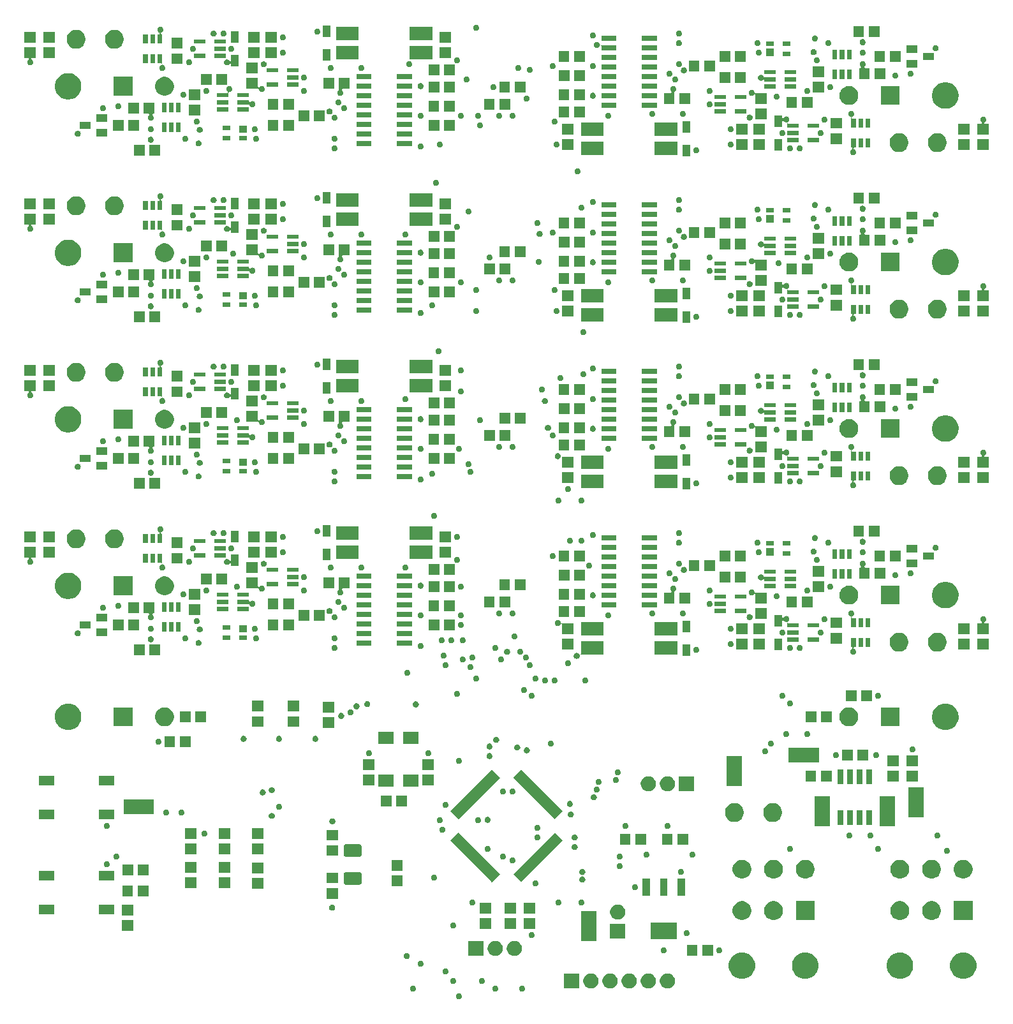
<source format=gts>
G04 #@! TF.GenerationSoftware,KiCad,Pcbnew,(5.0.2)-1*
G04 #@! TF.CreationDate,2019-01-18T21:24:51-05:00*
G04 #@! TF.ProjectId,Slave,536c6176-652e-46b6-9963-61645f706362,rev?*
G04 #@! TF.SameCoordinates,Original*
G04 #@! TF.FileFunction,Soldermask,Top*
G04 #@! TF.FilePolarity,Negative*
%FSLAX46Y46*%
G04 Gerber Fmt 4.6, Leading zero omitted, Abs format (unit mm)*
G04 Created by KiCad (PCBNEW (5.0.2)-1) date 1/18/2019 9:24:51 PM*
%MOMM*%
%LPD*%
G01*
G04 APERTURE LIST*
%ADD10C,0.100000*%
G04 APERTURE END LIST*
D10*
G36*
X147182676Y-175383372D02*
X147255468Y-175413523D01*
X147320989Y-175457303D01*
X147376697Y-175513011D01*
X147420477Y-175578532D01*
X147450628Y-175651324D01*
X147466000Y-175728604D01*
X147466000Y-175807396D01*
X147450628Y-175884676D01*
X147420477Y-175957468D01*
X147376697Y-176022989D01*
X147320989Y-176078697D01*
X147255468Y-176122477D01*
X147182676Y-176152628D01*
X147105397Y-176168000D01*
X147026603Y-176168000D01*
X146949324Y-176152628D01*
X146876532Y-176122477D01*
X146811011Y-176078697D01*
X146755303Y-176022989D01*
X146711523Y-175957468D01*
X146681372Y-175884676D01*
X146666000Y-175807396D01*
X146666000Y-175728604D01*
X146681372Y-175651324D01*
X146711523Y-175578532D01*
X146755303Y-175513011D01*
X146811011Y-175457303D01*
X146876532Y-175413523D01*
X146949324Y-175383372D01*
X147026603Y-175368000D01*
X147105397Y-175368000D01*
X147182676Y-175383372D01*
X147182676Y-175383372D01*
G37*
G36*
X155564676Y-174367372D02*
X155637468Y-174397523D01*
X155702989Y-174441303D01*
X155758697Y-174497011D01*
X155802477Y-174562532D01*
X155832628Y-174635324D01*
X155848000Y-174712604D01*
X155848000Y-174791396D01*
X155832628Y-174868676D01*
X155802477Y-174941468D01*
X155758697Y-175006989D01*
X155702989Y-175062697D01*
X155637468Y-175106477D01*
X155564676Y-175136628D01*
X155487397Y-175152000D01*
X155408603Y-175152000D01*
X155331324Y-175136628D01*
X155258532Y-175106477D01*
X155193011Y-175062697D01*
X155137303Y-175006989D01*
X155093523Y-174941468D01*
X155063372Y-174868676D01*
X155048000Y-174791396D01*
X155048000Y-174712604D01*
X155063372Y-174635324D01*
X155093523Y-174562532D01*
X155137303Y-174497011D01*
X155193011Y-174441303D01*
X155258532Y-174397523D01*
X155331324Y-174367372D01*
X155408603Y-174352000D01*
X155487397Y-174352000D01*
X155564676Y-174367372D01*
X155564676Y-174367372D01*
G37*
G36*
X141086676Y-174367372D02*
X141159468Y-174397523D01*
X141224989Y-174441303D01*
X141280697Y-174497011D01*
X141324477Y-174562532D01*
X141354628Y-174635324D01*
X141370000Y-174712604D01*
X141370000Y-174791396D01*
X141354628Y-174868676D01*
X141324477Y-174941468D01*
X141280697Y-175006989D01*
X141224989Y-175062697D01*
X141159468Y-175106477D01*
X141086676Y-175136628D01*
X141009397Y-175152000D01*
X140930603Y-175152000D01*
X140853324Y-175136628D01*
X140780532Y-175106477D01*
X140715011Y-175062697D01*
X140659303Y-175006989D01*
X140615523Y-174941468D01*
X140585372Y-174868676D01*
X140570000Y-174791396D01*
X140570000Y-174712604D01*
X140585372Y-174635324D01*
X140615523Y-174562532D01*
X140659303Y-174497011D01*
X140715011Y-174441303D01*
X140780532Y-174397523D01*
X140853324Y-174367372D01*
X140930603Y-174352000D01*
X141009397Y-174352000D01*
X141086676Y-174367372D01*
X141086676Y-174367372D01*
G37*
G36*
X152008676Y-174367372D02*
X152081468Y-174397523D01*
X152146989Y-174441303D01*
X152202697Y-174497011D01*
X152246477Y-174562532D01*
X152276628Y-174635324D01*
X152292000Y-174712604D01*
X152292000Y-174791396D01*
X152276628Y-174868676D01*
X152246477Y-174941468D01*
X152202697Y-175006989D01*
X152146989Y-175062697D01*
X152081468Y-175106477D01*
X152008676Y-175136628D01*
X151931397Y-175152000D01*
X151852603Y-175152000D01*
X151775324Y-175136628D01*
X151702532Y-175106477D01*
X151637011Y-175062697D01*
X151581303Y-175006989D01*
X151537523Y-174941468D01*
X151507372Y-174868676D01*
X151492000Y-174791396D01*
X151492000Y-174712604D01*
X151507372Y-174635324D01*
X151537523Y-174562532D01*
X151581303Y-174497011D01*
X151637011Y-174441303D01*
X151702532Y-174397523D01*
X151775324Y-174367372D01*
X151852603Y-174352000D01*
X151931397Y-174352000D01*
X152008676Y-174367372D01*
X152008676Y-174367372D01*
G37*
G36*
X167307770Y-172751372D02*
X167423689Y-172774429D01*
X167605678Y-172849811D01*
X167769463Y-172959249D01*
X167908751Y-173098537D01*
X168018189Y-173262322D01*
X168093571Y-173444311D01*
X168132000Y-173637509D01*
X168132000Y-173834491D01*
X168093571Y-174027689D01*
X168018189Y-174209678D01*
X167908751Y-174373463D01*
X167769463Y-174512751D01*
X167605678Y-174622189D01*
X167423689Y-174697571D01*
X167307770Y-174720628D01*
X167230493Y-174736000D01*
X167033507Y-174736000D01*
X166956230Y-174720628D01*
X166840311Y-174697571D01*
X166658322Y-174622189D01*
X166494537Y-174512751D01*
X166355249Y-174373463D01*
X166245811Y-174209678D01*
X166170429Y-174027689D01*
X166132000Y-173834491D01*
X166132000Y-173637509D01*
X166170429Y-173444311D01*
X166245811Y-173262322D01*
X166355249Y-173098537D01*
X166494537Y-172959249D01*
X166658322Y-172849811D01*
X166840311Y-172774429D01*
X166956230Y-172751372D01*
X167033507Y-172736000D01*
X167230493Y-172736000D01*
X167307770Y-172751372D01*
X167307770Y-172751372D01*
G37*
G36*
X174927770Y-172751372D02*
X175043689Y-172774429D01*
X175225678Y-172849811D01*
X175389463Y-172959249D01*
X175528751Y-173098537D01*
X175638189Y-173262322D01*
X175713571Y-173444311D01*
X175752000Y-173637509D01*
X175752000Y-173834491D01*
X175713571Y-174027689D01*
X175638189Y-174209678D01*
X175528751Y-174373463D01*
X175389463Y-174512751D01*
X175225678Y-174622189D01*
X175043689Y-174697571D01*
X174927770Y-174720628D01*
X174850493Y-174736000D01*
X174653507Y-174736000D01*
X174576230Y-174720628D01*
X174460311Y-174697571D01*
X174278322Y-174622189D01*
X174114537Y-174512751D01*
X173975249Y-174373463D01*
X173865811Y-174209678D01*
X173790429Y-174027689D01*
X173752000Y-173834491D01*
X173752000Y-173637509D01*
X173790429Y-173444311D01*
X173865811Y-173262322D01*
X173975249Y-173098537D01*
X174114537Y-172959249D01*
X174278322Y-172849811D01*
X174460311Y-172774429D01*
X174576230Y-172751372D01*
X174653507Y-172736000D01*
X174850493Y-172736000D01*
X174927770Y-172751372D01*
X174927770Y-172751372D01*
G37*
G36*
X172387770Y-172751372D02*
X172503689Y-172774429D01*
X172685678Y-172849811D01*
X172849463Y-172959249D01*
X172988751Y-173098537D01*
X173098189Y-173262322D01*
X173173571Y-173444311D01*
X173212000Y-173637509D01*
X173212000Y-173834491D01*
X173173571Y-174027689D01*
X173098189Y-174209678D01*
X172988751Y-174373463D01*
X172849463Y-174512751D01*
X172685678Y-174622189D01*
X172503689Y-174697571D01*
X172387770Y-174720628D01*
X172310493Y-174736000D01*
X172113507Y-174736000D01*
X172036230Y-174720628D01*
X171920311Y-174697571D01*
X171738322Y-174622189D01*
X171574537Y-174512751D01*
X171435249Y-174373463D01*
X171325811Y-174209678D01*
X171250429Y-174027689D01*
X171212000Y-173834491D01*
X171212000Y-173637509D01*
X171250429Y-173444311D01*
X171325811Y-173262322D01*
X171435249Y-173098537D01*
X171574537Y-172959249D01*
X171738322Y-172849811D01*
X171920311Y-172774429D01*
X172036230Y-172751372D01*
X172113507Y-172736000D01*
X172310493Y-172736000D01*
X172387770Y-172751372D01*
X172387770Y-172751372D01*
G37*
G36*
X163052000Y-174736000D02*
X161052000Y-174736000D01*
X161052000Y-172736000D01*
X163052000Y-172736000D01*
X163052000Y-174736000D01*
X163052000Y-174736000D01*
G37*
G36*
X169847770Y-172751372D02*
X169963689Y-172774429D01*
X170145678Y-172849811D01*
X170309463Y-172959249D01*
X170448751Y-173098537D01*
X170558189Y-173262322D01*
X170633571Y-173444311D01*
X170672000Y-173637509D01*
X170672000Y-173834491D01*
X170633571Y-174027689D01*
X170558189Y-174209678D01*
X170448751Y-174373463D01*
X170309463Y-174512751D01*
X170145678Y-174622189D01*
X169963689Y-174697571D01*
X169847770Y-174720628D01*
X169770493Y-174736000D01*
X169573507Y-174736000D01*
X169496230Y-174720628D01*
X169380311Y-174697571D01*
X169198322Y-174622189D01*
X169034537Y-174512751D01*
X168895249Y-174373463D01*
X168785811Y-174209678D01*
X168710429Y-174027689D01*
X168672000Y-173834491D01*
X168672000Y-173637509D01*
X168710429Y-173444311D01*
X168785811Y-173262322D01*
X168895249Y-173098537D01*
X169034537Y-172959249D01*
X169198322Y-172849811D01*
X169380311Y-172774429D01*
X169496230Y-172751372D01*
X169573507Y-172736000D01*
X169770493Y-172736000D01*
X169847770Y-172751372D01*
X169847770Y-172751372D01*
G37*
G36*
X164767770Y-172751372D02*
X164883689Y-172774429D01*
X165065678Y-172849811D01*
X165229463Y-172959249D01*
X165368751Y-173098537D01*
X165478189Y-173262322D01*
X165553571Y-173444311D01*
X165592000Y-173637509D01*
X165592000Y-173834491D01*
X165553571Y-174027689D01*
X165478189Y-174209678D01*
X165368751Y-174373463D01*
X165229463Y-174512751D01*
X165065678Y-174622189D01*
X164883689Y-174697571D01*
X164767770Y-174720628D01*
X164690493Y-174736000D01*
X164493507Y-174736000D01*
X164416230Y-174720628D01*
X164300311Y-174697571D01*
X164118322Y-174622189D01*
X163954537Y-174512751D01*
X163815249Y-174373463D01*
X163705811Y-174209678D01*
X163630429Y-174027689D01*
X163592000Y-173834491D01*
X163592000Y-173637509D01*
X163630429Y-173444311D01*
X163705811Y-173262322D01*
X163815249Y-173098537D01*
X163954537Y-172959249D01*
X164118322Y-172849811D01*
X164300311Y-172774429D01*
X164416230Y-172751372D01*
X164493507Y-172736000D01*
X164690493Y-172736000D01*
X164767770Y-172751372D01*
X164767770Y-172751372D01*
G37*
G36*
X146420676Y-173351372D02*
X146493468Y-173381523D01*
X146558989Y-173425303D01*
X146614697Y-173481011D01*
X146658477Y-173546532D01*
X146688628Y-173619324D01*
X146704000Y-173696604D01*
X146704000Y-173775396D01*
X146688628Y-173852676D01*
X146658477Y-173925468D01*
X146614697Y-173990989D01*
X146558989Y-174046697D01*
X146493468Y-174090477D01*
X146420676Y-174120628D01*
X146343397Y-174136000D01*
X146264603Y-174136000D01*
X146187324Y-174120628D01*
X146114532Y-174090477D01*
X146049011Y-174046697D01*
X145993303Y-173990989D01*
X145949523Y-173925468D01*
X145919372Y-173852676D01*
X145904000Y-173775396D01*
X145904000Y-173696604D01*
X145919372Y-173619324D01*
X145949523Y-173546532D01*
X145993303Y-173481011D01*
X146049011Y-173425303D01*
X146114532Y-173381523D01*
X146187324Y-173351372D01*
X146264603Y-173336000D01*
X146343397Y-173336000D01*
X146420676Y-173351372D01*
X146420676Y-173351372D01*
G37*
G36*
X150230666Y-173351372D02*
X150303458Y-173381523D01*
X150368979Y-173425303D01*
X150424687Y-173481011D01*
X150468467Y-173546532D01*
X150498618Y-173619324D01*
X150513990Y-173696604D01*
X150513990Y-173775396D01*
X150498618Y-173852676D01*
X150468467Y-173925468D01*
X150424687Y-173990989D01*
X150368979Y-174046697D01*
X150303458Y-174090477D01*
X150230666Y-174120628D01*
X150153387Y-174136000D01*
X150074593Y-174136000D01*
X149997314Y-174120628D01*
X149924522Y-174090477D01*
X149859001Y-174046697D01*
X149803293Y-173990989D01*
X149759513Y-173925468D01*
X149729362Y-173852676D01*
X149713990Y-173775396D01*
X149713990Y-173696604D01*
X149729362Y-173619324D01*
X149759513Y-173546532D01*
X149803293Y-173481011D01*
X149859001Y-173425303D01*
X149924522Y-173381523D01*
X149997314Y-173351372D01*
X150074593Y-173336000D01*
X150153387Y-173336000D01*
X150230666Y-173351372D01*
X150230666Y-173351372D01*
G37*
G36*
X214341149Y-169982700D02*
X214515623Y-170017405D01*
X214834831Y-170149625D01*
X215066152Y-170304189D01*
X215122113Y-170341581D01*
X215366419Y-170585887D01*
X215366421Y-170585890D01*
X215558375Y-170873169D01*
X215690595Y-171192377D01*
X215758000Y-171531246D01*
X215758000Y-171876754D01*
X215690595Y-172215623D01*
X215558375Y-172534831D01*
X215367512Y-172820477D01*
X215366419Y-172822113D01*
X215122113Y-173066419D01*
X215122110Y-173066421D01*
X214834831Y-173258375D01*
X214515623Y-173390595D01*
X214346189Y-173424297D01*
X214176755Y-173458000D01*
X213831245Y-173458000D01*
X213661811Y-173424297D01*
X213492377Y-173390595D01*
X213173169Y-173258375D01*
X212885890Y-173066421D01*
X212885887Y-173066419D01*
X212641581Y-172822113D01*
X212640488Y-172820477D01*
X212449625Y-172534831D01*
X212317405Y-172215623D01*
X212250000Y-171876754D01*
X212250000Y-171531246D01*
X212317405Y-171192377D01*
X212449625Y-170873169D01*
X212641579Y-170585890D01*
X212641581Y-170585887D01*
X212885887Y-170341581D01*
X212941848Y-170304189D01*
X213173169Y-170149625D01*
X213492377Y-170017405D01*
X213666851Y-169982700D01*
X213831245Y-169950000D01*
X214176755Y-169950000D01*
X214341149Y-169982700D01*
X214341149Y-169982700D01*
G37*
G36*
X205941149Y-169982700D02*
X206115623Y-170017405D01*
X206434831Y-170149625D01*
X206666152Y-170304189D01*
X206722113Y-170341581D01*
X206966419Y-170585887D01*
X206966421Y-170585890D01*
X207158375Y-170873169D01*
X207290595Y-171192377D01*
X207358000Y-171531246D01*
X207358000Y-171876754D01*
X207290595Y-172215623D01*
X207158375Y-172534831D01*
X206967512Y-172820477D01*
X206966419Y-172822113D01*
X206722113Y-173066419D01*
X206722110Y-173066421D01*
X206434831Y-173258375D01*
X206115623Y-173390595D01*
X205946189Y-173424297D01*
X205776755Y-173458000D01*
X205431245Y-173458000D01*
X205261811Y-173424297D01*
X205092377Y-173390595D01*
X204773169Y-173258375D01*
X204485890Y-173066421D01*
X204485887Y-173066419D01*
X204241581Y-172822113D01*
X204240488Y-172820477D01*
X204049625Y-172534831D01*
X203917405Y-172215623D01*
X203850000Y-171876754D01*
X203850000Y-171531246D01*
X203917405Y-171192377D01*
X204049625Y-170873169D01*
X204241579Y-170585890D01*
X204241581Y-170585887D01*
X204485887Y-170341581D01*
X204541848Y-170304189D01*
X204773169Y-170149625D01*
X205092377Y-170017405D01*
X205266851Y-169982700D01*
X205431245Y-169950000D01*
X205776755Y-169950000D01*
X205941149Y-169982700D01*
X205941149Y-169982700D01*
G37*
G36*
X193377149Y-169982700D02*
X193551623Y-170017405D01*
X193870831Y-170149625D01*
X194102152Y-170304189D01*
X194158113Y-170341581D01*
X194402419Y-170585887D01*
X194402421Y-170585890D01*
X194594375Y-170873169D01*
X194726595Y-171192377D01*
X194794000Y-171531246D01*
X194794000Y-171876754D01*
X194726595Y-172215623D01*
X194594375Y-172534831D01*
X194403512Y-172820477D01*
X194402419Y-172822113D01*
X194158113Y-173066419D01*
X194158110Y-173066421D01*
X193870831Y-173258375D01*
X193551623Y-173390595D01*
X193382189Y-173424297D01*
X193212755Y-173458000D01*
X192867245Y-173458000D01*
X192697811Y-173424297D01*
X192528377Y-173390595D01*
X192209169Y-173258375D01*
X191921890Y-173066421D01*
X191921887Y-173066419D01*
X191677581Y-172822113D01*
X191676488Y-172820477D01*
X191485625Y-172534831D01*
X191353405Y-172215623D01*
X191286000Y-171876754D01*
X191286000Y-171531246D01*
X191353405Y-171192377D01*
X191485625Y-170873169D01*
X191677579Y-170585890D01*
X191677581Y-170585887D01*
X191921887Y-170341581D01*
X191977848Y-170304189D01*
X192209169Y-170149625D01*
X192528377Y-170017405D01*
X192702851Y-169982700D01*
X192867245Y-169950000D01*
X193212755Y-169950000D01*
X193377149Y-169982700D01*
X193377149Y-169982700D01*
G37*
G36*
X184977149Y-169982700D02*
X185151623Y-170017405D01*
X185470831Y-170149625D01*
X185702152Y-170304189D01*
X185758113Y-170341581D01*
X186002419Y-170585887D01*
X186002421Y-170585890D01*
X186194375Y-170873169D01*
X186326595Y-171192377D01*
X186394000Y-171531246D01*
X186394000Y-171876754D01*
X186326595Y-172215623D01*
X186194375Y-172534831D01*
X186003512Y-172820477D01*
X186002419Y-172822113D01*
X185758113Y-173066419D01*
X185758110Y-173066421D01*
X185470831Y-173258375D01*
X185151623Y-173390595D01*
X184982189Y-173424297D01*
X184812755Y-173458000D01*
X184467245Y-173458000D01*
X184297811Y-173424297D01*
X184128377Y-173390595D01*
X183809169Y-173258375D01*
X183521890Y-173066421D01*
X183521887Y-173066419D01*
X183277581Y-172822113D01*
X183276488Y-172820477D01*
X183085625Y-172534831D01*
X182953405Y-172215623D01*
X182886000Y-171876754D01*
X182886000Y-171531246D01*
X182953405Y-171192377D01*
X183085625Y-170873169D01*
X183277579Y-170585890D01*
X183277581Y-170585887D01*
X183521887Y-170341581D01*
X183577848Y-170304189D01*
X183809169Y-170149625D01*
X184128377Y-170017405D01*
X184302851Y-169982700D01*
X184467245Y-169950000D01*
X184812755Y-169950000D01*
X184977149Y-169982700D01*
X184977149Y-169982700D01*
G37*
G36*
X145404676Y-172081374D02*
X145477468Y-172111525D01*
X145542989Y-172155305D01*
X145598697Y-172211013D01*
X145598699Y-172211016D01*
X145598700Y-172211017D01*
X145642475Y-172276531D01*
X145642477Y-172276534D01*
X145672628Y-172349326D01*
X145688000Y-172426605D01*
X145688000Y-172505399D01*
X145672628Y-172582678D01*
X145642477Y-172655470D01*
X145598697Y-172720991D01*
X145542989Y-172776699D01*
X145477468Y-172820479D01*
X145406653Y-172849811D01*
X145404676Y-172850630D01*
X145327397Y-172866002D01*
X145248603Y-172866002D01*
X145171324Y-172850630D01*
X145169347Y-172849811D01*
X145098532Y-172820479D01*
X145033011Y-172776699D01*
X144977303Y-172720991D01*
X144933523Y-172655470D01*
X144903372Y-172582678D01*
X144888000Y-172505399D01*
X144888000Y-172426605D01*
X144903372Y-172349326D01*
X144933523Y-172276534D01*
X144933525Y-172276531D01*
X144977300Y-172211017D01*
X144977301Y-172211016D01*
X144977303Y-172211013D01*
X145033011Y-172155305D01*
X145098532Y-172111525D01*
X145171324Y-172081374D01*
X145248603Y-172066002D01*
X145327397Y-172066002D01*
X145404676Y-172081374D01*
X145404676Y-172081374D01*
G37*
G36*
X142102676Y-171065372D02*
X142175468Y-171095523D01*
X142240989Y-171139303D01*
X142296697Y-171195011D01*
X142340477Y-171260532D01*
X142370628Y-171333324D01*
X142386000Y-171410603D01*
X142386000Y-171489397D01*
X142370628Y-171566676D01*
X142340477Y-171639468D01*
X142296697Y-171704989D01*
X142240989Y-171760697D01*
X142175468Y-171804477D01*
X142102676Y-171834628D01*
X142025397Y-171850000D01*
X141946603Y-171850000D01*
X141869324Y-171834628D01*
X141796532Y-171804477D01*
X141731011Y-171760697D01*
X141675303Y-171704989D01*
X141631523Y-171639468D01*
X141601372Y-171566676D01*
X141586000Y-171489397D01*
X141586000Y-171410603D01*
X141601372Y-171333324D01*
X141631523Y-171260532D01*
X141675303Y-171195011D01*
X141731011Y-171139303D01*
X141796532Y-171095523D01*
X141869324Y-171065372D01*
X141946603Y-171050000D01*
X142025397Y-171050000D01*
X142102676Y-171065372D01*
X142102676Y-171065372D01*
G37*
G36*
X140261177Y-170049371D02*
X140333969Y-170079522D01*
X140399490Y-170123302D01*
X140455198Y-170179010D01*
X140498978Y-170244531D01*
X140529129Y-170317323D01*
X140544501Y-170394603D01*
X140544501Y-170473395D01*
X140529129Y-170550675D01*
X140498978Y-170623467D01*
X140455198Y-170688988D01*
X140399490Y-170744696D01*
X140333969Y-170788476D01*
X140261177Y-170818627D01*
X140183898Y-170833999D01*
X140105104Y-170833999D01*
X140027825Y-170818627D01*
X139955033Y-170788476D01*
X139889512Y-170744696D01*
X139833804Y-170688988D01*
X139790024Y-170623467D01*
X139759873Y-170550675D01*
X139744501Y-170473395D01*
X139744501Y-170394603D01*
X139759873Y-170317323D01*
X139790024Y-170244531D01*
X139833804Y-170179010D01*
X139889512Y-170123302D01*
X139955033Y-170079522D01*
X140027825Y-170049371D01*
X140105104Y-170033999D01*
X140183898Y-170033999D01*
X140261177Y-170049371D01*
X140261177Y-170049371D01*
G37*
G36*
X180786000Y-170422000D02*
X179386000Y-170422000D01*
X179386000Y-168922000D01*
X180786000Y-168922000D01*
X180786000Y-170422000D01*
X180786000Y-170422000D01*
G37*
G36*
X178736000Y-170422000D02*
X177336000Y-170422000D01*
X177336000Y-168922000D01*
X178736000Y-168922000D01*
X178736000Y-170422000D01*
X178736000Y-170422000D01*
G37*
G36*
X154600875Y-168432000D02*
X154723689Y-168456429D01*
X154905678Y-168531811D01*
X155069463Y-168641249D01*
X155208751Y-168780537D01*
X155318189Y-168944322D01*
X155393571Y-169126311D01*
X155416628Y-169242230D01*
X155431606Y-169317525D01*
X155432000Y-169319509D01*
X155432000Y-169516491D01*
X155393571Y-169709689D01*
X155318189Y-169891678D01*
X155208751Y-170055463D01*
X155069463Y-170194751D01*
X154905678Y-170304189D01*
X154723689Y-170379571D01*
X154607770Y-170402628D01*
X154530493Y-170418000D01*
X154333507Y-170418000D01*
X154256230Y-170402628D01*
X154140311Y-170379571D01*
X153958322Y-170304189D01*
X153794537Y-170194751D01*
X153655249Y-170055463D01*
X153545811Y-169891678D01*
X153470429Y-169709689D01*
X153432000Y-169516491D01*
X153432000Y-169319509D01*
X153432395Y-169317525D01*
X153447372Y-169242230D01*
X153470429Y-169126311D01*
X153545811Y-168944322D01*
X153655249Y-168780537D01*
X153794537Y-168641249D01*
X153958322Y-168531811D01*
X154140311Y-168456429D01*
X154263125Y-168432000D01*
X154333507Y-168418000D01*
X154530493Y-168418000D01*
X154600875Y-168432000D01*
X154600875Y-168432000D01*
G37*
G36*
X150352000Y-170418000D02*
X148352000Y-170418000D01*
X148352000Y-168418000D01*
X150352000Y-168418000D01*
X150352000Y-170418000D01*
X150352000Y-170418000D01*
G37*
G36*
X152060875Y-168432000D02*
X152183689Y-168456429D01*
X152365678Y-168531811D01*
X152529463Y-168641249D01*
X152668751Y-168780537D01*
X152778189Y-168944322D01*
X152853571Y-169126311D01*
X152876628Y-169242230D01*
X152891606Y-169317525D01*
X152892000Y-169319509D01*
X152892000Y-169516491D01*
X152853571Y-169709689D01*
X152778189Y-169891678D01*
X152668751Y-170055463D01*
X152529463Y-170194751D01*
X152365678Y-170304189D01*
X152183689Y-170379571D01*
X152067770Y-170402628D01*
X151990493Y-170418000D01*
X151793507Y-170418000D01*
X151716230Y-170402628D01*
X151600311Y-170379571D01*
X151418322Y-170304189D01*
X151254537Y-170194751D01*
X151115249Y-170055463D01*
X151005811Y-169891678D01*
X150930429Y-169709689D01*
X150892000Y-169516491D01*
X150892000Y-169319509D01*
X150892395Y-169317525D01*
X150907372Y-169242230D01*
X150930429Y-169126311D01*
X151005811Y-168944322D01*
X151115249Y-168780537D01*
X151254537Y-168641249D01*
X151418322Y-168531811D01*
X151600311Y-168456429D01*
X151723125Y-168432000D01*
X151793507Y-168418000D01*
X151990493Y-168418000D01*
X152060875Y-168432000D01*
X152060875Y-168432000D01*
G37*
G36*
X181726676Y-169287372D02*
X181799468Y-169317523D01*
X181864989Y-169361303D01*
X181920697Y-169417011D01*
X181964477Y-169482532D01*
X181994628Y-169555324D01*
X182010000Y-169632604D01*
X182010000Y-169711396D01*
X181994628Y-169788676D01*
X181964477Y-169861468D01*
X181920697Y-169926989D01*
X181864989Y-169982697D01*
X181799468Y-170026477D01*
X181744196Y-170049371D01*
X181726676Y-170056628D01*
X181649397Y-170072000D01*
X181570603Y-170072000D01*
X181493324Y-170056628D01*
X181475804Y-170049371D01*
X181420532Y-170026477D01*
X181355011Y-169982697D01*
X181299303Y-169926989D01*
X181255523Y-169861468D01*
X181225372Y-169788676D01*
X181210000Y-169711396D01*
X181210000Y-169632604D01*
X181225372Y-169555324D01*
X181255523Y-169482532D01*
X181299303Y-169417011D01*
X181355011Y-169361303D01*
X181420532Y-169317523D01*
X181493324Y-169287372D01*
X181570603Y-169272000D01*
X181649397Y-169272000D01*
X181726676Y-169287372D01*
X181726676Y-169287372D01*
G37*
G36*
X174360676Y-169287372D02*
X174433468Y-169317523D01*
X174498989Y-169361303D01*
X174554697Y-169417011D01*
X174598477Y-169482532D01*
X174628628Y-169555324D01*
X174644000Y-169632604D01*
X174644000Y-169711396D01*
X174628628Y-169788676D01*
X174598477Y-169861468D01*
X174554697Y-169926989D01*
X174498989Y-169982697D01*
X174433468Y-170026477D01*
X174378196Y-170049371D01*
X174360676Y-170056628D01*
X174283397Y-170072000D01*
X174204603Y-170072000D01*
X174127324Y-170056628D01*
X174109804Y-170049371D01*
X174054532Y-170026477D01*
X173989011Y-169982697D01*
X173933303Y-169926989D01*
X173889523Y-169861468D01*
X173859372Y-169788676D01*
X173844000Y-169711396D01*
X173844000Y-169632604D01*
X173859372Y-169555324D01*
X173889523Y-169482532D01*
X173933303Y-169417011D01*
X173989011Y-169361303D01*
X174054532Y-169317523D01*
X174127324Y-169287372D01*
X174204603Y-169272000D01*
X174283397Y-169272000D01*
X174360676Y-169287372D01*
X174360676Y-169287372D01*
G37*
G36*
X165338000Y-168432000D02*
X163338000Y-168432000D01*
X163338000Y-164432000D01*
X165338000Y-164432000D01*
X165338000Y-168432000D01*
X165338000Y-168432000D01*
G37*
G36*
X176008000Y-168215000D02*
X172508000Y-168215000D01*
X172508000Y-165965000D01*
X176008000Y-165965000D01*
X176008000Y-168215000D01*
X176008000Y-168215000D01*
G37*
G36*
X169148000Y-168132000D02*
X167148000Y-168132000D01*
X167148000Y-166132000D01*
X169148000Y-166132000D01*
X169148000Y-168132000D01*
X169148000Y-168132000D01*
G37*
G36*
X156834676Y-167255372D02*
X156907468Y-167285523D01*
X156972989Y-167329303D01*
X157028697Y-167385011D01*
X157072477Y-167450532D01*
X157102628Y-167523324D01*
X157118000Y-167600604D01*
X157118000Y-167679396D01*
X157102628Y-167756676D01*
X157072477Y-167829468D01*
X157028697Y-167894989D01*
X156972989Y-167950697D01*
X156907468Y-167994477D01*
X156834676Y-168024628D01*
X156757397Y-168040000D01*
X156678603Y-168040000D01*
X156601324Y-168024628D01*
X156528532Y-167994477D01*
X156463011Y-167950697D01*
X156407303Y-167894989D01*
X156363523Y-167829468D01*
X156333372Y-167756676D01*
X156318000Y-167679396D01*
X156318000Y-167600604D01*
X156333372Y-167523324D01*
X156363523Y-167450532D01*
X156407303Y-167385011D01*
X156463011Y-167329303D01*
X156528532Y-167285523D01*
X156601324Y-167255372D01*
X156678603Y-167240000D01*
X156757397Y-167240000D01*
X156834676Y-167255372D01*
X156834676Y-167255372D01*
G37*
G36*
X177408676Y-167001372D02*
X177481468Y-167031523D01*
X177546989Y-167075303D01*
X177602697Y-167131011D01*
X177646477Y-167196532D01*
X177676628Y-167269324D01*
X177692000Y-167346604D01*
X177692000Y-167425396D01*
X177676628Y-167502676D01*
X177646477Y-167575468D01*
X177602697Y-167640989D01*
X177546989Y-167696697D01*
X177481468Y-167740477D01*
X177408676Y-167770628D01*
X177331397Y-167786000D01*
X177252603Y-167786000D01*
X177175324Y-167770628D01*
X177102532Y-167740477D01*
X177037011Y-167696697D01*
X176981303Y-167640989D01*
X176937523Y-167575468D01*
X176907372Y-167502676D01*
X176892000Y-167425396D01*
X176892000Y-167346604D01*
X176907372Y-167269324D01*
X176937523Y-167196532D01*
X176981303Y-167131011D01*
X177037011Y-167075303D01*
X177102532Y-167031523D01*
X177175324Y-167001372D01*
X177252603Y-166986000D01*
X177331397Y-166986000D01*
X177408676Y-167001372D01*
X177408676Y-167001372D01*
G37*
G36*
X103874000Y-167088000D02*
X102374000Y-167088000D01*
X102374000Y-165688000D01*
X103874000Y-165688000D01*
X103874000Y-167088000D01*
X103874000Y-167088000D01*
G37*
G36*
X151372000Y-166834000D02*
X149872000Y-166834000D01*
X149872000Y-165434000D01*
X151372000Y-165434000D01*
X151372000Y-166834000D01*
X151372000Y-166834000D01*
G37*
G36*
X154674000Y-166834000D02*
X153174000Y-166834000D01*
X153174000Y-165434000D01*
X154674000Y-165434000D01*
X154674000Y-166834000D01*
X154674000Y-166834000D01*
G37*
G36*
X157214000Y-166834000D02*
X155714000Y-166834000D01*
X155714000Y-165434000D01*
X157214000Y-165434000D01*
X157214000Y-166834000D01*
X157214000Y-166834000D01*
G37*
G36*
X146420676Y-165985372D02*
X146493468Y-166015523D01*
X146558989Y-166059303D01*
X146614697Y-166115011D01*
X146658477Y-166180532D01*
X146688628Y-166253324D01*
X146704000Y-166330604D01*
X146704000Y-166409396D01*
X146688628Y-166486676D01*
X146658477Y-166559468D01*
X146614697Y-166624989D01*
X146558989Y-166680697D01*
X146493468Y-166724477D01*
X146420676Y-166754628D01*
X146343397Y-166770000D01*
X146264603Y-166770000D01*
X146187324Y-166754628D01*
X146114532Y-166724477D01*
X146049011Y-166680697D01*
X145993303Y-166624989D01*
X145949523Y-166559468D01*
X145919372Y-166486676D01*
X145904000Y-166409396D01*
X145904000Y-166330604D01*
X145919372Y-166253324D01*
X145949523Y-166180532D01*
X145993303Y-166115011D01*
X146049011Y-166059303D01*
X146114532Y-166015523D01*
X146187324Y-165985372D01*
X146264603Y-165970000D01*
X146343397Y-165970000D01*
X146420676Y-165985372D01*
X146420676Y-165985372D01*
G37*
G36*
X185004612Y-163202037D02*
X185232096Y-163296264D01*
X185436831Y-163433064D01*
X185610936Y-163607169D01*
X185747736Y-163811904D01*
X185841963Y-164039388D01*
X185890000Y-164280885D01*
X185890000Y-164527115D01*
X185841963Y-164768612D01*
X185747736Y-164996096D01*
X185610936Y-165200831D01*
X185436831Y-165374936D01*
X185232096Y-165511736D01*
X185004612Y-165605963D01*
X184763115Y-165654000D01*
X184516885Y-165654000D01*
X184275388Y-165605963D01*
X184047904Y-165511736D01*
X183843169Y-165374936D01*
X183669064Y-165200831D01*
X183532264Y-164996096D01*
X183438037Y-164768612D01*
X183390000Y-164527115D01*
X183390000Y-164280885D01*
X183438037Y-164039388D01*
X183532264Y-163811904D01*
X183669064Y-163607169D01*
X183843169Y-163433064D01*
X184047904Y-163296264D01*
X184275388Y-163202037D01*
X184516885Y-163154000D01*
X184763115Y-163154000D01*
X185004612Y-163202037D01*
X185004612Y-163202037D01*
G37*
G36*
X194290000Y-165654000D02*
X191790000Y-165654000D01*
X191790000Y-163154000D01*
X194290000Y-163154000D01*
X194290000Y-165654000D01*
X194290000Y-165654000D01*
G37*
G36*
X205968612Y-163202037D02*
X206196096Y-163296264D01*
X206400831Y-163433064D01*
X206574936Y-163607169D01*
X206711736Y-163811904D01*
X206805963Y-164039388D01*
X206854000Y-164280885D01*
X206854000Y-164527115D01*
X206805963Y-164768612D01*
X206711736Y-164996096D01*
X206574936Y-165200831D01*
X206400831Y-165374936D01*
X206196096Y-165511736D01*
X205968612Y-165605963D01*
X205727115Y-165654000D01*
X205480885Y-165654000D01*
X205239388Y-165605963D01*
X205011904Y-165511736D01*
X204807169Y-165374936D01*
X204633064Y-165200831D01*
X204496264Y-164996096D01*
X204402037Y-164768612D01*
X204354000Y-164527115D01*
X204354000Y-164280885D01*
X204402037Y-164039388D01*
X204496264Y-163811904D01*
X204633064Y-163607169D01*
X204807169Y-163433064D01*
X205011904Y-163296264D01*
X205239388Y-163202037D01*
X205480885Y-163154000D01*
X205727115Y-163154000D01*
X205968612Y-163202037D01*
X205968612Y-163202037D01*
G37*
G36*
X210168612Y-163202037D02*
X210396096Y-163296264D01*
X210600831Y-163433064D01*
X210774936Y-163607169D01*
X210911736Y-163811904D01*
X211005963Y-164039388D01*
X211054000Y-164280885D01*
X211054000Y-164527115D01*
X211005963Y-164768612D01*
X210911736Y-164996096D01*
X210774936Y-165200831D01*
X210600831Y-165374936D01*
X210396096Y-165511736D01*
X210168612Y-165605963D01*
X209927115Y-165654000D01*
X209680885Y-165654000D01*
X209439388Y-165605963D01*
X209211904Y-165511736D01*
X209007169Y-165374936D01*
X208833064Y-165200831D01*
X208696264Y-164996096D01*
X208602037Y-164768612D01*
X208554000Y-164527115D01*
X208554000Y-164280885D01*
X208602037Y-164039388D01*
X208696264Y-163811904D01*
X208833064Y-163607169D01*
X209007169Y-163433064D01*
X209211904Y-163296264D01*
X209439388Y-163202037D01*
X209680885Y-163154000D01*
X209927115Y-163154000D01*
X210168612Y-163202037D01*
X210168612Y-163202037D01*
G37*
G36*
X215254000Y-165654000D02*
X212754000Y-165654000D01*
X212754000Y-163154000D01*
X215254000Y-163154000D01*
X215254000Y-165654000D01*
X215254000Y-165654000D01*
G37*
G36*
X189204612Y-163202037D02*
X189432096Y-163296264D01*
X189636831Y-163433064D01*
X189810936Y-163607169D01*
X189947736Y-163811904D01*
X190041963Y-164039388D01*
X190090000Y-164280885D01*
X190090000Y-164527115D01*
X190041963Y-164768612D01*
X189947736Y-164996096D01*
X189810936Y-165200831D01*
X189636831Y-165374936D01*
X189432096Y-165511736D01*
X189204612Y-165605963D01*
X188963115Y-165654000D01*
X188716885Y-165654000D01*
X188475388Y-165605963D01*
X188247904Y-165511736D01*
X188043169Y-165374936D01*
X187869064Y-165200831D01*
X187732264Y-164996096D01*
X187638037Y-164768612D01*
X187590000Y-164527115D01*
X187590000Y-164280885D01*
X187638037Y-164039388D01*
X187732264Y-163811904D01*
X187869064Y-163607169D01*
X188043169Y-163433064D01*
X188247904Y-163296264D01*
X188475388Y-163202037D01*
X188716885Y-163154000D01*
X188963115Y-163154000D01*
X189204612Y-163202037D01*
X189204612Y-163202037D01*
G37*
G36*
X168322752Y-163607169D02*
X168439689Y-163630429D01*
X168621678Y-163705811D01*
X168785463Y-163815249D01*
X168924751Y-163954537D01*
X169034189Y-164118322D01*
X169109571Y-164300311D01*
X169148000Y-164493509D01*
X169148000Y-164690491D01*
X169109571Y-164883689D01*
X169034189Y-165065678D01*
X168924751Y-165229463D01*
X168785463Y-165368751D01*
X168621678Y-165478189D01*
X168439689Y-165553571D01*
X168323770Y-165576628D01*
X168246493Y-165592000D01*
X168049507Y-165592000D01*
X167972230Y-165576628D01*
X167856311Y-165553571D01*
X167674322Y-165478189D01*
X167510537Y-165368751D01*
X167371249Y-165229463D01*
X167261811Y-165065678D01*
X167186429Y-164883689D01*
X167148000Y-164690491D01*
X167148000Y-164493509D01*
X167186429Y-164300311D01*
X167261811Y-164118322D01*
X167371249Y-163954537D01*
X167510537Y-163815249D01*
X167674322Y-163705811D01*
X167856311Y-163630429D01*
X167973248Y-163607169D01*
X168049507Y-163592000D01*
X168246493Y-163592000D01*
X168322752Y-163607169D01*
X168322752Y-163607169D01*
G37*
G36*
X103874000Y-165038000D02*
X102374000Y-165038000D01*
X102374000Y-163638000D01*
X103874000Y-163638000D01*
X103874000Y-165038000D01*
X103874000Y-165038000D01*
G37*
G36*
X101330000Y-164916000D02*
X99330000Y-164916000D01*
X99330000Y-163616000D01*
X101330000Y-163616000D01*
X101330000Y-164916000D01*
X101330000Y-164916000D01*
G37*
G36*
X93330000Y-164916000D02*
X91330000Y-164916000D01*
X91330000Y-163616000D01*
X93330000Y-163616000D01*
X93330000Y-164916000D01*
X93330000Y-164916000D01*
G37*
G36*
X157214000Y-164784000D02*
X155714000Y-164784000D01*
X155714000Y-163384000D01*
X157214000Y-163384000D01*
X157214000Y-164784000D01*
X157214000Y-164784000D01*
G37*
G36*
X154674000Y-164784000D02*
X153174000Y-164784000D01*
X153174000Y-163384000D01*
X154674000Y-163384000D01*
X154674000Y-164784000D01*
X154674000Y-164784000D01*
G37*
G36*
X151372000Y-164784000D02*
X149872000Y-164784000D01*
X149872000Y-163384000D01*
X151372000Y-163384000D01*
X151372000Y-164784000D01*
X151372000Y-164784000D01*
G37*
G36*
X130367876Y-163623172D02*
X130440668Y-163653323D01*
X130506189Y-163697103D01*
X130561897Y-163752811D01*
X130605677Y-163818332D01*
X130635828Y-163891124D01*
X130651200Y-163968404D01*
X130651200Y-164047196D01*
X130635828Y-164124476D01*
X130605677Y-164197268D01*
X130561897Y-164262789D01*
X130506189Y-164318497D01*
X130440668Y-164362277D01*
X130367876Y-164392428D01*
X130290597Y-164407800D01*
X130211803Y-164407800D01*
X130134524Y-164392428D01*
X130061732Y-164362277D01*
X129996211Y-164318497D01*
X129940503Y-164262789D01*
X129896723Y-164197268D01*
X129866572Y-164124476D01*
X129851200Y-164047196D01*
X129851200Y-163968404D01*
X129866572Y-163891124D01*
X129896723Y-163818332D01*
X129940503Y-163752811D01*
X129996211Y-163697103D01*
X130061732Y-163653323D01*
X130134524Y-163623172D01*
X130211803Y-163607800D01*
X130290597Y-163607800D01*
X130367876Y-163623172D01*
X130367876Y-163623172D01*
G37*
G36*
X163438676Y-162937372D02*
X163511468Y-162967523D01*
X163576989Y-163011303D01*
X163632697Y-163067011D01*
X163676477Y-163132532D01*
X163706628Y-163205324D01*
X163722000Y-163282604D01*
X163722000Y-163361396D01*
X163706628Y-163438676D01*
X163676477Y-163511468D01*
X163632697Y-163576989D01*
X163576989Y-163632697D01*
X163511468Y-163676477D01*
X163440648Y-163705811D01*
X163438676Y-163706628D01*
X163361397Y-163722000D01*
X163282603Y-163722000D01*
X163205324Y-163706628D01*
X163203352Y-163705811D01*
X163132532Y-163676477D01*
X163067011Y-163632697D01*
X163011303Y-163576989D01*
X162967523Y-163511468D01*
X162937372Y-163438676D01*
X162922000Y-163361396D01*
X162922000Y-163282604D01*
X162937372Y-163205324D01*
X162967523Y-163132532D01*
X163011303Y-163067011D01*
X163067011Y-163011303D01*
X163132532Y-162967523D01*
X163205324Y-162937372D01*
X163282603Y-162922000D01*
X163361397Y-162922000D01*
X163438676Y-162937372D01*
X163438676Y-162937372D01*
G37*
G36*
X160390680Y-162937372D02*
X160463472Y-162967523D01*
X160528993Y-163011303D01*
X160584701Y-163067011D01*
X160628481Y-163132532D01*
X160658632Y-163205324D01*
X160674004Y-163282604D01*
X160674004Y-163361396D01*
X160658632Y-163438676D01*
X160628481Y-163511468D01*
X160584701Y-163576989D01*
X160528993Y-163632697D01*
X160463472Y-163676477D01*
X160392652Y-163705811D01*
X160390680Y-163706628D01*
X160313401Y-163722000D01*
X160234607Y-163722000D01*
X160157328Y-163706628D01*
X160155356Y-163705811D01*
X160084536Y-163676477D01*
X160019015Y-163632697D01*
X159963307Y-163576989D01*
X159919527Y-163511468D01*
X159889376Y-163438676D01*
X159874004Y-163361396D01*
X159874004Y-163282604D01*
X159889376Y-163205324D01*
X159919527Y-163132532D01*
X159963307Y-163067011D01*
X160019015Y-163011303D01*
X160084536Y-162967523D01*
X160157328Y-162937372D01*
X160234607Y-162922000D01*
X160313401Y-162922000D01*
X160390680Y-162937372D01*
X160390680Y-162937372D01*
G37*
G36*
X148960676Y-162937372D02*
X149033468Y-162967523D01*
X149098989Y-163011303D01*
X149154697Y-163067011D01*
X149198477Y-163132532D01*
X149228628Y-163205324D01*
X149244000Y-163282604D01*
X149244000Y-163361396D01*
X149228628Y-163438676D01*
X149198477Y-163511468D01*
X149154697Y-163576989D01*
X149098989Y-163632697D01*
X149033468Y-163676477D01*
X148962648Y-163705811D01*
X148960676Y-163706628D01*
X148883397Y-163722000D01*
X148804603Y-163722000D01*
X148727324Y-163706628D01*
X148725352Y-163705811D01*
X148654532Y-163676477D01*
X148589011Y-163632697D01*
X148533303Y-163576989D01*
X148489523Y-163511468D01*
X148459372Y-163438676D01*
X148444000Y-163361396D01*
X148444000Y-163282604D01*
X148459372Y-163205324D01*
X148489523Y-163132532D01*
X148533303Y-163067011D01*
X148589011Y-163011303D01*
X148654532Y-162967523D01*
X148727324Y-162937372D01*
X148804603Y-162922000D01*
X148883397Y-162922000D01*
X148960676Y-162937372D01*
X148960676Y-162937372D01*
G37*
G36*
X131001200Y-162828200D02*
X129501200Y-162828200D01*
X129501200Y-161428200D01*
X131001200Y-161428200D01*
X131001200Y-162828200D01*
X131001200Y-162828200D01*
G37*
G36*
X105856000Y-162548000D02*
X104456000Y-162548000D01*
X104456000Y-161048000D01*
X105856000Y-161048000D01*
X105856000Y-162548000D01*
X105856000Y-162548000D01*
G37*
G36*
X103806000Y-162548000D02*
X102406000Y-162548000D01*
X102406000Y-161048000D01*
X103806000Y-161048000D01*
X103806000Y-162548000D01*
X103806000Y-162548000D01*
G37*
G36*
X177058000Y-162415000D02*
X176058000Y-162415000D01*
X176058000Y-160165000D01*
X177058000Y-160165000D01*
X177058000Y-162415000D01*
X177058000Y-162415000D01*
G37*
G36*
X174758000Y-162415000D02*
X173758000Y-162415000D01*
X173758000Y-160165000D01*
X174758000Y-160165000D01*
X174758000Y-162415000D01*
X174758000Y-162415000D01*
G37*
G36*
X172458000Y-162415000D02*
X171458000Y-162415000D01*
X171458000Y-160165000D01*
X172458000Y-160165000D01*
X172458000Y-162415000D01*
X172458000Y-162415000D01*
G37*
G36*
X170502429Y-160895775D02*
X170550676Y-160905372D01*
X170623468Y-160935523D01*
X170623471Y-160935525D01*
X170677264Y-160971468D01*
X170688989Y-160979303D01*
X170744697Y-161035011D01*
X170788477Y-161100532D01*
X170818628Y-161173324D01*
X170834000Y-161250604D01*
X170834000Y-161329396D01*
X170818628Y-161406676D01*
X170788477Y-161479468D01*
X170744697Y-161544989D01*
X170688989Y-161600697D01*
X170623468Y-161644477D01*
X170550676Y-161674628D01*
X170473397Y-161690000D01*
X170394603Y-161690000D01*
X170317324Y-161674628D01*
X170244532Y-161644477D01*
X170179011Y-161600697D01*
X170123303Y-161544989D01*
X170079523Y-161479468D01*
X170049372Y-161406676D01*
X170034000Y-161329396D01*
X170034000Y-161250604D01*
X170049372Y-161173324D01*
X170079523Y-161100532D01*
X170123303Y-161035011D01*
X170179011Y-160979303D01*
X170190737Y-160971468D01*
X170244529Y-160935525D01*
X170244532Y-160935523D01*
X170317324Y-160905372D01*
X170365571Y-160895775D01*
X170394603Y-160890000D01*
X170473397Y-160890000D01*
X170502429Y-160895775D01*
X170502429Y-160895775D01*
G37*
G36*
X121146000Y-161500000D02*
X119646000Y-161500000D01*
X119646000Y-160100000D01*
X121146000Y-160100000D01*
X121146000Y-161500000D01*
X121146000Y-161500000D01*
G37*
G36*
X116701000Y-161409286D02*
X115201000Y-161409286D01*
X115201000Y-160009286D01*
X116701000Y-160009286D01*
X116701000Y-161409286D01*
X116701000Y-161409286D01*
G37*
G36*
X112256000Y-161409286D02*
X110756000Y-161409286D01*
X110756000Y-160009286D01*
X112256000Y-160009286D01*
X112256000Y-161409286D01*
X112256000Y-161409286D01*
G37*
G36*
X157309013Y-160390676D02*
X157342676Y-160397372D01*
X157415468Y-160427523D01*
X157415471Y-160427525D01*
X157469264Y-160463468D01*
X157480989Y-160471303D01*
X157536697Y-160527011D01*
X157580477Y-160592532D01*
X157610628Y-160665324D01*
X157626000Y-160742604D01*
X157626000Y-160821396D01*
X157610628Y-160898676D01*
X157580477Y-160971468D01*
X157536697Y-161036989D01*
X157480989Y-161092697D01*
X157480986Y-161092699D01*
X157480985Y-161092700D01*
X157415471Y-161136475D01*
X157415468Y-161136477D01*
X157342676Y-161166628D01*
X157265397Y-161182000D01*
X157186603Y-161182000D01*
X157109324Y-161166628D01*
X157036532Y-161136477D01*
X157036529Y-161136475D01*
X156971015Y-161092700D01*
X156971014Y-161092699D01*
X156971011Y-161092697D01*
X156915303Y-161036989D01*
X156871523Y-160971468D01*
X156841372Y-160898676D01*
X156826000Y-160821396D01*
X156826000Y-160742604D01*
X156841372Y-160665324D01*
X156871523Y-160592532D01*
X156915303Y-160527011D01*
X156971011Y-160471303D01*
X156982737Y-160463468D01*
X157036529Y-160427525D01*
X157036532Y-160427523D01*
X157109324Y-160397372D01*
X157142987Y-160390676D01*
X157186603Y-160382000D01*
X157265397Y-160382000D01*
X157309013Y-160390676D01*
X157309013Y-160390676D01*
G37*
G36*
X139611800Y-161144400D02*
X138111800Y-161144400D01*
X138111800Y-159744400D01*
X139611800Y-159744400D01*
X139611800Y-161144400D01*
X139611800Y-161144400D01*
G37*
G36*
X133877104Y-159274958D02*
X133944989Y-159295551D01*
X134007559Y-159328997D01*
X134062399Y-159374001D01*
X134107403Y-159428841D01*
X134140849Y-159491411D01*
X134161442Y-159559296D01*
X134169000Y-159636040D01*
X134169000Y-160598760D01*
X134161442Y-160675504D01*
X134140849Y-160743389D01*
X134107403Y-160805959D01*
X134062399Y-160860799D01*
X134007559Y-160905803D01*
X133944989Y-160939249D01*
X133877104Y-160959842D01*
X133800360Y-160967400D01*
X132137640Y-160967400D01*
X132060896Y-160959842D01*
X131993011Y-160939249D01*
X131930441Y-160905803D01*
X131875601Y-160860799D01*
X131830597Y-160805959D01*
X131797151Y-160743389D01*
X131776558Y-160675504D01*
X131769000Y-160598760D01*
X131769000Y-159636040D01*
X131776558Y-159559296D01*
X131797151Y-159491411D01*
X131830597Y-159428841D01*
X131875601Y-159374001D01*
X131930441Y-159328997D01*
X131993011Y-159295551D01*
X132060896Y-159274958D01*
X132137640Y-159267400D01*
X133800360Y-159267400D01*
X133877104Y-159274958D01*
X133877104Y-159274958D01*
G37*
G36*
X131001200Y-160778200D02*
X129501200Y-160778200D01*
X129501200Y-159378200D01*
X131001200Y-159378200D01*
X131001200Y-160778200D01*
X131001200Y-160778200D01*
G37*
G36*
X163565676Y-158873372D02*
X163638468Y-158903523D01*
X163703989Y-158947303D01*
X163759697Y-159003011D01*
X163803477Y-159068532D01*
X163833628Y-159141324D01*
X163849000Y-159218603D01*
X163849000Y-159297397D01*
X163838699Y-159349184D01*
X163833628Y-159374676D01*
X163803477Y-159447468D01*
X163759697Y-159512989D01*
X163703989Y-159568697D01*
X163638468Y-159612477D01*
X163597424Y-159629478D01*
X163565676Y-159642628D01*
X163561779Y-159643403D01*
X163538334Y-159650516D01*
X163516724Y-159662067D01*
X163497782Y-159677613D01*
X163482237Y-159696555D01*
X163470686Y-159718166D01*
X163463573Y-159741615D01*
X163461171Y-159766001D01*
X163463573Y-159790388D01*
X163470687Y-159813837D01*
X163482238Y-159835447D01*
X163497784Y-159854389D01*
X163516726Y-159869934D01*
X163538337Y-159881485D01*
X163561779Y-159888597D01*
X163565676Y-159889372D01*
X163597424Y-159902522D01*
X163638468Y-159919523D01*
X163703989Y-159963303D01*
X163759697Y-160019011D01*
X163803477Y-160084532D01*
X163833628Y-160157324D01*
X163849000Y-160234604D01*
X163849000Y-160313396D01*
X163833628Y-160390676D01*
X163803477Y-160463468D01*
X163759697Y-160528989D01*
X163703989Y-160584697D01*
X163703986Y-160584699D01*
X163703985Y-160584700D01*
X163648197Y-160621976D01*
X163638468Y-160628477D01*
X163565676Y-160658628D01*
X163488397Y-160674000D01*
X163409603Y-160674000D01*
X163332324Y-160658628D01*
X163259532Y-160628477D01*
X163249803Y-160621976D01*
X163194015Y-160584700D01*
X163194014Y-160584699D01*
X163194011Y-160584697D01*
X163138303Y-160528989D01*
X163094523Y-160463468D01*
X163064372Y-160390676D01*
X163049000Y-160313396D01*
X163049000Y-160234604D01*
X163064372Y-160157324D01*
X163094523Y-160084532D01*
X163138303Y-160019011D01*
X163194011Y-159963303D01*
X163259532Y-159919523D01*
X163300576Y-159902522D01*
X163332324Y-159889372D01*
X163336221Y-159888597D01*
X163359666Y-159881484D01*
X163381276Y-159869933D01*
X163400218Y-159854387D01*
X163415763Y-159835445D01*
X163427314Y-159813834D01*
X163434427Y-159790385D01*
X163436829Y-159765999D01*
X163434427Y-159741612D01*
X163427313Y-159718163D01*
X163415762Y-159696553D01*
X163400216Y-159677611D01*
X163381274Y-159662066D01*
X163359663Y-159650515D01*
X163336221Y-159643403D01*
X163332324Y-159642628D01*
X163300576Y-159629478D01*
X163259532Y-159612477D01*
X163194011Y-159568697D01*
X163138303Y-159512989D01*
X163094523Y-159447468D01*
X163064372Y-159374676D01*
X163059301Y-159349184D01*
X163049000Y-159297397D01*
X163049000Y-159218603D01*
X163064372Y-159141324D01*
X163094523Y-159068532D01*
X163138303Y-159003011D01*
X163194011Y-158947303D01*
X163259532Y-158903523D01*
X163332324Y-158873372D01*
X163409603Y-158858000D01*
X163488397Y-158858000D01*
X163565676Y-158873372D01*
X163565676Y-158873372D01*
G37*
G36*
X160875977Y-155106544D02*
X155360544Y-160621977D01*
X154299883Y-159561316D01*
X159815316Y-154045883D01*
X160875977Y-155106544D01*
X160875977Y-155106544D01*
G37*
G36*
X152532117Y-159561316D02*
X151471456Y-160621977D01*
X145956023Y-155106544D01*
X147016684Y-154045883D01*
X152532117Y-159561316D01*
X152532117Y-159561316D01*
G37*
G36*
X143880676Y-159635372D02*
X143953468Y-159665523D01*
X143953471Y-159665525D01*
X144006306Y-159700828D01*
X144018989Y-159709303D01*
X144074697Y-159765011D01*
X144074699Y-159765014D01*
X144074700Y-159765015D01*
X144107320Y-159813834D01*
X144118477Y-159830532D01*
X144148628Y-159903324D01*
X144164000Y-159980604D01*
X144164000Y-160059396D01*
X144148628Y-160136676D01*
X144118477Y-160209468D01*
X144118475Y-160209471D01*
X144079085Y-160268423D01*
X144074697Y-160274989D01*
X144018989Y-160330697D01*
X143953468Y-160374477D01*
X143880676Y-160404628D01*
X143803397Y-160420000D01*
X143724603Y-160420000D01*
X143647324Y-160404628D01*
X143574532Y-160374477D01*
X143509011Y-160330697D01*
X143453303Y-160274989D01*
X143448916Y-160268423D01*
X143409525Y-160209471D01*
X143409523Y-160209468D01*
X143379372Y-160136676D01*
X143364000Y-160059396D01*
X143364000Y-159980604D01*
X143379372Y-159903324D01*
X143409523Y-159830532D01*
X143420680Y-159813834D01*
X143453300Y-159765015D01*
X143453301Y-159765014D01*
X143453303Y-159765011D01*
X143509011Y-159709303D01*
X143521695Y-159700828D01*
X143574529Y-159665525D01*
X143574532Y-159665523D01*
X143647324Y-159635372D01*
X143724603Y-159620000D01*
X143803397Y-159620000D01*
X143880676Y-159635372D01*
X143880676Y-159635372D01*
G37*
G36*
X101330000Y-160416000D02*
X99330000Y-160416000D01*
X99330000Y-159116000D01*
X101330000Y-159116000D01*
X101330000Y-160416000D01*
X101330000Y-160416000D01*
G37*
G36*
X93330000Y-160416000D02*
X91330000Y-160416000D01*
X91330000Y-159116000D01*
X93330000Y-159116000D01*
X93330000Y-160416000D01*
X93330000Y-160416000D01*
G37*
G36*
X205968612Y-157702037D02*
X206196096Y-157796264D01*
X206400831Y-157933064D01*
X206574936Y-158107169D01*
X206711736Y-158311904D01*
X206805963Y-158539388D01*
X206854000Y-158780885D01*
X206854000Y-159027115D01*
X206805963Y-159268612D01*
X206711736Y-159496096D01*
X206574936Y-159700831D01*
X206400831Y-159874936D01*
X206196096Y-160011736D01*
X205968612Y-160105963D01*
X205727115Y-160154000D01*
X205480885Y-160154000D01*
X205239388Y-160105963D01*
X205011904Y-160011736D01*
X204807169Y-159874936D01*
X204633064Y-159700831D01*
X204496264Y-159496096D01*
X204402037Y-159268612D01*
X204354000Y-159027115D01*
X204354000Y-158780885D01*
X204402037Y-158539388D01*
X204496264Y-158311904D01*
X204633064Y-158107169D01*
X204807169Y-157933064D01*
X205011904Y-157796264D01*
X205239388Y-157702037D01*
X205480885Y-157654000D01*
X205727115Y-157654000D01*
X205968612Y-157702037D01*
X205968612Y-157702037D01*
G37*
G36*
X214368612Y-157702037D02*
X214596096Y-157796264D01*
X214800831Y-157933064D01*
X214974936Y-158107169D01*
X215111736Y-158311904D01*
X215205963Y-158539388D01*
X215254000Y-158780885D01*
X215254000Y-159027115D01*
X215205963Y-159268612D01*
X215111736Y-159496096D01*
X214974936Y-159700831D01*
X214800831Y-159874936D01*
X214596096Y-160011736D01*
X214368612Y-160105963D01*
X214127115Y-160154000D01*
X213880885Y-160154000D01*
X213639388Y-160105963D01*
X213411904Y-160011736D01*
X213207169Y-159874936D01*
X213033064Y-159700831D01*
X212896264Y-159496096D01*
X212802037Y-159268612D01*
X212754000Y-159027115D01*
X212754000Y-158780885D01*
X212802037Y-158539388D01*
X212896264Y-158311904D01*
X213033064Y-158107169D01*
X213207169Y-157933064D01*
X213411904Y-157796264D01*
X213639388Y-157702037D01*
X213880885Y-157654000D01*
X214127115Y-157654000D01*
X214368612Y-157702037D01*
X214368612Y-157702037D01*
G37*
G36*
X185004612Y-157702037D02*
X185232096Y-157796264D01*
X185436831Y-157933064D01*
X185610936Y-158107169D01*
X185747736Y-158311904D01*
X185841963Y-158539388D01*
X185890000Y-158780885D01*
X185890000Y-159027115D01*
X185841963Y-159268612D01*
X185747736Y-159496096D01*
X185610936Y-159700831D01*
X185436831Y-159874936D01*
X185232096Y-160011736D01*
X185004612Y-160105963D01*
X184763115Y-160154000D01*
X184516885Y-160154000D01*
X184275388Y-160105963D01*
X184047904Y-160011736D01*
X183843169Y-159874936D01*
X183669064Y-159700831D01*
X183532264Y-159496096D01*
X183438037Y-159268612D01*
X183390000Y-159027115D01*
X183390000Y-158780885D01*
X183438037Y-158539388D01*
X183532264Y-158311904D01*
X183669064Y-158107169D01*
X183843169Y-157933064D01*
X184047904Y-157796264D01*
X184275388Y-157702037D01*
X184516885Y-157654000D01*
X184763115Y-157654000D01*
X185004612Y-157702037D01*
X185004612Y-157702037D01*
G37*
G36*
X210168612Y-157702037D02*
X210396096Y-157796264D01*
X210600831Y-157933064D01*
X210774936Y-158107169D01*
X210911736Y-158311904D01*
X211005963Y-158539388D01*
X211054000Y-158780885D01*
X211054000Y-159027115D01*
X211005963Y-159268612D01*
X210911736Y-159496096D01*
X210774936Y-159700831D01*
X210600831Y-159874936D01*
X210396096Y-160011736D01*
X210168612Y-160105963D01*
X209927115Y-160154000D01*
X209680885Y-160154000D01*
X209439388Y-160105963D01*
X209211904Y-160011736D01*
X209007169Y-159874936D01*
X208833064Y-159700831D01*
X208696264Y-159496096D01*
X208602037Y-159268612D01*
X208554000Y-159027115D01*
X208554000Y-158780885D01*
X208602037Y-158539388D01*
X208696264Y-158311904D01*
X208833064Y-158107169D01*
X209007169Y-157933064D01*
X209211904Y-157796264D01*
X209439388Y-157702037D01*
X209680885Y-157654000D01*
X209927115Y-157654000D01*
X210168612Y-157702037D01*
X210168612Y-157702037D01*
G37*
G36*
X193404612Y-157702037D02*
X193632096Y-157796264D01*
X193836831Y-157933064D01*
X194010936Y-158107169D01*
X194147736Y-158311904D01*
X194241963Y-158539388D01*
X194290000Y-158780885D01*
X194290000Y-159027115D01*
X194241963Y-159268612D01*
X194147736Y-159496096D01*
X194010936Y-159700831D01*
X193836831Y-159874936D01*
X193632096Y-160011736D01*
X193404612Y-160105963D01*
X193163115Y-160154000D01*
X192916885Y-160154000D01*
X192675388Y-160105963D01*
X192447904Y-160011736D01*
X192243169Y-159874936D01*
X192069064Y-159700831D01*
X191932264Y-159496096D01*
X191838037Y-159268612D01*
X191790000Y-159027115D01*
X191790000Y-158780885D01*
X191838037Y-158539388D01*
X191932264Y-158311904D01*
X192069064Y-158107169D01*
X192243169Y-157933064D01*
X192447904Y-157796264D01*
X192675388Y-157702037D01*
X192916885Y-157654000D01*
X193163115Y-157654000D01*
X193404612Y-157702037D01*
X193404612Y-157702037D01*
G37*
G36*
X189204612Y-157702037D02*
X189432096Y-157796264D01*
X189636831Y-157933064D01*
X189810936Y-158107169D01*
X189947736Y-158311904D01*
X190041963Y-158539388D01*
X190090000Y-158780885D01*
X190090000Y-159027115D01*
X190041963Y-159268612D01*
X189947736Y-159496096D01*
X189810936Y-159700831D01*
X189636831Y-159874936D01*
X189432096Y-160011736D01*
X189204612Y-160105963D01*
X188963115Y-160154000D01*
X188716885Y-160154000D01*
X188475388Y-160105963D01*
X188247904Y-160011736D01*
X188043169Y-159874936D01*
X187869064Y-159700831D01*
X187732264Y-159496096D01*
X187638037Y-159268612D01*
X187590000Y-159027115D01*
X187590000Y-158780885D01*
X187638037Y-158539388D01*
X187732264Y-158311904D01*
X187869064Y-158107169D01*
X188043169Y-157933064D01*
X188247904Y-157796264D01*
X188475388Y-157702037D01*
X188716885Y-157654000D01*
X188963115Y-157654000D01*
X189204612Y-157702037D01*
X189204612Y-157702037D01*
G37*
G36*
X105874000Y-159754000D02*
X104474000Y-159754000D01*
X104474000Y-158254000D01*
X105874000Y-158254000D01*
X105874000Y-159754000D01*
X105874000Y-159754000D01*
G37*
G36*
X103824000Y-159754000D02*
X102424000Y-159754000D01*
X102424000Y-158254000D01*
X103824000Y-158254000D01*
X103824000Y-159754000D01*
X103824000Y-159754000D01*
G37*
G36*
X176646676Y-158873372D02*
X176719468Y-158903523D01*
X176784989Y-158947303D01*
X176840697Y-159003011D01*
X176884477Y-159068532D01*
X176914628Y-159141324D01*
X176930000Y-159218603D01*
X176930000Y-159297397D01*
X176919699Y-159349184D01*
X176914628Y-159374676D01*
X176884477Y-159447468D01*
X176840697Y-159512989D01*
X176784989Y-159568697D01*
X176719468Y-159612477D01*
X176662581Y-159636040D01*
X176646676Y-159642628D01*
X176569397Y-159658000D01*
X176490603Y-159658000D01*
X176413324Y-159642628D01*
X176397419Y-159636040D01*
X176340532Y-159612477D01*
X176275011Y-159568697D01*
X176219303Y-159512989D01*
X176175523Y-159447468D01*
X176145372Y-159374676D01*
X176140301Y-159349184D01*
X176130000Y-159297397D01*
X176130000Y-159218603D01*
X176145372Y-159141324D01*
X176175523Y-159068532D01*
X176219303Y-159003011D01*
X176275011Y-158947303D01*
X176340532Y-158903523D01*
X176413324Y-158873372D01*
X176490603Y-158858000D01*
X176569397Y-158858000D01*
X176646676Y-158873372D01*
X176646676Y-158873372D01*
G37*
G36*
X121146000Y-159450000D02*
X119646000Y-159450000D01*
X119646000Y-158050000D01*
X121146000Y-158050000D01*
X121146000Y-159450000D01*
X121146000Y-159450000D01*
G37*
G36*
X112256000Y-159359286D02*
X110756000Y-159359286D01*
X110756000Y-157959286D01*
X112256000Y-157959286D01*
X112256000Y-159359286D01*
X112256000Y-159359286D01*
G37*
G36*
X116701000Y-159359286D02*
X115201000Y-159359286D01*
X115201000Y-157959286D01*
X116701000Y-157959286D01*
X116701000Y-159359286D01*
X116701000Y-159359286D01*
G37*
G36*
X139611800Y-159094400D02*
X138111800Y-159094400D01*
X138111800Y-157694400D01*
X139611800Y-157694400D01*
X139611800Y-159094400D01*
X139611800Y-159094400D01*
G37*
G36*
X168518658Y-158111372D02*
X168591450Y-158141523D01*
X168656971Y-158185303D01*
X168712679Y-158241011D01*
X168756459Y-158306532D01*
X168786610Y-158379324D01*
X168801982Y-158456604D01*
X168801982Y-158535396D01*
X168786610Y-158612676D01*
X168756459Y-158685468D01*
X168712679Y-158750989D01*
X168656971Y-158806697D01*
X168591450Y-158850477D01*
X168518658Y-158880628D01*
X168441379Y-158896000D01*
X168362585Y-158896000D01*
X168285306Y-158880628D01*
X168212514Y-158850477D01*
X168146993Y-158806697D01*
X168091285Y-158750989D01*
X168047505Y-158685468D01*
X168017354Y-158612676D01*
X168001982Y-158535396D01*
X168001982Y-158456604D01*
X168017354Y-158379324D01*
X168047505Y-158306532D01*
X168091285Y-158241011D01*
X168146993Y-158185303D01*
X168212514Y-158141523D01*
X168285306Y-158111372D01*
X168362585Y-158096000D01*
X168441379Y-158096000D01*
X168518658Y-158111372D01*
X168518658Y-158111372D01*
G37*
G36*
X100413013Y-157850676D02*
X100446676Y-157857372D01*
X100519468Y-157887523D01*
X100519471Y-157887525D01*
X100573264Y-157923468D01*
X100584989Y-157931303D01*
X100640697Y-157987011D01*
X100684477Y-158052532D01*
X100714628Y-158125324D01*
X100730000Y-158202604D01*
X100730000Y-158281396D01*
X100714628Y-158358676D01*
X100684477Y-158431468D01*
X100640697Y-158496989D01*
X100584989Y-158552697D01*
X100519468Y-158596477D01*
X100446676Y-158626628D01*
X100369397Y-158642000D01*
X100290603Y-158642000D01*
X100213324Y-158626628D01*
X100140532Y-158596477D01*
X100075011Y-158552697D01*
X100019303Y-158496989D01*
X99975523Y-158431468D01*
X99945372Y-158358676D01*
X99930000Y-158281396D01*
X99930000Y-158202604D01*
X99945372Y-158125324D01*
X99975523Y-158052532D01*
X100019303Y-157987011D01*
X100075011Y-157931303D01*
X100086737Y-157923468D01*
X100140529Y-157887525D01*
X100140532Y-157887523D01*
X100213324Y-157857372D01*
X100246987Y-157850676D01*
X100290603Y-157842000D01*
X100369397Y-157842000D01*
X100413013Y-157850676D01*
X100413013Y-157850676D01*
G37*
G36*
X154261013Y-157342676D02*
X154294676Y-157349372D01*
X154367468Y-157379523D01*
X154367471Y-157379525D01*
X154421264Y-157415468D01*
X154432989Y-157423303D01*
X154488697Y-157479011D01*
X154532477Y-157544532D01*
X154547755Y-157581417D01*
X154562628Y-157617324D01*
X154577960Y-157694400D01*
X154578000Y-157694604D01*
X154578000Y-157773396D01*
X154562628Y-157850676D01*
X154532477Y-157923468D01*
X154532475Y-157923471D01*
X154526067Y-157933062D01*
X154488697Y-157988989D01*
X154432989Y-158044697D01*
X154432986Y-158044699D01*
X154432985Y-158044700D01*
X154367471Y-158088475D01*
X154367468Y-158088477D01*
X154294676Y-158118628D01*
X154217397Y-158134000D01*
X154138603Y-158134000D01*
X154061324Y-158118628D01*
X153988532Y-158088477D01*
X153988529Y-158088475D01*
X153923015Y-158044700D01*
X153923014Y-158044699D01*
X153923011Y-158044697D01*
X153867303Y-157988989D01*
X153829934Y-157933062D01*
X153823525Y-157923471D01*
X153823523Y-157923468D01*
X153793372Y-157850676D01*
X153778000Y-157773396D01*
X153778000Y-157694604D01*
X153778041Y-157694400D01*
X153793372Y-157617324D01*
X153808245Y-157581417D01*
X153823523Y-157544532D01*
X153867303Y-157479011D01*
X153923011Y-157423303D01*
X153934737Y-157415468D01*
X153988529Y-157379525D01*
X153988532Y-157379523D01*
X154061324Y-157349372D01*
X154094987Y-157342676D01*
X154138603Y-157334000D01*
X154217397Y-157334000D01*
X154261013Y-157342676D01*
X154261013Y-157342676D01*
G37*
G36*
X153024668Y-156841372D02*
X153097460Y-156871523D01*
X153162981Y-156915303D01*
X153218689Y-156971011D01*
X153262469Y-157036532D01*
X153284067Y-157088676D01*
X153292620Y-157109324D01*
X153307992Y-157186603D01*
X153307992Y-157265397D01*
X153304551Y-157282697D01*
X153292620Y-157342676D01*
X153262469Y-157415468D01*
X153218689Y-157480989D01*
X153162981Y-157536697D01*
X153162978Y-157536699D01*
X153162977Y-157536700D01*
X153097463Y-157580475D01*
X153097460Y-157580477D01*
X153024668Y-157610628D01*
X152947389Y-157626000D01*
X152868595Y-157626000D01*
X152791316Y-157610628D01*
X152718524Y-157580477D01*
X152718521Y-157580475D01*
X152653007Y-157536700D01*
X152653006Y-157536699D01*
X152653003Y-157536697D01*
X152597295Y-157480989D01*
X152553515Y-157415468D01*
X152523364Y-157342676D01*
X152511433Y-157282697D01*
X152507992Y-157265397D01*
X152507992Y-157186603D01*
X152523364Y-157109324D01*
X152531917Y-157088676D01*
X152553515Y-157036532D01*
X152597295Y-156971011D01*
X152653003Y-156915303D01*
X152718524Y-156871523D01*
X152791316Y-156841372D01*
X152868595Y-156826000D01*
X152947389Y-156826000D01*
X153024668Y-156841372D01*
X153024668Y-156841372D01*
G37*
G36*
X168518676Y-156841372D02*
X168591468Y-156871523D01*
X168656989Y-156915303D01*
X168712697Y-156971011D01*
X168756477Y-157036532D01*
X168778075Y-157088676D01*
X168786628Y-157109324D01*
X168802000Y-157186603D01*
X168802000Y-157265397D01*
X168798559Y-157282697D01*
X168786628Y-157342676D01*
X168756477Y-157415468D01*
X168712697Y-157480989D01*
X168656989Y-157536697D01*
X168656986Y-157536699D01*
X168656985Y-157536700D01*
X168591471Y-157580475D01*
X168591468Y-157580477D01*
X168518676Y-157610628D01*
X168441397Y-157626000D01*
X168362603Y-157626000D01*
X168285324Y-157610628D01*
X168212532Y-157580477D01*
X168212529Y-157580475D01*
X168147015Y-157536700D01*
X168147014Y-157536699D01*
X168147011Y-157536697D01*
X168091303Y-157480989D01*
X168047523Y-157415468D01*
X168017372Y-157342676D01*
X168005441Y-157282697D01*
X168002000Y-157265397D01*
X168002000Y-157186603D01*
X168017372Y-157109324D01*
X168025925Y-157088676D01*
X168047523Y-157036532D01*
X168091303Y-156971011D01*
X168147011Y-156915303D01*
X168212532Y-156871523D01*
X168285324Y-156841372D01*
X168362603Y-156826000D01*
X168441397Y-156826000D01*
X168518676Y-156841372D01*
X168518676Y-156841372D01*
G37*
G36*
X101716676Y-156841372D02*
X101789468Y-156871523D01*
X101854989Y-156915303D01*
X101910697Y-156971011D01*
X101954477Y-157036532D01*
X101976075Y-157088676D01*
X101984628Y-157109324D01*
X102000000Y-157186603D01*
X102000000Y-157265397D01*
X101996559Y-157282697D01*
X101984628Y-157342676D01*
X101954477Y-157415468D01*
X101910697Y-157480989D01*
X101854989Y-157536697D01*
X101854986Y-157536699D01*
X101854985Y-157536700D01*
X101789471Y-157580475D01*
X101789468Y-157580477D01*
X101716676Y-157610628D01*
X101639397Y-157626000D01*
X101560603Y-157626000D01*
X101483324Y-157610628D01*
X101410532Y-157580477D01*
X101410529Y-157580475D01*
X101345015Y-157536700D01*
X101345014Y-157536699D01*
X101345011Y-157536697D01*
X101289303Y-157480989D01*
X101245523Y-157415468D01*
X101215372Y-157342676D01*
X101203441Y-157282697D01*
X101200000Y-157265397D01*
X101200000Y-157186603D01*
X101215372Y-157109324D01*
X101223925Y-157088676D01*
X101245523Y-157036532D01*
X101289303Y-156971011D01*
X101345011Y-156915303D01*
X101410532Y-156871523D01*
X101483324Y-156841372D01*
X101560603Y-156826000D01*
X101639397Y-156826000D01*
X101716676Y-156841372D01*
X101716676Y-156841372D01*
G37*
G36*
X172041013Y-156580676D02*
X172074676Y-156587372D01*
X172147468Y-156617523D01*
X172147471Y-156617525D01*
X172201264Y-156653468D01*
X172212989Y-156661303D01*
X172268697Y-156717011D01*
X172268699Y-156717014D01*
X172268700Y-156717015D01*
X172307242Y-156774697D01*
X172312477Y-156782532D01*
X172342628Y-156855324D01*
X172358000Y-156932604D01*
X172358000Y-157011396D01*
X172342628Y-157088676D01*
X172312477Y-157161468D01*
X172268697Y-157226989D01*
X172212989Y-157282697D01*
X172147468Y-157326477D01*
X172074676Y-157356628D01*
X171997397Y-157372000D01*
X171918603Y-157372000D01*
X171841324Y-157356628D01*
X171768532Y-157326477D01*
X171703011Y-157282697D01*
X171647303Y-157226989D01*
X171603523Y-157161468D01*
X171573372Y-157088676D01*
X171558000Y-157011396D01*
X171558000Y-156932604D01*
X171573372Y-156855324D01*
X171603523Y-156782532D01*
X171608758Y-156774697D01*
X171647300Y-156717015D01*
X171647301Y-156717014D01*
X171647303Y-156717011D01*
X171703011Y-156661303D01*
X171714737Y-156653468D01*
X171768529Y-156617525D01*
X171768532Y-156617523D01*
X171841324Y-156587372D01*
X171874987Y-156580676D01*
X171918603Y-156572000D01*
X171997397Y-156572000D01*
X172041013Y-156580676D01*
X172041013Y-156580676D01*
G37*
G36*
X178137013Y-156580676D02*
X178170676Y-156587372D01*
X178243468Y-156617523D01*
X178243471Y-156617525D01*
X178297264Y-156653468D01*
X178308989Y-156661303D01*
X178364697Y-156717011D01*
X178364699Y-156717014D01*
X178364700Y-156717015D01*
X178403242Y-156774697D01*
X178408477Y-156782532D01*
X178438628Y-156855324D01*
X178454000Y-156932604D01*
X178454000Y-157011396D01*
X178438628Y-157088676D01*
X178408477Y-157161468D01*
X178364697Y-157226989D01*
X178308989Y-157282697D01*
X178243468Y-157326477D01*
X178170676Y-157356628D01*
X178093397Y-157372000D01*
X178014603Y-157372000D01*
X177937324Y-157356628D01*
X177864532Y-157326477D01*
X177799011Y-157282697D01*
X177743303Y-157226989D01*
X177699523Y-157161468D01*
X177669372Y-157088676D01*
X177654000Y-157011396D01*
X177654000Y-156932604D01*
X177669372Y-156855324D01*
X177699523Y-156782532D01*
X177704758Y-156774697D01*
X177743300Y-156717015D01*
X177743301Y-156717014D01*
X177743303Y-156717011D01*
X177799011Y-156661303D01*
X177810737Y-156653468D01*
X177864529Y-156617525D01*
X177864532Y-156617523D01*
X177937324Y-156587372D01*
X177970987Y-156580676D01*
X178014603Y-156572000D01*
X178093397Y-156572000D01*
X178137013Y-156580676D01*
X178137013Y-156580676D01*
G37*
G36*
X133877104Y-155574958D02*
X133944989Y-155595551D01*
X134007559Y-155628997D01*
X134062399Y-155674001D01*
X134107403Y-155728841D01*
X134140849Y-155791411D01*
X134161442Y-155859296D01*
X134169000Y-155936040D01*
X134169000Y-156898760D01*
X134161442Y-156975504D01*
X134140849Y-157043389D01*
X134107403Y-157105959D01*
X134062399Y-157160799D01*
X134007559Y-157205803D01*
X133944989Y-157239249D01*
X133877104Y-157259842D01*
X133800360Y-157267400D01*
X132137640Y-157267400D01*
X132060896Y-157259842D01*
X131993011Y-157239249D01*
X131930441Y-157205803D01*
X131875601Y-157160799D01*
X131830597Y-157105959D01*
X131797151Y-157043389D01*
X131776558Y-156975504D01*
X131769000Y-156898760D01*
X131769000Y-155936040D01*
X131776558Y-155859296D01*
X131797151Y-155791411D01*
X131830597Y-155728841D01*
X131875601Y-155674001D01*
X131930441Y-155628997D01*
X131993011Y-155595551D01*
X132060896Y-155574958D01*
X132137640Y-155567400D01*
X133800360Y-155567400D01*
X133877104Y-155574958D01*
X133877104Y-155574958D01*
G37*
G36*
X131026600Y-157138600D02*
X129526600Y-157138600D01*
X129526600Y-155738600D01*
X131026600Y-155738600D01*
X131026600Y-157138600D01*
X131026600Y-157138600D01*
G37*
G36*
X112256000Y-156910000D02*
X110756000Y-156910000D01*
X110756000Y-155510000D01*
X112256000Y-155510000D01*
X112256000Y-156910000D01*
X112256000Y-156910000D01*
G37*
G36*
X116701000Y-156910000D02*
X115201000Y-156910000D01*
X115201000Y-155510000D01*
X116701000Y-155510000D01*
X116701000Y-156910000D01*
X116701000Y-156910000D01*
G37*
G36*
X121146000Y-156910000D02*
X119646000Y-156910000D01*
X119646000Y-155510000D01*
X121146000Y-155510000D01*
X121146000Y-156910000D01*
X121146000Y-156910000D01*
G37*
G36*
X211919013Y-156072676D02*
X211952676Y-156079372D01*
X212025468Y-156109523D01*
X212025471Y-156109525D01*
X212079264Y-156145468D01*
X212090989Y-156153303D01*
X212146697Y-156209011D01*
X212190477Y-156274532D01*
X212220628Y-156347324D01*
X212236000Y-156424604D01*
X212236000Y-156503396D01*
X212220628Y-156580676D01*
X212190477Y-156653468D01*
X212146697Y-156718989D01*
X212090989Y-156774697D01*
X212090986Y-156774699D01*
X212090985Y-156774700D01*
X212025471Y-156818475D01*
X212025468Y-156818477D01*
X211967712Y-156842400D01*
X211952676Y-156848628D01*
X211875397Y-156864000D01*
X211796603Y-156864000D01*
X211719324Y-156848628D01*
X211704288Y-156842400D01*
X211646532Y-156818477D01*
X211646529Y-156818475D01*
X211581015Y-156774700D01*
X211581014Y-156774699D01*
X211581011Y-156774697D01*
X211525303Y-156718989D01*
X211481523Y-156653468D01*
X211451372Y-156580676D01*
X211436000Y-156503396D01*
X211436000Y-156424604D01*
X211451372Y-156347324D01*
X211481523Y-156274532D01*
X211525303Y-156209011D01*
X211581011Y-156153303D01*
X211592737Y-156145468D01*
X211646529Y-156109525D01*
X211646532Y-156109523D01*
X211719324Y-156079372D01*
X211752987Y-156072676D01*
X211796603Y-156064000D01*
X211875397Y-156064000D01*
X211919013Y-156072676D01*
X211919013Y-156072676D01*
G37*
G36*
X191124676Y-155825372D02*
X191197468Y-155855523D01*
X191262989Y-155899303D01*
X191318697Y-155955011D01*
X191362477Y-156020532D01*
X191392628Y-156093324D01*
X191408000Y-156170604D01*
X191408000Y-156249396D01*
X191392628Y-156326676D01*
X191362477Y-156399468D01*
X191318697Y-156464989D01*
X191262989Y-156520697D01*
X191262986Y-156520699D01*
X191262985Y-156520700D01*
X191197471Y-156564475D01*
X191197468Y-156564477D01*
X191124676Y-156594628D01*
X191047397Y-156610000D01*
X190968603Y-156610000D01*
X190891324Y-156594628D01*
X190818532Y-156564477D01*
X190818529Y-156564475D01*
X190753015Y-156520700D01*
X190753014Y-156520699D01*
X190753011Y-156520697D01*
X190697303Y-156464989D01*
X190653523Y-156399468D01*
X190623372Y-156326676D01*
X190608000Y-156249396D01*
X190608000Y-156170604D01*
X190623372Y-156093324D01*
X190653523Y-156020532D01*
X190697303Y-155955011D01*
X190753011Y-155899303D01*
X190818532Y-155855523D01*
X190891324Y-155825372D01*
X190968603Y-155810000D01*
X191047397Y-155810000D01*
X191124676Y-155825372D01*
X191124676Y-155825372D01*
G37*
G36*
X150992676Y-155825372D02*
X151065468Y-155855523D01*
X151130989Y-155899303D01*
X151186697Y-155955011D01*
X151230477Y-156020532D01*
X151260628Y-156093324D01*
X151276000Y-156170604D01*
X151276000Y-156249396D01*
X151260628Y-156326676D01*
X151230477Y-156399468D01*
X151186697Y-156464989D01*
X151130989Y-156520697D01*
X151130986Y-156520699D01*
X151130985Y-156520700D01*
X151065471Y-156564475D01*
X151065468Y-156564477D01*
X150992676Y-156594628D01*
X150915397Y-156610000D01*
X150836603Y-156610000D01*
X150759324Y-156594628D01*
X150686532Y-156564477D01*
X150686529Y-156564475D01*
X150621015Y-156520700D01*
X150621014Y-156520699D01*
X150621011Y-156520697D01*
X150565303Y-156464989D01*
X150521523Y-156399468D01*
X150491372Y-156326676D01*
X150476000Y-156249396D01*
X150476000Y-156170604D01*
X150491372Y-156093324D01*
X150521523Y-156020532D01*
X150565303Y-155955011D01*
X150621011Y-155899303D01*
X150686532Y-155855523D01*
X150759324Y-155825372D01*
X150836603Y-155810000D01*
X150915397Y-155810000D01*
X150992676Y-155825372D01*
X150992676Y-155825372D01*
G37*
G36*
X202808676Y-155825372D02*
X202881468Y-155855523D01*
X202946989Y-155899303D01*
X203002697Y-155955011D01*
X203046477Y-156020532D01*
X203076628Y-156093324D01*
X203092000Y-156170604D01*
X203092000Y-156249396D01*
X203076628Y-156326676D01*
X203046477Y-156399468D01*
X203002697Y-156464989D01*
X202946989Y-156520697D01*
X202946986Y-156520699D01*
X202946985Y-156520700D01*
X202881471Y-156564475D01*
X202881468Y-156564477D01*
X202808676Y-156594628D01*
X202731397Y-156610000D01*
X202652603Y-156610000D01*
X202575324Y-156594628D01*
X202502532Y-156564477D01*
X202502529Y-156564475D01*
X202437015Y-156520700D01*
X202437014Y-156520699D01*
X202437011Y-156520697D01*
X202381303Y-156464989D01*
X202337523Y-156399468D01*
X202307372Y-156326676D01*
X202292000Y-156249396D01*
X202292000Y-156170604D01*
X202307372Y-156093324D01*
X202337523Y-156020532D01*
X202381303Y-155955011D01*
X202437011Y-155899303D01*
X202502532Y-155855523D01*
X202575324Y-155825372D01*
X202652603Y-155810000D01*
X202731397Y-155810000D01*
X202808676Y-155825372D01*
X202808676Y-155825372D01*
G37*
G36*
X162549672Y-155571372D02*
X162622464Y-155601523D01*
X162622467Y-155601525D01*
X162678590Y-155639025D01*
X162687985Y-155645303D01*
X162743693Y-155701011D01*
X162787473Y-155766532D01*
X162817624Y-155839324D01*
X162831581Y-155909487D01*
X162832996Y-155916604D01*
X162832996Y-155995396D01*
X162817624Y-156072676D01*
X162787473Y-156145468D01*
X162743693Y-156210989D01*
X162687985Y-156266697D01*
X162687982Y-156266699D01*
X162687981Y-156266700D01*
X162622467Y-156310475D01*
X162622464Y-156310477D01*
X162549672Y-156340628D01*
X162472393Y-156356000D01*
X162393599Y-156356000D01*
X162316320Y-156340628D01*
X162243528Y-156310477D01*
X162243525Y-156310475D01*
X162178011Y-156266700D01*
X162178010Y-156266699D01*
X162178007Y-156266697D01*
X162122299Y-156210989D01*
X162078519Y-156145468D01*
X162048368Y-156072676D01*
X162032996Y-155995396D01*
X162032996Y-155916604D01*
X162034412Y-155909487D01*
X162048368Y-155839324D01*
X162078519Y-155766532D01*
X162122299Y-155701011D01*
X162178007Y-155645303D01*
X162187403Y-155639025D01*
X162243525Y-155601525D01*
X162243528Y-155601523D01*
X162316320Y-155571372D01*
X162393599Y-155556000D01*
X162472393Y-155556000D01*
X162549672Y-155571372D01*
X162549672Y-155571372D01*
G37*
G36*
X171896000Y-155690000D02*
X170496000Y-155690000D01*
X170496000Y-154190000D01*
X171896000Y-154190000D01*
X171896000Y-155690000D01*
X171896000Y-155690000D01*
G37*
G36*
X169846000Y-155690000D02*
X168446000Y-155690000D01*
X168446000Y-154190000D01*
X169846000Y-154190000D01*
X169846000Y-155690000D01*
X169846000Y-155690000D01*
G37*
G36*
X177484000Y-155690000D02*
X176084000Y-155690000D01*
X176084000Y-154190000D01*
X177484000Y-154190000D01*
X177484000Y-155690000D01*
X177484000Y-155690000D01*
G37*
G36*
X175434000Y-155690000D02*
X174034000Y-155690000D01*
X174034000Y-154190000D01*
X175434000Y-154190000D01*
X175434000Y-155690000D01*
X175434000Y-155690000D01*
G37*
G36*
X131026600Y-155088600D02*
X129526600Y-155088600D01*
X129526600Y-153688600D01*
X131026600Y-153688600D01*
X131026600Y-155088600D01*
X131026600Y-155088600D01*
G37*
G36*
X162516013Y-154294676D02*
X162549676Y-154301372D01*
X162622468Y-154331523D01*
X162622471Y-154331525D01*
X162676264Y-154367468D01*
X162687989Y-154375303D01*
X162743697Y-154431011D01*
X162787477Y-154496532D01*
X162817628Y-154569324D01*
X162833000Y-154646604D01*
X162833000Y-154725396D01*
X162817628Y-154802676D01*
X162787477Y-154875468D01*
X162743697Y-154940989D01*
X162687989Y-154996697D01*
X162622468Y-155040477D01*
X162549676Y-155070628D01*
X162472397Y-155086000D01*
X162393603Y-155086000D01*
X162316324Y-155070628D01*
X162243532Y-155040477D01*
X162178011Y-154996697D01*
X162122303Y-154940989D01*
X162078523Y-154875468D01*
X162048372Y-154802676D01*
X162033000Y-154725396D01*
X162033000Y-154646604D01*
X162048372Y-154569324D01*
X162078523Y-154496532D01*
X162122303Y-154431011D01*
X162178011Y-154375303D01*
X162189737Y-154367468D01*
X162243529Y-154331525D01*
X162243532Y-154331523D01*
X162316324Y-154301372D01*
X162349987Y-154294676D01*
X162393603Y-154286000D01*
X162472397Y-154286000D01*
X162516013Y-154294676D01*
X162516013Y-154294676D01*
G37*
G36*
X157563013Y-154294676D02*
X157596676Y-154301372D01*
X157669468Y-154331523D01*
X157669471Y-154331525D01*
X157723264Y-154367468D01*
X157734989Y-154375303D01*
X157790697Y-154431011D01*
X157834477Y-154496532D01*
X157864628Y-154569324D01*
X157880000Y-154646604D01*
X157880000Y-154725396D01*
X157864628Y-154802676D01*
X157834477Y-154875468D01*
X157790697Y-154940989D01*
X157734989Y-154996697D01*
X157669468Y-155040477D01*
X157596676Y-155070628D01*
X157519397Y-155086000D01*
X157440603Y-155086000D01*
X157363324Y-155070628D01*
X157290532Y-155040477D01*
X157225011Y-154996697D01*
X157169303Y-154940989D01*
X157125523Y-154875468D01*
X157095372Y-154802676D01*
X157080000Y-154725396D01*
X157080000Y-154646604D01*
X157095372Y-154569324D01*
X157125523Y-154496532D01*
X157169303Y-154431011D01*
X157225011Y-154375303D01*
X157236737Y-154367468D01*
X157290529Y-154331525D01*
X157290532Y-154331523D01*
X157363324Y-154301372D01*
X157396987Y-154294676D01*
X157440603Y-154286000D01*
X157519397Y-154286000D01*
X157563013Y-154294676D01*
X157563013Y-154294676D01*
G37*
G36*
X112256000Y-154860000D02*
X110756000Y-154860000D01*
X110756000Y-153460000D01*
X112256000Y-153460000D01*
X112256000Y-154860000D01*
X112256000Y-154860000D01*
G37*
G36*
X121146000Y-154860000D02*
X119646000Y-154860000D01*
X119646000Y-153460000D01*
X121146000Y-153460000D01*
X121146000Y-154860000D01*
X121146000Y-154860000D01*
G37*
G36*
X116701000Y-154860000D02*
X115201000Y-154860000D01*
X115201000Y-153460000D01*
X116701000Y-153460000D01*
X116701000Y-154860000D01*
X116701000Y-154860000D01*
G37*
G36*
X210675190Y-154045883D02*
X210682676Y-154047372D01*
X210755468Y-154077523D01*
X210820989Y-154121303D01*
X210876697Y-154177011D01*
X210920477Y-154242532D01*
X210950628Y-154315324D01*
X210966000Y-154392604D01*
X210966000Y-154471396D01*
X210950628Y-154548676D01*
X210920477Y-154621468D01*
X210876697Y-154686989D01*
X210820989Y-154742697D01*
X210755468Y-154786477D01*
X210682676Y-154816628D01*
X210605397Y-154832000D01*
X210526603Y-154832000D01*
X210449324Y-154816628D01*
X210376532Y-154786477D01*
X210311011Y-154742697D01*
X210255303Y-154686989D01*
X210211523Y-154621468D01*
X210181372Y-154548676D01*
X210166000Y-154471396D01*
X210166000Y-154392604D01*
X210181372Y-154315324D01*
X210211523Y-154242532D01*
X210255303Y-154177011D01*
X210311011Y-154121303D01*
X210376532Y-154077523D01*
X210449324Y-154047372D01*
X210456810Y-154045883D01*
X210526603Y-154032000D01*
X210605397Y-154032000D01*
X210675190Y-154045883D01*
X210675190Y-154045883D01*
G37*
G36*
X201785190Y-154045883D02*
X201792676Y-154047372D01*
X201865468Y-154077523D01*
X201930989Y-154121303D01*
X201986697Y-154177011D01*
X202030477Y-154242532D01*
X202060628Y-154315324D01*
X202076000Y-154392604D01*
X202076000Y-154471396D01*
X202060628Y-154548676D01*
X202030477Y-154621468D01*
X201986697Y-154686989D01*
X201930989Y-154742697D01*
X201865468Y-154786477D01*
X201792676Y-154816628D01*
X201715397Y-154832000D01*
X201636603Y-154832000D01*
X201559324Y-154816628D01*
X201486532Y-154786477D01*
X201421011Y-154742697D01*
X201365303Y-154686989D01*
X201321523Y-154621468D01*
X201291372Y-154548676D01*
X201276000Y-154471396D01*
X201276000Y-154392604D01*
X201291372Y-154315324D01*
X201321523Y-154242532D01*
X201365303Y-154177011D01*
X201421011Y-154121303D01*
X201486532Y-154077523D01*
X201559324Y-154047372D01*
X201566810Y-154045883D01*
X201636603Y-154032000D01*
X201715397Y-154032000D01*
X201785190Y-154045883D01*
X201785190Y-154045883D01*
G37*
G36*
X198991190Y-154045883D02*
X198998676Y-154047372D01*
X199071468Y-154077523D01*
X199136989Y-154121303D01*
X199192697Y-154177011D01*
X199236477Y-154242532D01*
X199266628Y-154315324D01*
X199282000Y-154392604D01*
X199282000Y-154471396D01*
X199266628Y-154548676D01*
X199236477Y-154621468D01*
X199192697Y-154686989D01*
X199136989Y-154742697D01*
X199071468Y-154786477D01*
X198998676Y-154816628D01*
X198921397Y-154832000D01*
X198842603Y-154832000D01*
X198765324Y-154816628D01*
X198692532Y-154786477D01*
X198627011Y-154742697D01*
X198571303Y-154686989D01*
X198527523Y-154621468D01*
X198497372Y-154548676D01*
X198482000Y-154471396D01*
X198482000Y-154392604D01*
X198497372Y-154315324D01*
X198527523Y-154242532D01*
X198571303Y-154177011D01*
X198627011Y-154121303D01*
X198692532Y-154077523D01*
X198765324Y-154047372D01*
X198772810Y-154045883D01*
X198842603Y-154032000D01*
X198921397Y-154032000D01*
X198991190Y-154045883D01*
X198991190Y-154045883D01*
G37*
G36*
X113367013Y-153786676D02*
X113400676Y-153793372D01*
X113473468Y-153823523D01*
X113473471Y-153823525D01*
X113527264Y-153859468D01*
X113538989Y-153867303D01*
X113594697Y-153923011D01*
X113638477Y-153988532D01*
X113668628Y-154061324D01*
X113684000Y-154138604D01*
X113684000Y-154217396D01*
X113668628Y-154294676D01*
X113638477Y-154367468D01*
X113594697Y-154432989D01*
X113538989Y-154488697D01*
X113538986Y-154488699D01*
X113538985Y-154488700D01*
X113473471Y-154532475D01*
X113473468Y-154532477D01*
X113400676Y-154562628D01*
X113323397Y-154578000D01*
X113244603Y-154578000D01*
X113167324Y-154562628D01*
X113094532Y-154532477D01*
X113094529Y-154532475D01*
X113029015Y-154488700D01*
X113029014Y-154488699D01*
X113029011Y-154488697D01*
X112973303Y-154432989D01*
X112929523Y-154367468D01*
X112899372Y-154294676D01*
X112884000Y-154217396D01*
X112884000Y-154138604D01*
X112899372Y-154061324D01*
X112929523Y-153988532D01*
X112973303Y-153923011D01*
X113029011Y-153867303D01*
X113040737Y-153859468D01*
X113094529Y-153823525D01*
X113094532Y-153823523D01*
X113167324Y-153793372D01*
X113200987Y-153786676D01*
X113244603Y-153778000D01*
X113323397Y-153778000D01*
X113367013Y-153786676D01*
X113367013Y-153786676D01*
G37*
G36*
X144958213Y-153278676D02*
X144991876Y-153285372D01*
X145064668Y-153315523D01*
X145064671Y-153315525D01*
X145118464Y-153351468D01*
X145130189Y-153359303D01*
X145185897Y-153415011D01*
X145229677Y-153480532D01*
X145259828Y-153553324D01*
X145275200Y-153630604D01*
X145275200Y-153709396D01*
X145259828Y-153786676D01*
X145229677Y-153859468D01*
X145185897Y-153924989D01*
X145130189Y-153980697D01*
X145130186Y-153980699D01*
X145130185Y-153980700D01*
X145064671Y-154024475D01*
X145064668Y-154024477D01*
X144991876Y-154054628D01*
X144914597Y-154070000D01*
X144835803Y-154070000D01*
X144758524Y-154054628D01*
X144685732Y-154024477D01*
X144685729Y-154024475D01*
X144620215Y-153980700D01*
X144620214Y-153980699D01*
X144620211Y-153980697D01*
X144564503Y-153924989D01*
X144520723Y-153859468D01*
X144490572Y-153786676D01*
X144475200Y-153709396D01*
X144475200Y-153630604D01*
X144490572Y-153553324D01*
X144520723Y-153480532D01*
X144564503Y-153415011D01*
X144620211Y-153359303D01*
X144631937Y-153351468D01*
X144685729Y-153315525D01*
X144685732Y-153315523D01*
X144758524Y-153285372D01*
X144792187Y-153278676D01*
X144835803Y-153270000D01*
X144914597Y-153270000D01*
X144958213Y-153278676D01*
X144958213Y-153278676D01*
G37*
G36*
X157596676Y-153031372D02*
X157669468Y-153061523D01*
X157734989Y-153105303D01*
X157790697Y-153161011D01*
X157834477Y-153226532D01*
X157864628Y-153299324D01*
X157880000Y-153376604D01*
X157880000Y-153455396D01*
X157864628Y-153532676D01*
X157834477Y-153605468D01*
X157790697Y-153670989D01*
X157734989Y-153726697D01*
X157669468Y-153770477D01*
X157596676Y-153800628D01*
X157519397Y-153816000D01*
X157440603Y-153816000D01*
X157363324Y-153800628D01*
X157290532Y-153770477D01*
X157225011Y-153726697D01*
X157169303Y-153670989D01*
X157125523Y-153605468D01*
X157095372Y-153532676D01*
X157080000Y-153455396D01*
X157080000Y-153376604D01*
X157095372Y-153299324D01*
X157125523Y-153226532D01*
X157169303Y-153161011D01*
X157225011Y-153105303D01*
X157290532Y-153061523D01*
X157363324Y-153031372D01*
X157440603Y-153016000D01*
X157519397Y-153016000D01*
X157596676Y-153031372D01*
X157596676Y-153031372D01*
G37*
G36*
X169280676Y-152777372D02*
X169353468Y-152807523D01*
X169418989Y-152851303D01*
X169474697Y-152907011D01*
X169518477Y-152972532D01*
X169548628Y-153045324D01*
X169564000Y-153122604D01*
X169564000Y-153201396D01*
X169548628Y-153278676D01*
X169518477Y-153351468D01*
X169474697Y-153416989D01*
X169418989Y-153472697D01*
X169418986Y-153472699D01*
X169418985Y-153472700D01*
X169353471Y-153516475D01*
X169353468Y-153516477D01*
X169280676Y-153546628D01*
X169203397Y-153562000D01*
X169124603Y-153562000D01*
X169047324Y-153546628D01*
X168974532Y-153516477D01*
X168974529Y-153516475D01*
X168909015Y-153472700D01*
X168909014Y-153472699D01*
X168909011Y-153472697D01*
X168853303Y-153416989D01*
X168809523Y-153351468D01*
X168779372Y-153278676D01*
X168764000Y-153201396D01*
X168764000Y-153122604D01*
X168779372Y-153045324D01*
X168809523Y-152972532D01*
X168853303Y-152907011D01*
X168909011Y-152851303D01*
X168974532Y-152807523D01*
X169047324Y-152777372D01*
X169124603Y-152762000D01*
X169203397Y-152762000D01*
X169280676Y-152777372D01*
X169280676Y-152777372D01*
G37*
G36*
X174868676Y-152777372D02*
X174941468Y-152807523D01*
X175006989Y-152851303D01*
X175062697Y-152907011D01*
X175106477Y-152972532D01*
X175136628Y-153045324D01*
X175152000Y-153122604D01*
X175152000Y-153201396D01*
X175136628Y-153278676D01*
X175106477Y-153351468D01*
X175062697Y-153416989D01*
X175006989Y-153472697D01*
X175006986Y-153472699D01*
X175006985Y-153472700D01*
X174941471Y-153516475D01*
X174941468Y-153516477D01*
X174868676Y-153546628D01*
X174791397Y-153562000D01*
X174712603Y-153562000D01*
X174635324Y-153546628D01*
X174562532Y-153516477D01*
X174562529Y-153516475D01*
X174497015Y-153472700D01*
X174497014Y-153472699D01*
X174497011Y-153472697D01*
X174441303Y-153416989D01*
X174397523Y-153351468D01*
X174367372Y-153278676D01*
X174352000Y-153201396D01*
X174352000Y-153122604D01*
X174367372Y-153045324D01*
X174397523Y-152972532D01*
X174441303Y-152907011D01*
X174497011Y-152851303D01*
X174562532Y-152807523D01*
X174635324Y-152777372D01*
X174712603Y-152762000D01*
X174791397Y-152762000D01*
X174868676Y-152777372D01*
X174868676Y-152777372D01*
G37*
G36*
X100446676Y-152777372D02*
X100519468Y-152807523D01*
X100584989Y-152851303D01*
X100640697Y-152907011D01*
X100684477Y-152972532D01*
X100714628Y-153045324D01*
X100730000Y-153122604D01*
X100730000Y-153201396D01*
X100714628Y-153278676D01*
X100684477Y-153351468D01*
X100640697Y-153416989D01*
X100584989Y-153472697D01*
X100584986Y-153472699D01*
X100584985Y-153472700D01*
X100519471Y-153516475D01*
X100519468Y-153516477D01*
X100446676Y-153546628D01*
X100369397Y-153562000D01*
X100290603Y-153562000D01*
X100213324Y-153546628D01*
X100140532Y-153516477D01*
X100140529Y-153516475D01*
X100075015Y-153472700D01*
X100075014Y-153472699D01*
X100075011Y-153472697D01*
X100019303Y-153416989D01*
X99975523Y-153351468D01*
X99945372Y-153278676D01*
X99930000Y-153201396D01*
X99930000Y-153122604D01*
X99945372Y-153045324D01*
X99975523Y-152972532D01*
X100019303Y-152907011D01*
X100075011Y-152851303D01*
X100140532Y-152807523D01*
X100213324Y-152777372D01*
X100290603Y-152762000D01*
X100369397Y-152762000D01*
X100446676Y-152777372D01*
X100446676Y-152777372D01*
G37*
G36*
X204962000Y-153192000D02*
X202962000Y-153192000D01*
X202962000Y-149192000D01*
X204962000Y-149192000D01*
X204962000Y-153192000D01*
X204962000Y-153192000D01*
G37*
G36*
X196326000Y-153192000D02*
X194326000Y-153192000D01*
X194326000Y-149192000D01*
X196326000Y-149192000D01*
X196326000Y-153192000D01*
X196326000Y-153192000D01*
G37*
G36*
X198114000Y-153052000D02*
X197364000Y-153052000D01*
X197364000Y-151052000D01*
X198114000Y-151052000D01*
X198114000Y-153052000D01*
X198114000Y-153052000D01*
G37*
G36*
X200654000Y-153052000D02*
X199904000Y-153052000D01*
X199904000Y-151052000D01*
X200654000Y-151052000D01*
X200654000Y-153052000D01*
X200654000Y-153052000D01*
G37*
G36*
X201924000Y-153052000D02*
X201174000Y-153052000D01*
X201174000Y-151052000D01*
X201924000Y-151052000D01*
X201924000Y-153052000D01*
X201924000Y-153052000D01*
G37*
G36*
X199384000Y-153052000D02*
X198634000Y-153052000D01*
X198634000Y-151052000D01*
X199384000Y-151052000D01*
X199384000Y-153052000D01*
X199384000Y-153052000D01*
G37*
G36*
X130393276Y-152167772D02*
X130466068Y-152197923D01*
X130466071Y-152197925D01*
X130511830Y-152228500D01*
X130531589Y-152241703D01*
X130587297Y-152297411D01*
X130631077Y-152362932D01*
X130661228Y-152435724D01*
X130676600Y-152513004D01*
X130676600Y-152591796D01*
X130661228Y-152669076D01*
X130631077Y-152741868D01*
X130587297Y-152807389D01*
X130531589Y-152863097D01*
X130466068Y-152906877D01*
X130393276Y-152937028D01*
X130315997Y-152952400D01*
X130237203Y-152952400D01*
X130159924Y-152937028D01*
X130087132Y-152906877D01*
X130021611Y-152863097D01*
X129965903Y-152807389D01*
X129922123Y-152741868D01*
X129891972Y-152669076D01*
X129876600Y-152591796D01*
X129876600Y-152513004D01*
X129891972Y-152435724D01*
X129922123Y-152362932D01*
X129965903Y-152297411D01*
X130021611Y-152241703D01*
X130041371Y-152228500D01*
X130087129Y-152197925D01*
X130087132Y-152197923D01*
X130159924Y-152167772D01*
X130237203Y-152152400D01*
X130315997Y-152152400D01*
X130393276Y-152167772D01*
X130393276Y-152167772D01*
G37*
G36*
X149722676Y-152015372D02*
X149795468Y-152045523D01*
X149795471Y-152045525D01*
X149805162Y-152052000D01*
X149860989Y-152089303D01*
X149916697Y-152145011D01*
X149916699Y-152145014D01*
X149916700Y-152145015D01*
X149931906Y-152167772D01*
X149960477Y-152210532D01*
X149990628Y-152283324D01*
X150006000Y-152360604D01*
X150006000Y-152439396D01*
X149990628Y-152516676D01*
X149960477Y-152589468D01*
X149960475Y-152589471D01*
X149930722Y-152634000D01*
X149916697Y-152654989D01*
X149860989Y-152710697D01*
X149795468Y-152754477D01*
X149722676Y-152784628D01*
X149645397Y-152800000D01*
X149566603Y-152800000D01*
X149489324Y-152784628D01*
X149416532Y-152754477D01*
X149351011Y-152710697D01*
X149295303Y-152654989D01*
X149281279Y-152634000D01*
X149251525Y-152589471D01*
X149251523Y-152589468D01*
X149221372Y-152516676D01*
X149206000Y-152439396D01*
X149206000Y-152360604D01*
X149221372Y-152283324D01*
X149251523Y-152210532D01*
X149280094Y-152167772D01*
X149295300Y-152145015D01*
X149295301Y-152145014D01*
X149295303Y-152145011D01*
X149351011Y-152089303D01*
X149406839Y-152052000D01*
X149416529Y-152045525D01*
X149416532Y-152045523D01*
X149489324Y-152015372D01*
X149566603Y-152000000D01*
X149645397Y-152000000D01*
X149722676Y-152015372D01*
X149722676Y-152015372D01*
G37*
G36*
X144642676Y-152015372D02*
X144715468Y-152045523D01*
X144715471Y-152045525D01*
X144725162Y-152052000D01*
X144780989Y-152089303D01*
X144836697Y-152145011D01*
X144836699Y-152145014D01*
X144836700Y-152145015D01*
X144851906Y-152167772D01*
X144880477Y-152210532D01*
X144910628Y-152283324D01*
X144926000Y-152360604D01*
X144926000Y-152439396D01*
X144910628Y-152516676D01*
X144880477Y-152589468D01*
X144880475Y-152589471D01*
X144850722Y-152634000D01*
X144836697Y-152654989D01*
X144780989Y-152710697D01*
X144715468Y-152754477D01*
X144642676Y-152784628D01*
X144565397Y-152800000D01*
X144486603Y-152800000D01*
X144409324Y-152784628D01*
X144336532Y-152754477D01*
X144271011Y-152710697D01*
X144215303Y-152654989D01*
X144201279Y-152634000D01*
X144171525Y-152589471D01*
X144171523Y-152589468D01*
X144141372Y-152516676D01*
X144126000Y-152439396D01*
X144126000Y-152360604D01*
X144141372Y-152283324D01*
X144171523Y-152210532D01*
X144200094Y-152167772D01*
X144215300Y-152145015D01*
X144215301Y-152145014D01*
X144215303Y-152145011D01*
X144271011Y-152089303D01*
X144326839Y-152052000D01*
X144336529Y-152045525D01*
X144336532Y-152045523D01*
X144409324Y-152015372D01*
X144486603Y-152000000D01*
X144565397Y-152000000D01*
X144642676Y-152015372D01*
X144642676Y-152015372D01*
G37*
G36*
X150992676Y-151964572D02*
X151065468Y-151994723D01*
X151065471Y-151994725D01*
X151130234Y-152037998D01*
X151130989Y-152038503D01*
X151186697Y-152094211D01*
X151230477Y-152159732D01*
X151260628Y-152232524D01*
X151276000Y-152309804D01*
X151276000Y-152388596D01*
X151260628Y-152465876D01*
X151230477Y-152538668D01*
X151230475Y-152538671D01*
X151196532Y-152589471D01*
X151186697Y-152604189D01*
X151130989Y-152659897D01*
X151065468Y-152703677D01*
X150992676Y-152733828D01*
X150915397Y-152749200D01*
X150836603Y-152749200D01*
X150759324Y-152733828D01*
X150686532Y-152703677D01*
X150621011Y-152659897D01*
X150565303Y-152604189D01*
X150555469Y-152589471D01*
X150521525Y-152538671D01*
X150521523Y-152538668D01*
X150491372Y-152465876D01*
X150476000Y-152388596D01*
X150476000Y-152309804D01*
X150491372Y-152232524D01*
X150521523Y-152159732D01*
X150565303Y-152094211D01*
X150621011Y-152038503D01*
X150621767Y-152037998D01*
X150686529Y-151994725D01*
X150686532Y-151994723D01*
X150759324Y-151964572D01*
X150836603Y-151949200D01*
X150915397Y-151949200D01*
X150992676Y-151964572D01*
X150992676Y-151964572D01*
G37*
G36*
X184006612Y-150182037D02*
X184234096Y-150276264D01*
X184438831Y-150413064D01*
X184612936Y-150587169D01*
X184749736Y-150791904D01*
X184843963Y-151019388D01*
X184892000Y-151260885D01*
X184892000Y-151507115D01*
X184843963Y-151748612D01*
X184749736Y-151976096D01*
X184612936Y-152180831D01*
X184438831Y-152354936D01*
X184234096Y-152491736D01*
X184006612Y-152585963D01*
X183765115Y-152634000D01*
X183518885Y-152634000D01*
X183277388Y-152585963D01*
X183049904Y-152491736D01*
X182845169Y-152354936D01*
X182671064Y-152180831D01*
X182534264Y-151976096D01*
X182440037Y-151748612D01*
X182392000Y-151507115D01*
X182392000Y-151260885D01*
X182440037Y-151019388D01*
X182534264Y-150791904D01*
X182671064Y-150587169D01*
X182845169Y-150413064D01*
X183049904Y-150276264D01*
X183277388Y-150182037D01*
X183518885Y-150134000D01*
X183765115Y-150134000D01*
X184006612Y-150182037D01*
X184006612Y-150182037D01*
G37*
G36*
X189086612Y-150182037D02*
X189314096Y-150276264D01*
X189518831Y-150413064D01*
X189692936Y-150587169D01*
X189829736Y-150791904D01*
X189923963Y-151019388D01*
X189972000Y-151260885D01*
X189972000Y-151507115D01*
X189923963Y-151748612D01*
X189829736Y-151976096D01*
X189692936Y-152180831D01*
X189518831Y-152354936D01*
X189314096Y-152491736D01*
X189086612Y-152585963D01*
X188845115Y-152634000D01*
X188598885Y-152634000D01*
X188357388Y-152585963D01*
X188129904Y-152491736D01*
X187925169Y-152354936D01*
X187751064Y-152180831D01*
X187614264Y-151976096D01*
X187520037Y-151748612D01*
X187472000Y-151507115D01*
X187472000Y-151260885D01*
X187520037Y-151019388D01*
X187614264Y-150791904D01*
X187751064Y-150587169D01*
X187925169Y-150413064D01*
X188129904Y-150276264D01*
X188357388Y-150182037D01*
X188598885Y-150134000D01*
X188845115Y-150134000D01*
X189086612Y-150182037D01*
X189086612Y-150182037D01*
G37*
G36*
X101330000Y-152288000D02*
X99330000Y-152288000D01*
X99330000Y-150988000D01*
X101330000Y-150988000D01*
X101330000Y-152288000D01*
X101330000Y-152288000D01*
G37*
G36*
X93330000Y-152288000D02*
X91330000Y-152288000D01*
X91330000Y-150988000D01*
X93330000Y-150988000D01*
X93330000Y-152288000D01*
X93330000Y-152288000D01*
G37*
G36*
X152532117Y-146762684D02*
X147016684Y-152278117D01*
X145956023Y-151217456D01*
X151471456Y-145702023D01*
X152532117Y-146762684D01*
X152532117Y-146762684D01*
G37*
G36*
X160875977Y-151217456D02*
X159815316Y-152278117D01*
X154299883Y-146762684D01*
X155360544Y-145702023D01*
X160875977Y-151217456D01*
X160875977Y-151217456D01*
G37*
G36*
X122354176Y-151443872D02*
X122426968Y-151474023D01*
X122426971Y-151474025D01*
X122476494Y-151507115D01*
X122492489Y-151517803D01*
X122548197Y-151573511D01*
X122548199Y-151573514D01*
X122548200Y-151573515D01*
X122580597Y-151622000D01*
X122591977Y-151639032D01*
X122607867Y-151677395D01*
X122622128Y-151711824D01*
X122630652Y-151754674D01*
X122637500Y-151789104D01*
X122637500Y-151867896D01*
X122622128Y-151945176D01*
X122591977Y-152017968D01*
X122591975Y-152017971D01*
X122569238Y-152052000D01*
X122548197Y-152083489D01*
X122492489Y-152139197D01*
X122492486Y-152139199D01*
X122492485Y-152139200D01*
X122449724Y-152167772D01*
X122426968Y-152182977D01*
X122360443Y-152210532D01*
X122354176Y-152213128D01*
X122276897Y-152228500D01*
X122198103Y-152228500D01*
X122120824Y-152213128D01*
X122114557Y-152210532D01*
X122048032Y-152182977D01*
X122025276Y-152167772D01*
X121982515Y-152139200D01*
X121982514Y-152139199D01*
X121982511Y-152139197D01*
X121926803Y-152083489D01*
X121905763Y-152052000D01*
X121883025Y-152017971D01*
X121883023Y-152017968D01*
X121852872Y-151945176D01*
X121837500Y-151867896D01*
X121837500Y-151789104D01*
X121844349Y-151754674D01*
X121852872Y-151711824D01*
X121867133Y-151677395D01*
X121883023Y-151639032D01*
X121894403Y-151622000D01*
X121926800Y-151573515D01*
X121926801Y-151573514D01*
X121926803Y-151573511D01*
X121982511Y-151517803D01*
X121998507Y-151507115D01*
X122048029Y-151474025D01*
X122048032Y-151474023D01*
X122120824Y-151443872D01*
X122198103Y-151428500D01*
X122276897Y-151428500D01*
X122354176Y-151443872D01*
X122354176Y-151443872D01*
G37*
G36*
X208772000Y-152052000D02*
X206772000Y-152052000D01*
X206772000Y-148052000D01*
X208772000Y-148052000D01*
X208772000Y-152052000D01*
X208772000Y-152052000D01*
G37*
G36*
X162041676Y-151253370D02*
X162114468Y-151283521D01*
X162179989Y-151327301D01*
X162235697Y-151383009D01*
X162279477Y-151448530D01*
X162290036Y-151474023D01*
X162309628Y-151521322D01*
X162325000Y-151598601D01*
X162325000Y-151677395D01*
X162318031Y-151712431D01*
X162309628Y-151754674D01*
X162279477Y-151827466D01*
X162279475Y-151827469D01*
X162252463Y-151867896D01*
X162235697Y-151892987D01*
X162179989Y-151948695D01*
X162179986Y-151948697D01*
X162179985Y-151948698D01*
X162156228Y-151964572D01*
X162114468Y-151992475D01*
X162052914Y-152017971D01*
X162041676Y-152022626D01*
X161964397Y-152037998D01*
X161885603Y-152037998D01*
X161808324Y-152022626D01*
X161797086Y-152017971D01*
X161735532Y-151992475D01*
X161693772Y-151964572D01*
X161670015Y-151948698D01*
X161670014Y-151948697D01*
X161670011Y-151948695D01*
X161614303Y-151892987D01*
X161597538Y-151867896D01*
X161570525Y-151827469D01*
X161570523Y-151827466D01*
X161540372Y-151754674D01*
X161531969Y-151712431D01*
X161525000Y-151677395D01*
X161525000Y-151598601D01*
X161540372Y-151521322D01*
X161559964Y-151474023D01*
X161570523Y-151448530D01*
X161614303Y-151383009D01*
X161670011Y-151327301D01*
X161735532Y-151283521D01*
X161808324Y-151253370D01*
X161885603Y-151237998D01*
X161964397Y-151237998D01*
X162041676Y-151253370D01*
X162041676Y-151253370D01*
G37*
G36*
X110352676Y-150999372D02*
X110425468Y-151029523D01*
X110490989Y-151073303D01*
X110546697Y-151129011D01*
X110590477Y-151194532D01*
X110620628Y-151267324D01*
X110636000Y-151344604D01*
X110636000Y-151423396D01*
X110620628Y-151500676D01*
X110590477Y-151573468D01*
X110546697Y-151638989D01*
X110490989Y-151694697D01*
X110490986Y-151694699D01*
X110490985Y-151694700D01*
X110425471Y-151738475D01*
X110425468Y-151738477D01*
X110386364Y-151754674D01*
X110352676Y-151768628D01*
X110275397Y-151784000D01*
X110196603Y-151784000D01*
X110119324Y-151768628D01*
X110085636Y-151754674D01*
X110046532Y-151738477D01*
X110046529Y-151738475D01*
X109981015Y-151694700D01*
X109981014Y-151694699D01*
X109981011Y-151694697D01*
X109925303Y-151638989D01*
X109881523Y-151573468D01*
X109851372Y-151500676D01*
X109836000Y-151423396D01*
X109836000Y-151344604D01*
X109851372Y-151267324D01*
X109881523Y-151194532D01*
X109925303Y-151129011D01*
X109981011Y-151073303D01*
X110046532Y-151029523D01*
X110119324Y-150999372D01*
X110196603Y-150984000D01*
X110275397Y-150984000D01*
X110352676Y-150999372D01*
X110352676Y-150999372D01*
G37*
G36*
X108320676Y-150999372D02*
X108393468Y-151029523D01*
X108458989Y-151073303D01*
X108514697Y-151129011D01*
X108558477Y-151194532D01*
X108588628Y-151267324D01*
X108604000Y-151344604D01*
X108604000Y-151423396D01*
X108588628Y-151500676D01*
X108558477Y-151573468D01*
X108514697Y-151638989D01*
X108458989Y-151694697D01*
X108458986Y-151694699D01*
X108458985Y-151694700D01*
X108393471Y-151738475D01*
X108393468Y-151738477D01*
X108354364Y-151754674D01*
X108320676Y-151768628D01*
X108243397Y-151784000D01*
X108164603Y-151784000D01*
X108087324Y-151768628D01*
X108053636Y-151754674D01*
X108014532Y-151738477D01*
X108014529Y-151738475D01*
X107949015Y-151694700D01*
X107949014Y-151694699D01*
X107949011Y-151694697D01*
X107893303Y-151638989D01*
X107849523Y-151573468D01*
X107819372Y-151500676D01*
X107804000Y-151423396D01*
X107804000Y-151344604D01*
X107819372Y-151267324D01*
X107849523Y-151194532D01*
X107893303Y-151129011D01*
X107949011Y-151073303D01*
X108014532Y-151029523D01*
X108087324Y-150999372D01*
X108164603Y-150984000D01*
X108243397Y-150984000D01*
X108320676Y-150999372D01*
X108320676Y-150999372D01*
G37*
G36*
X106586000Y-151622000D02*
X102586000Y-151622000D01*
X102586000Y-149622000D01*
X106586000Y-149622000D01*
X106586000Y-151622000D01*
X106586000Y-151622000D01*
G37*
G36*
X123306702Y-150237372D02*
X123379494Y-150267523D01*
X123445015Y-150311303D01*
X123500723Y-150367011D01*
X123500725Y-150367014D01*
X123500726Y-150367015D01*
X123531495Y-150413064D01*
X123544503Y-150432532D01*
X123574654Y-150505324D01*
X123590026Y-150582604D01*
X123590026Y-150661396D01*
X123574654Y-150738676D01*
X123544503Y-150811468D01*
X123500723Y-150876989D01*
X123445015Y-150932697D01*
X123379494Y-150976477D01*
X123309850Y-151005324D01*
X123306702Y-151006628D01*
X123229423Y-151022000D01*
X123150629Y-151022000D01*
X123073350Y-151006628D01*
X123070202Y-151005324D01*
X123000558Y-150976477D01*
X122935037Y-150932697D01*
X122879329Y-150876989D01*
X122835549Y-150811468D01*
X122805398Y-150738676D01*
X122790026Y-150661396D01*
X122790026Y-150582604D01*
X122805398Y-150505324D01*
X122835549Y-150432532D01*
X122848557Y-150413064D01*
X122879326Y-150367015D01*
X122879327Y-150367014D01*
X122879329Y-150367011D01*
X122935037Y-150311303D01*
X123000558Y-150267523D01*
X123073350Y-150237372D01*
X123150629Y-150222000D01*
X123229423Y-150222000D01*
X123306702Y-150237372D01*
X123306702Y-150237372D01*
G37*
G36*
X145404676Y-149983372D02*
X145477468Y-150013523D01*
X145477471Y-150013525D01*
X145534353Y-150051532D01*
X145542989Y-150057303D01*
X145598697Y-150113011D01*
X145598699Y-150113014D01*
X145598700Y-150113015D01*
X145627953Y-150156796D01*
X145642477Y-150178532D01*
X145672628Y-150251324D01*
X145688000Y-150328604D01*
X145688000Y-150407396D01*
X145672628Y-150484676D01*
X145642477Y-150557468D01*
X145642475Y-150557471D01*
X145617082Y-150595475D01*
X145598697Y-150622989D01*
X145542989Y-150678697D01*
X145477468Y-150722477D01*
X145404676Y-150752628D01*
X145327397Y-150768000D01*
X145248603Y-150768000D01*
X145171324Y-150752628D01*
X145098532Y-150722477D01*
X145033011Y-150678697D01*
X144977303Y-150622989D01*
X144958919Y-150595475D01*
X144933525Y-150557471D01*
X144933523Y-150557468D01*
X144903372Y-150484676D01*
X144888000Y-150407396D01*
X144888000Y-150328604D01*
X144903372Y-150251324D01*
X144933523Y-150178532D01*
X144948047Y-150156796D01*
X144977300Y-150113015D01*
X144977301Y-150113014D01*
X144977303Y-150113011D01*
X145033011Y-150057303D01*
X145041648Y-150051532D01*
X145098529Y-150013525D01*
X145098532Y-150013523D01*
X145171324Y-149983372D01*
X145248603Y-149968000D01*
X145327397Y-149968000D01*
X145404676Y-149983372D01*
X145404676Y-149983372D01*
G37*
G36*
X161914676Y-149856372D02*
X161987468Y-149886523D01*
X162052989Y-149930303D01*
X162108697Y-149986011D01*
X162108699Y-149986014D01*
X162108700Y-149986015D01*
X162152475Y-150051529D01*
X162152477Y-150051532D01*
X162182628Y-150124324D01*
X162198000Y-150201604D01*
X162198000Y-150280396D01*
X162182628Y-150357676D01*
X162152477Y-150430468D01*
X162108697Y-150495989D01*
X162052989Y-150551697D01*
X162052986Y-150551699D01*
X162052985Y-150551700D01*
X162044348Y-150557471D01*
X161987468Y-150595477D01*
X161921057Y-150622985D01*
X161914676Y-150625628D01*
X161837397Y-150641000D01*
X161758603Y-150641000D01*
X161681324Y-150625628D01*
X161674943Y-150622985D01*
X161608532Y-150595477D01*
X161551652Y-150557471D01*
X161543015Y-150551700D01*
X161543014Y-150551699D01*
X161543011Y-150551697D01*
X161487303Y-150495989D01*
X161443523Y-150430468D01*
X161413372Y-150357676D01*
X161398000Y-150280396D01*
X161398000Y-150201604D01*
X161413372Y-150124324D01*
X161443523Y-150051532D01*
X161443525Y-150051529D01*
X161487300Y-149986015D01*
X161487301Y-149986014D01*
X161487303Y-149986011D01*
X161543011Y-149930303D01*
X161608532Y-149886523D01*
X161681324Y-149856372D01*
X161758603Y-149841000D01*
X161837397Y-149841000D01*
X161914676Y-149856372D01*
X161914676Y-149856372D01*
G37*
G36*
X138114000Y-150610000D02*
X136714000Y-150610000D01*
X136714000Y-149110000D01*
X138114000Y-149110000D01*
X138114000Y-150610000D01*
X138114000Y-150610000D01*
G37*
G36*
X140164000Y-150610000D02*
X138764000Y-150610000D01*
X138764000Y-149110000D01*
X140164000Y-149110000D01*
X140164000Y-150610000D01*
X140164000Y-150610000D01*
G37*
G36*
X165089676Y-148967371D02*
X165162468Y-148997522D01*
X165162471Y-148997524D01*
X165207633Y-149027700D01*
X165227989Y-149041302D01*
X165283697Y-149097010D01*
X165327477Y-149162531D01*
X165357628Y-149235323D01*
X165373000Y-149312603D01*
X165373000Y-149391395D01*
X165357628Y-149468675D01*
X165327477Y-149541467D01*
X165283697Y-149606988D01*
X165227989Y-149662696D01*
X165162468Y-149706476D01*
X165089676Y-149736627D01*
X165012397Y-149751999D01*
X164933603Y-149751999D01*
X164856324Y-149736627D01*
X164783532Y-149706476D01*
X164718011Y-149662696D01*
X164662303Y-149606988D01*
X164618523Y-149541467D01*
X164588372Y-149468675D01*
X164573000Y-149391395D01*
X164573000Y-149312603D01*
X164588372Y-149235323D01*
X164618523Y-149162531D01*
X164662303Y-149097010D01*
X164718011Y-149041302D01*
X164738368Y-149027700D01*
X164783529Y-148997524D01*
X164783532Y-148997522D01*
X164856324Y-148967371D01*
X164933603Y-148951999D01*
X165012397Y-148951999D01*
X165089676Y-148967371D01*
X165089676Y-148967371D01*
G37*
G36*
X121147670Y-148332372D02*
X121220462Y-148362523D01*
X121220465Y-148362525D01*
X121277347Y-148400532D01*
X121285983Y-148406303D01*
X121341691Y-148462011D01*
X121385471Y-148527532D01*
X121415622Y-148600324D01*
X121430994Y-148677604D01*
X121430994Y-148756396D01*
X121415622Y-148833676D01*
X121385471Y-148906468D01*
X121385469Y-148906471D01*
X121360076Y-148944475D01*
X121341691Y-148971989D01*
X121285983Y-149027697D01*
X121285980Y-149027699D01*
X121285979Y-149027700D01*
X121265622Y-149041302D01*
X121220462Y-149071477D01*
X121160929Y-149096136D01*
X121147670Y-149101628D01*
X121070391Y-149117000D01*
X120991597Y-149117000D01*
X120914318Y-149101628D01*
X120901059Y-149096136D01*
X120841526Y-149071477D01*
X120796366Y-149041302D01*
X120776009Y-149027700D01*
X120776008Y-149027699D01*
X120776005Y-149027697D01*
X120720297Y-148971989D01*
X120701913Y-148944475D01*
X120676519Y-148906471D01*
X120676517Y-148906468D01*
X120646366Y-148833676D01*
X120630994Y-148756396D01*
X120630994Y-148677604D01*
X120646366Y-148600324D01*
X120676517Y-148527532D01*
X120720297Y-148462011D01*
X120776005Y-148406303D01*
X120784642Y-148400532D01*
X120841523Y-148362525D01*
X120841526Y-148362523D01*
X120914318Y-148332372D01*
X120991597Y-148317000D01*
X121070391Y-148317000D01*
X121147670Y-148332372D01*
X121147670Y-148332372D01*
G37*
G36*
X154294676Y-148205372D02*
X154367468Y-148235523D01*
X154432989Y-148279303D01*
X154488697Y-148335011D01*
X154488699Y-148335014D01*
X154488700Y-148335015D01*
X154515682Y-148375396D01*
X154532477Y-148400532D01*
X154548368Y-148438897D01*
X154562628Y-148473324D01*
X154578000Y-148550603D01*
X154578000Y-148629397D01*
X154573009Y-148654489D01*
X154562628Y-148706676D01*
X154532477Y-148779468D01*
X154488697Y-148844989D01*
X154432989Y-148900697D01*
X154432986Y-148900699D01*
X154432985Y-148900700D01*
X154424348Y-148906471D01*
X154367468Y-148944477D01*
X154312196Y-148967371D01*
X154294676Y-148974628D01*
X154217397Y-148990000D01*
X154138603Y-148990000D01*
X154061324Y-148974628D01*
X154043804Y-148967371D01*
X153988532Y-148944477D01*
X153931652Y-148906471D01*
X153923015Y-148900700D01*
X153923014Y-148900699D01*
X153923011Y-148900697D01*
X153867303Y-148844989D01*
X153823523Y-148779468D01*
X153793372Y-148706676D01*
X153782991Y-148654489D01*
X153778000Y-148629397D01*
X153778000Y-148550603D01*
X153793372Y-148473324D01*
X153807632Y-148438897D01*
X153823523Y-148400532D01*
X153840318Y-148375396D01*
X153867300Y-148335015D01*
X153867301Y-148335014D01*
X153867303Y-148335011D01*
X153923011Y-148279303D01*
X153988532Y-148235523D01*
X154061324Y-148205372D01*
X154138603Y-148190000D01*
X154217397Y-148190000D01*
X154294676Y-148205372D01*
X154294676Y-148205372D01*
G37*
G36*
X153024676Y-148205372D02*
X153097468Y-148235523D01*
X153162989Y-148279303D01*
X153218697Y-148335011D01*
X153218699Y-148335014D01*
X153218700Y-148335015D01*
X153245682Y-148375396D01*
X153262477Y-148400532D01*
X153278368Y-148438897D01*
X153292628Y-148473324D01*
X153308000Y-148550603D01*
X153308000Y-148629397D01*
X153303009Y-148654489D01*
X153292628Y-148706676D01*
X153262477Y-148779468D01*
X153218697Y-148844989D01*
X153162989Y-148900697D01*
X153162986Y-148900699D01*
X153162985Y-148900700D01*
X153154348Y-148906471D01*
X153097468Y-148944477D01*
X153042196Y-148967371D01*
X153024676Y-148974628D01*
X152947397Y-148990000D01*
X152868603Y-148990000D01*
X152791324Y-148974628D01*
X152773804Y-148967371D01*
X152718532Y-148944477D01*
X152661652Y-148906471D01*
X152653015Y-148900700D01*
X152653014Y-148900699D01*
X152653011Y-148900697D01*
X152597303Y-148844989D01*
X152553523Y-148779468D01*
X152523372Y-148706676D01*
X152512991Y-148654489D01*
X152508000Y-148629397D01*
X152508000Y-148550603D01*
X152523372Y-148473324D01*
X152537632Y-148438897D01*
X152553523Y-148400532D01*
X152570318Y-148375396D01*
X152597300Y-148335015D01*
X152597301Y-148335014D01*
X152597303Y-148335011D01*
X152653011Y-148279303D01*
X152718532Y-148235523D01*
X152791324Y-148205372D01*
X152868603Y-148190000D01*
X152947397Y-148190000D01*
X153024676Y-148205372D01*
X153024676Y-148205372D01*
G37*
G36*
X122354176Y-148014872D02*
X122426968Y-148045023D01*
X122426971Y-148045025D01*
X122430942Y-148047678D01*
X122492489Y-148088803D01*
X122548197Y-148144511D01*
X122548199Y-148144514D01*
X122548200Y-148144515D01*
X122569837Y-148176897D01*
X122591977Y-148210032D01*
X122602536Y-148235525D01*
X122622128Y-148282824D01*
X122632510Y-148335015D01*
X122637500Y-148360104D01*
X122637500Y-148438896D01*
X122622128Y-148516176D01*
X122591977Y-148588968D01*
X122591975Y-148588971D01*
X122553402Y-148646700D01*
X122548197Y-148654489D01*
X122492489Y-148710197D01*
X122492486Y-148710199D01*
X122492485Y-148710200D01*
X122444020Y-148742583D01*
X122426968Y-148753977D01*
X122365426Y-148779468D01*
X122354176Y-148784128D01*
X122276897Y-148799500D01*
X122198103Y-148799500D01*
X122120824Y-148784128D01*
X122109574Y-148779468D01*
X122048032Y-148753977D01*
X122030980Y-148742583D01*
X121982515Y-148710200D01*
X121982514Y-148710199D01*
X121982511Y-148710197D01*
X121926803Y-148654489D01*
X121921599Y-148646700D01*
X121883025Y-148588971D01*
X121883023Y-148588968D01*
X121852872Y-148516176D01*
X121837500Y-148438896D01*
X121837500Y-148360104D01*
X121842491Y-148335015D01*
X121852872Y-148282824D01*
X121872464Y-148235525D01*
X121883023Y-148210032D01*
X121905163Y-148176897D01*
X121926800Y-148144515D01*
X121926801Y-148144514D01*
X121926803Y-148144511D01*
X121982511Y-148088803D01*
X122044059Y-148047678D01*
X122048029Y-148045025D01*
X122048032Y-148045023D01*
X122120824Y-148014872D01*
X122198103Y-147999500D01*
X122276897Y-147999500D01*
X122354176Y-148014872D01*
X122354176Y-148014872D01*
G37*
G36*
X165411686Y-147939638D02*
X165436063Y-147942039D01*
X165453368Y-147940335D01*
X165456485Y-147942893D01*
X165478098Y-147954446D01*
X165543468Y-147981523D01*
X165543471Y-147981525D01*
X165570373Y-147999500D01*
X165608989Y-148025303D01*
X165664697Y-148081011D01*
X165664699Y-148081014D01*
X165664700Y-148081015D01*
X165707127Y-148144511D01*
X165708477Y-148146532D01*
X165738628Y-148219324D01*
X165754000Y-148296604D01*
X165754000Y-148375396D01*
X165738628Y-148452676D01*
X165708477Y-148525468D01*
X165708475Y-148525471D01*
X165666046Y-148588971D01*
X165664697Y-148590989D01*
X165608989Y-148646697D01*
X165543468Y-148690477D01*
X165470676Y-148720628D01*
X165393397Y-148736000D01*
X165314603Y-148736000D01*
X165237324Y-148720628D01*
X165164532Y-148690477D01*
X165099011Y-148646697D01*
X165043303Y-148590989D01*
X165041955Y-148588971D01*
X164999525Y-148525471D01*
X164999523Y-148525468D01*
X164969372Y-148452676D01*
X164954000Y-148375396D01*
X164954000Y-148296604D01*
X164969372Y-148219324D01*
X164999523Y-148146532D01*
X165000873Y-148144511D01*
X165043300Y-148081015D01*
X165043301Y-148081014D01*
X165043303Y-148081011D01*
X165099011Y-148025303D01*
X165137628Y-147999500D01*
X165164529Y-147981525D01*
X165164532Y-147981523D01*
X165237324Y-147951372D01*
X165314603Y-147936000D01*
X165393397Y-147936000D01*
X165411686Y-147939638D01*
X165411686Y-147939638D01*
G37*
G36*
X172387770Y-146589372D02*
X172503689Y-146612429D01*
X172685678Y-146687811D01*
X172849463Y-146797249D01*
X172988751Y-146936537D01*
X173098189Y-147100322D01*
X173173571Y-147282311D01*
X173181264Y-147320989D01*
X173212000Y-147475507D01*
X173212000Y-147672493D01*
X173202550Y-147720000D01*
X173173571Y-147865689D01*
X173098189Y-148047678D01*
X172988751Y-148211463D01*
X172849463Y-148350751D01*
X172685678Y-148460189D01*
X172503689Y-148535571D01*
X172387770Y-148558628D01*
X172310493Y-148574000D01*
X172113507Y-148574000D01*
X172036230Y-148558628D01*
X171920311Y-148535571D01*
X171738322Y-148460189D01*
X171574537Y-148350751D01*
X171435249Y-148211463D01*
X171325811Y-148047678D01*
X171250429Y-147865689D01*
X171221450Y-147720000D01*
X171212000Y-147672493D01*
X171212000Y-147475507D01*
X171242736Y-147320989D01*
X171250429Y-147282311D01*
X171325811Y-147100322D01*
X171435249Y-146936537D01*
X171574537Y-146797249D01*
X171738322Y-146687811D01*
X171920311Y-146612429D01*
X172036230Y-146589372D01*
X172113507Y-146574000D01*
X172310493Y-146574000D01*
X172387770Y-146589372D01*
X172387770Y-146589372D01*
G37*
G36*
X178292000Y-148574000D02*
X176292000Y-148574000D01*
X176292000Y-146574000D01*
X178292000Y-146574000D01*
X178292000Y-148574000D01*
X178292000Y-148574000D01*
G37*
G36*
X174927770Y-146589372D02*
X175043689Y-146612429D01*
X175225678Y-146687811D01*
X175389463Y-146797249D01*
X175528751Y-146936537D01*
X175638189Y-147100322D01*
X175713571Y-147282311D01*
X175721264Y-147320989D01*
X175752000Y-147475507D01*
X175752000Y-147672493D01*
X175742550Y-147720000D01*
X175713571Y-147865689D01*
X175638189Y-148047678D01*
X175528751Y-148211463D01*
X175389463Y-148350751D01*
X175225678Y-148460189D01*
X175043689Y-148535571D01*
X174927770Y-148558628D01*
X174850493Y-148574000D01*
X174653507Y-148574000D01*
X174576230Y-148558628D01*
X174460311Y-148535571D01*
X174278322Y-148460189D01*
X174114537Y-148350751D01*
X173975249Y-148211463D01*
X173865811Y-148047678D01*
X173790429Y-147865689D01*
X173761450Y-147720000D01*
X173752000Y-147672493D01*
X173752000Y-147475507D01*
X173782736Y-147320989D01*
X173790429Y-147282311D01*
X173865811Y-147100322D01*
X173975249Y-146936537D01*
X174114537Y-146797249D01*
X174278322Y-146687811D01*
X174460311Y-146612429D01*
X174576230Y-146589372D01*
X174653507Y-146574000D01*
X174850493Y-146574000D01*
X174927770Y-146589372D01*
X174927770Y-146589372D01*
G37*
G36*
X138416000Y-147928000D02*
X136416000Y-147928000D01*
X136416000Y-146328000D01*
X138416000Y-146328000D01*
X138416000Y-147928000D01*
X138416000Y-147928000D01*
G37*
G36*
X141716000Y-147928000D02*
X139716000Y-147928000D01*
X139716000Y-146328000D01*
X141716000Y-146328000D01*
X141716000Y-147928000D01*
X141716000Y-147928000D01*
G37*
G36*
X184642000Y-147858000D02*
X182642000Y-147858000D01*
X182642000Y-143858000D01*
X184642000Y-143858000D01*
X184642000Y-147858000D01*
X184642000Y-147858000D01*
G37*
G36*
X93330000Y-147788000D02*
X91330000Y-147788000D01*
X91330000Y-146488000D01*
X93330000Y-146488000D01*
X93330000Y-147788000D01*
X93330000Y-147788000D01*
G37*
G36*
X101330000Y-147788000D02*
X99330000Y-147788000D01*
X99330000Y-146488000D01*
X101330000Y-146488000D01*
X101330000Y-147788000D01*
X101330000Y-147788000D01*
G37*
G36*
X143752000Y-147784000D02*
X142252000Y-147784000D01*
X142252000Y-146384000D01*
X143752000Y-146384000D01*
X143752000Y-147784000D01*
X143752000Y-147784000D01*
G37*
G36*
X135878000Y-147766000D02*
X134378000Y-147766000D01*
X134378000Y-146366000D01*
X135878000Y-146366000D01*
X135878000Y-147766000D01*
X135878000Y-147766000D01*
G37*
G36*
X165724674Y-146935372D02*
X165797466Y-146965523D01*
X165862987Y-147009303D01*
X165918695Y-147065011D01*
X165962475Y-147130532D01*
X165992626Y-147203324D01*
X166007998Y-147280604D01*
X166007998Y-147359396D01*
X165992626Y-147436676D01*
X165962475Y-147509468D01*
X165918695Y-147574989D01*
X165862987Y-147630697D01*
X165797466Y-147674477D01*
X165732095Y-147701554D01*
X165724674Y-147704628D01*
X165647395Y-147720000D01*
X165568601Y-147720000D01*
X165550312Y-147716362D01*
X165525935Y-147713961D01*
X165508630Y-147715665D01*
X165505513Y-147713107D01*
X165483900Y-147701554D01*
X165418530Y-147674477D01*
X165353009Y-147630697D01*
X165297301Y-147574989D01*
X165253521Y-147509468D01*
X165223370Y-147436676D01*
X165207998Y-147359396D01*
X165207998Y-147280604D01*
X165223370Y-147203324D01*
X165253521Y-147130532D01*
X165297301Y-147065011D01*
X165353009Y-147009303D01*
X165418530Y-146965523D01*
X165491322Y-146935372D01*
X165568601Y-146920000D01*
X165647395Y-146920000D01*
X165724674Y-146935372D01*
X165724674Y-146935372D01*
G37*
G36*
X198114000Y-147652000D02*
X197364000Y-147652000D01*
X197364000Y-145652000D01*
X198114000Y-145652000D01*
X198114000Y-147652000D01*
X198114000Y-147652000D01*
G37*
G36*
X201924000Y-147652000D02*
X201174000Y-147652000D01*
X201174000Y-145652000D01*
X201924000Y-145652000D01*
X201924000Y-147652000D01*
X201924000Y-147652000D01*
G37*
G36*
X199384000Y-147652000D02*
X198634000Y-147652000D01*
X198634000Y-145652000D01*
X199384000Y-145652000D01*
X199384000Y-147652000D01*
X199384000Y-147652000D01*
G37*
G36*
X200654000Y-147652000D02*
X199904000Y-147652000D01*
X199904000Y-145652000D01*
X200654000Y-145652000D01*
X200654000Y-147652000D01*
X200654000Y-147652000D01*
G37*
G36*
X167951683Y-146669637D02*
X167976070Y-146672039D01*
X167993366Y-146670335D01*
X167996485Y-146672895D01*
X168018097Y-146684446D01*
X168083466Y-146711522D01*
X168083470Y-146711524D01*
X168083471Y-146711525D01*
X168148985Y-146755300D01*
X168148989Y-146755303D01*
X168204697Y-146811011D01*
X168248477Y-146876532D01*
X168278628Y-146949324D01*
X168294000Y-147026604D01*
X168294000Y-147105396D01*
X168278628Y-147182676D01*
X168248477Y-147255468D01*
X168204697Y-147320989D01*
X168148989Y-147376697D01*
X168083468Y-147420477D01*
X168010676Y-147450628D01*
X167933397Y-147466000D01*
X167854603Y-147466000D01*
X167777324Y-147450628D01*
X167704532Y-147420477D01*
X167639011Y-147376697D01*
X167583303Y-147320989D01*
X167539523Y-147255468D01*
X167509372Y-147182676D01*
X167494000Y-147105396D01*
X167494000Y-147026604D01*
X167509372Y-146949324D01*
X167539523Y-146876532D01*
X167583303Y-146811011D01*
X167639011Y-146755303D01*
X167704532Y-146711523D01*
X167777324Y-146681372D01*
X167854603Y-146666000D01*
X167933398Y-146666000D01*
X167951683Y-146669637D01*
X167951683Y-146669637D01*
G37*
G36*
X196534000Y-147308000D02*
X195134000Y-147308000D01*
X195134000Y-145808000D01*
X196534000Y-145808000D01*
X196534000Y-147308000D01*
X196534000Y-147308000D01*
G37*
G36*
X194484000Y-147308000D02*
X193084000Y-147308000D01*
X193084000Y-145808000D01*
X194484000Y-145808000D01*
X194484000Y-147308000D01*
X194484000Y-147308000D01*
G37*
G36*
X205474000Y-147258000D02*
X203974000Y-147258000D01*
X203974000Y-145858000D01*
X205474000Y-145858000D01*
X205474000Y-147258000D01*
X205474000Y-147258000D01*
G37*
G36*
X208014000Y-147258000D02*
X206514000Y-147258000D01*
X206514000Y-145858000D01*
X208014000Y-145858000D01*
X208014000Y-147258000D01*
X208014000Y-147258000D01*
G37*
G36*
X168264676Y-145665372D02*
X168337468Y-145695523D01*
X168402989Y-145739303D01*
X168458697Y-145795011D01*
X168502477Y-145860532D01*
X168532628Y-145933324D01*
X168548000Y-146010604D01*
X168548000Y-146089396D01*
X168532628Y-146166676D01*
X168502477Y-146239468D01*
X168458697Y-146304989D01*
X168402989Y-146360697D01*
X168337468Y-146404477D01*
X168272097Y-146431554D01*
X168264676Y-146434628D01*
X168187397Y-146450000D01*
X168108602Y-146450000D01*
X168090317Y-146446363D01*
X168065930Y-146443961D01*
X168048634Y-146445665D01*
X168045515Y-146443105D01*
X168023903Y-146431554D01*
X167958534Y-146404478D01*
X167958530Y-146404476D01*
X167958529Y-146404475D01*
X167893015Y-146360700D01*
X167893014Y-146360699D01*
X167893011Y-146360697D01*
X167837303Y-146304989D01*
X167793523Y-146239468D01*
X167763372Y-146166676D01*
X167748000Y-146089396D01*
X167748000Y-146010604D01*
X167763372Y-145933324D01*
X167793523Y-145860532D01*
X167837303Y-145795011D01*
X167893011Y-145739303D01*
X167958532Y-145695523D01*
X168031324Y-145665372D01*
X168108603Y-145650000D01*
X168187397Y-145650000D01*
X168264676Y-145665372D01*
X168264676Y-145665372D01*
G37*
G36*
X143752000Y-145734000D02*
X142252000Y-145734000D01*
X142252000Y-144334000D01*
X143752000Y-144334000D01*
X143752000Y-145734000D01*
X143752000Y-145734000D01*
G37*
G36*
X135878000Y-145716000D02*
X134378000Y-145716000D01*
X134378000Y-144316000D01*
X135878000Y-144316000D01*
X135878000Y-145716000D01*
X135878000Y-145716000D01*
G37*
G36*
X208014000Y-145208000D02*
X206514000Y-145208000D01*
X206514000Y-143808000D01*
X208014000Y-143808000D01*
X208014000Y-145208000D01*
X208014000Y-145208000D01*
G37*
G36*
X205474000Y-145208000D02*
X203974000Y-145208000D01*
X203974000Y-143808000D01*
X205474000Y-143808000D01*
X205474000Y-145208000D01*
X205474000Y-145208000D01*
G37*
G36*
X147182676Y-144141372D02*
X147255468Y-144171523D01*
X147255471Y-144171525D01*
X147300627Y-144201697D01*
X147320989Y-144215303D01*
X147376697Y-144271011D01*
X147376699Y-144271014D01*
X147376700Y-144271015D01*
X147406758Y-144316000D01*
X147420477Y-144336532D01*
X147450628Y-144409324D01*
X147466000Y-144486604D01*
X147466000Y-144565396D01*
X147450628Y-144642676D01*
X147420477Y-144715468D01*
X147376697Y-144780989D01*
X147320989Y-144836697D01*
X147255468Y-144880477D01*
X147182676Y-144910628D01*
X147105397Y-144926000D01*
X147026603Y-144926000D01*
X146949324Y-144910628D01*
X146876532Y-144880477D01*
X146811011Y-144836697D01*
X146755303Y-144780989D01*
X146711523Y-144715468D01*
X146681372Y-144642676D01*
X146666000Y-144565396D01*
X146666000Y-144486604D01*
X146681372Y-144409324D01*
X146711523Y-144336532D01*
X146725242Y-144316000D01*
X146755300Y-144271015D01*
X146755301Y-144271014D01*
X146755303Y-144271011D01*
X146811011Y-144215303D01*
X146831374Y-144201697D01*
X146876529Y-144171525D01*
X146876532Y-144171523D01*
X146949324Y-144141372D01*
X147026603Y-144126000D01*
X147105397Y-144126000D01*
X147182676Y-144141372D01*
X147182676Y-144141372D01*
G37*
G36*
X194848000Y-144764000D02*
X190848000Y-144764000D01*
X190848000Y-142764000D01*
X194848000Y-142764000D01*
X194848000Y-144764000D01*
X194848000Y-144764000D01*
G37*
G36*
X199328000Y-144514000D02*
X197928000Y-144514000D01*
X197928000Y-143014000D01*
X199328000Y-143014000D01*
X199328000Y-144514000D01*
X199328000Y-144514000D01*
G37*
G36*
X201378000Y-144514000D02*
X199978000Y-144514000D01*
X199978000Y-143014000D01*
X201378000Y-143014000D01*
X201378000Y-144514000D01*
X201378000Y-144514000D01*
G37*
G36*
X151246684Y-143506372D02*
X151319476Y-143536523D01*
X151319479Y-143536525D01*
X151376361Y-143574532D01*
X151384997Y-143580303D01*
X151440705Y-143636011D01*
X151440707Y-143636014D01*
X151440708Y-143636015D01*
X151483106Y-143699468D01*
X151484485Y-143701532D01*
X151514636Y-143774324D01*
X151530008Y-143851604D01*
X151530008Y-143930396D01*
X151514636Y-144007676D01*
X151484485Y-144080468D01*
X151484483Y-144080471D01*
X151454062Y-144126000D01*
X151440705Y-144145989D01*
X151384997Y-144201697D01*
X151384994Y-144201699D01*
X151384993Y-144201700D01*
X151319479Y-144245475D01*
X151319476Y-144245477D01*
X151257821Y-144271015D01*
X151246684Y-144275628D01*
X151169405Y-144291000D01*
X151090611Y-144291000D01*
X151013332Y-144275628D01*
X151002195Y-144271015D01*
X150940540Y-144245477D01*
X150940537Y-144245475D01*
X150875023Y-144201700D01*
X150875022Y-144201699D01*
X150875019Y-144201697D01*
X150819311Y-144145989D01*
X150805955Y-144126000D01*
X150775533Y-144080471D01*
X150775531Y-144080468D01*
X150745380Y-144007676D01*
X150730008Y-143930396D01*
X150730008Y-143851604D01*
X150745380Y-143774324D01*
X150775531Y-143701532D01*
X150776910Y-143699468D01*
X150819308Y-143636015D01*
X150819309Y-143636014D01*
X150819311Y-143636011D01*
X150875019Y-143580303D01*
X150883656Y-143574532D01*
X150940537Y-143536525D01*
X150940540Y-143536523D01*
X151013332Y-143506372D01*
X151090611Y-143491000D01*
X151169405Y-143491000D01*
X151246684Y-143506372D01*
X151246684Y-143506372D01*
G37*
G36*
X202521013Y-143372676D02*
X202554676Y-143379372D01*
X202627468Y-143409523D01*
X202627471Y-143409525D01*
X202681264Y-143445468D01*
X202692989Y-143453303D01*
X202748697Y-143509011D01*
X202748699Y-143509014D01*
X202748700Y-143509015D01*
X202775682Y-143549396D01*
X202792477Y-143574532D01*
X202822628Y-143647324D01*
X202838000Y-143724604D01*
X202838000Y-143803396D01*
X202822628Y-143880676D01*
X202792477Y-143953468D01*
X202748697Y-144018989D01*
X202692989Y-144074697D01*
X202692986Y-144074699D01*
X202692985Y-144074700D01*
X202684348Y-144080471D01*
X202627468Y-144118477D01*
X202561057Y-144145985D01*
X202554676Y-144148628D01*
X202477397Y-144164000D01*
X202398603Y-144164000D01*
X202321324Y-144148628D01*
X202314943Y-144145985D01*
X202248532Y-144118477D01*
X202191652Y-144080471D01*
X202183015Y-144074700D01*
X202183014Y-144074699D01*
X202183011Y-144074697D01*
X202127303Y-144018989D01*
X202083523Y-143953468D01*
X202053372Y-143880676D01*
X202038000Y-143803396D01*
X202038000Y-143724604D01*
X202053372Y-143647324D01*
X202083523Y-143574532D01*
X202100318Y-143549396D01*
X202127300Y-143509015D01*
X202127301Y-143509014D01*
X202127303Y-143509011D01*
X202183011Y-143453303D01*
X202194737Y-143445468D01*
X202248529Y-143409525D01*
X202248532Y-143409523D01*
X202321324Y-143379372D01*
X202354987Y-143372676D01*
X202398603Y-143364000D01*
X202477397Y-143364000D01*
X202521013Y-143372676D01*
X202521013Y-143372676D01*
G37*
G36*
X197187013Y-143372676D02*
X197220676Y-143379372D01*
X197293468Y-143409523D01*
X197293471Y-143409525D01*
X197347264Y-143445468D01*
X197358989Y-143453303D01*
X197414697Y-143509011D01*
X197414699Y-143509014D01*
X197414700Y-143509015D01*
X197441682Y-143549396D01*
X197458477Y-143574532D01*
X197488628Y-143647324D01*
X197504000Y-143724604D01*
X197504000Y-143803396D01*
X197488628Y-143880676D01*
X197458477Y-143953468D01*
X197414697Y-144018989D01*
X197358989Y-144074697D01*
X197358986Y-144074699D01*
X197358985Y-144074700D01*
X197350348Y-144080471D01*
X197293468Y-144118477D01*
X197227057Y-144145985D01*
X197220676Y-144148628D01*
X197143397Y-144164000D01*
X197064603Y-144164000D01*
X196987324Y-144148628D01*
X196980943Y-144145985D01*
X196914532Y-144118477D01*
X196857652Y-144080471D01*
X196849015Y-144074700D01*
X196849014Y-144074699D01*
X196849011Y-144074697D01*
X196793303Y-144018989D01*
X196749523Y-143953468D01*
X196719372Y-143880676D01*
X196704000Y-143803396D01*
X196704000Y-143724604D01*
X196719372Y-143647324D01*
X196749523Y-143574532D01*
X196766318Y-143549396D01*
X196793300Y-143509015D01*
X196793301Y-143509014D01*
X196793303Y-143509011D01*
X196849011Y-143453303D01*
X196860737Y-143445468D01*
X196914529Y-143409525D01*
X196914532Y-143409523D01*
X196987324Y-143379372D01*
X197020987Y-143372676D01*
X197064603Y-143364000D01*
X197143397Y-143364000D01*
X197187013Y-143372676D01*
X197187013Y-143372676D01*
G37*
G36*
X135211013Y-143118676D02*
X135244676Y-143125372D01*
X135317468Y-143155523D01*
X135317471Y-143155525D01*
X135371264Y-143191468D01*
X135382989Y-143199303D01*
X135438697Y-143255011D01*
X135482477Y-143320532D01*
X135512628Y-143393324D01*
X135528000Y-143470604D01*
X135528000Y-143549396D01*
X135512628Y-143626676D01*
X135482477Y-143699468D01*
X135438697Y-143764989D01*
X135382989Y-143820697D01*
X135382986Y-143820699D01*
X135382985Y-143820700D01*
X135317471Y-143864475D01*
X135317468Y-143864477D01*
X135244676Y-143894628D01*
X135167397Y-143910000D01*
X135088603Y-143910000D01*
X135011324Y-143894628D01*
X134938532Y-143864477D01*
X134938529Y-143864475D01*
X134873015Y-143820700D01*
X134873014Y-143820699D01*
X134873011Y-143820697D01*
X134817303Y-143764989D01*
X134773523Y-143699468D01*
X134743372Y-143626676D01*
X134728000Y-143549396D01*
X134728000Y-143470604D01*
X134743372Y-143393324D01*
X134773523Y-143320532D01*
X134817303Y-143255011D01*
X134873011Y-143199303D01*
X134884737Y-143191468D01*
X134938529Y-143155525D01*
X134938532Y-143155523D01*
X135011324Y-143125372D01*
X135044987Y-143118676D01*
X135088603Y-143110000D01*
X135167397Y-143110000D01*
X135211013Y-143118676D01*
X135211013Y-143118676D01*
G37*
G36*
X143085013Y-143118676D02*
X143118676Y-143125372D01*
X143191468Y-143155523D01*
X143191471Y-143155525D01*
X143245264Y-143191468D01*
X143256989Y-143199303D01*
X143312697Y-143255011D01*
X143356477Y-143320532D01*
X143386628Y-143393324D01*
X143402000Y-143470604D01*
X143402000Y-143549396D01*
X143386628Y-143626676D01*
X143356477Y-143699468D01*
X143312697Y-143764989D01*
X143256989Y-143820697D01*
X143256986Y-143820699D01*
X143256985Y-143820700D01*
X143191471Y-143864475D01*
X143191468Y-143864477D01*
X143118676Y-143894628D01*
X143041397Y-143910000D01*
X142962603Y-143910000D01*
X142885324Y-143894628D01*
X142812532Y-143864477D01*
X142812529Y-143864475D01*
X142747015Y-143820700D01*
X142747014Y-143820699D01*
X142747011Y-143820697D01*
X142691303Y-143764989D01*
X142647523Y-143699468D01*
X142617372Y-143626676D01*
X142602000Y-143549396D01*
X142602000Y-143470604D01*
X142617372Y-143393324D01*
X142647523Y-143320532D01*
X142691303Y-143255011D01*
X142747011Y-143199303D01*
X142758737Y-143191468D01*
X142812529Y-143155525D01*
X142812532Y-143155523D01*
X142885324Y-143125372D01*
X142918987Y-143118676D01*
X142962603Y-143110000D01*
X143041397Y-143110000D01*
X143085013Y-143118676D01*
X143085013Y-143118676D01*
G37*
G36*
X187789013Y-142864676D02*
X187822676Y-142871372D01*
X187895468Y-142901523D01*
X187895471Y-142901525D01*
X187952353Y-142939532D01*
X187960989Y-142945303D01*
X188016697Y-143001011D01*
X188016699Y-143001014D01*
X188016700Y-143001015D01*
X188043682Y-143041396D01*
X188060477Y-143066532D01*
X188090628Y-143139324D01*
X188106000Y-143216604D01*
X188106000Y-143295396D01*
X188090628Y-143372676D01*
X188060477Y-143445468D01*
X188060475Y-143445471D01*
X188030054Y-143491000D01*
X188016697Y-143510989D01*
X187960989Y-143566697D01*
X187960986Y-143566699D01*
X187960985Y-143566700D01*
X187895471Y-143610475D01*
X187895468Y-143610477D01*
X187833813Y-143636015D01*
X187822676Y-143640628D01*
X187745397Y-143656000D01*
X187666603Y-143656000D01*
X187589324Y-143640628D01*
X187578187Y-143636015D01*
X187516532Y-143610477D01*
X187516529Y-143610475D01*
X187451015Y-143566700D01*
X187451014Y-143566699D01*
X187451011Y-143566697D01*
X187395303Y-143510989D01*
X187381947Y-143491000D01*
X187351525Y-143445471D01*
X187351523Y-143445468D01*
X187321372Y-143372676D01*
X187306000Y-143295396D01*
X187306000Y-143216604D01*
X187321372Y-143139324D01*
X187351523Y-143066532D01*
X187368318Y-143041396D01*
X187395300Y-143001015D01*
X187395301Y-143001014D01*
X187395303Y-143001011D01*
X187451011Y-142945303D01*
X187459648Y-142939532D01*
X187516529Y-142901525D01*
X187516532Y-142901523D01*
X187589324Y-142871372D01*
X187622987Y-142864676D01*
X187666603Y-142856000D01*
X187745397Y-142856000D01*
X187789013Y-142864676D01*
X187789013Y-142864676D01*
G37*
G36*
X156166013Y-142737676D02*
X156199676Y-142744372D01*
X156272468Y-142774523D01*
X156272471Y-142774525D01*
X156329353Y-142812532D01*
X156337989Y-142818303D01*
X156393697Y-142874011D01*
X156393699Y-142874014D01*
X156393700Y-142874015D01*
X156432242Y-142931697D01*
X156437477Y-142939532D01*
X156467628Y-143012324D01*
X156483000Y-143089604D01*
X156483000Y-143168396D01*
X156467628Y-143245676D01*
X156437477Y-143318468D01*
X156437475Y-143318471D01*
X156407054Y-143364000D01*
X156393697Y-143383989D01*
X156337989Y-143439697D01*
X156337986Y-143439699D01*
X156337985Y-143439700D01*
X156291735Y-143470603D01*
X156272468Y-143483477D01*
X156210813Y-143509015D01*
X156199676Y-143513628D01*
X156122397Y-143529000D01*
X156043603Y-143529000D01*
X155966324Y-143513628D01*
X155955187Y-143509015D01*
X155893532Y-143483477D01*
X155874265Y-143470603D01*
X155828015Y-143439700D01*
X155828014Y-143439699D01*
X155828011Y-143439697D01*
X155772303Y-143383989D01*
X155758947Y-143364000D01*
X155728525Y-143318471D01*
X155728523Y-143318468D01*
X155698372Y-143245676D01*
X155683000Y-143168396D01*
X155683000Y-143089604D01*
X155698372Y-143012324D01*
X155728523Y-142939532D01*
X155733758Y-142931697D01*
X155772300Y-142874015D01*
X155772301Y-142874014D01*
X155772303Y-142874011D01*
X155828011Y-142818303D01*
X155836648Y-142812532D01*
X155893529Y-142774525D01*
X155893532Y-142774523D01*
X155966324Y-142744372D01*
X155999987Y-142737676D01*
X156043603Y-142729000D01*
X156122397Y-142729000D01*
X156166013Y-142737676D01*
X156166013Y-142737676D01*
G37*
G36*
X207380676Y-142617372D02*
X207453468Y-142647523D01*
X207518989Y-142691303D01*
X207574697Y-142747011D01*
X207574699Y-142747014D01*
X207574700Y-142747015D01*
X207601682Y-142787396D01*
X207618477Y-142812532D01*
X207648628Y-142885324D01*
X207664000Y-142962604D01*
X207664000Y-143041396D01*
X207648628Y-143118676D01*
X207618477Y-143191468D01*
X207574697Y-143256989D01*
X207518989Y-143312697D01*
X207518986Y-143312699D01*
X207518985Y-143312700D01*
X207453471Y-143356475D01*
X207453468Y-143356477D01*
X207387057Y-143383985D01*
X207380676Y-143386628D01*
X207303397Y-143402000D01*
X207224603Y-143402000D01*
X207147324Y-143386628D01*
X207140943Y-143383985D01*
X207074532Y-143356477D01*
X207074529Y-143356475D01*
X207009015Y-143312700D01*
X207009014Y-143312699D01*
X207009011Y-143312697D01*
X206953303Y-143256989D01*
X206909523Y-143191468D01*
X206879372Y-143118676D01*
X206864000Y-143041396D01*
X206864000Y-142962604D01*
X206879372Y-142885324D01*
X206909523Y-142812532D01*
X206926318Y-142787396D01*
X206953300Y-142747015D01*
X206953301Y-142747014D01*
X206953303Y-142747011D01*
X207009011Y-142691303D01*
X207074532Y-142647523D01*
X207147324Y-142617372D01*
X207224603Y-142602000D01*
X207303397Y-142602000D01*
X207380676Y-142617372D01*
X207380676Y-142617372D01*
G37*
G36*
X154896015Y-142356676D02*
X154929678Y-142363372D01*
X155002470Y-142393523D01*
X155002473Y-142393525D01*
X155059355Y-142431532D01*
X155067991Y-142437303D01*
X155123699Y-142493011D01*
X155167479Y-142558532D01*
X155197630Y-142631324D01*
X155213002Y-142708604D01*
X155213002Y-142787396D01*
X155197630Y-142864676D01*
X155167479Y-142937468D01*
X155167477Y-142937471D01*
X155142084Y-142975475D01*
X155123699Y-143002989D01*
X155067991Y-143058697D01*
X155067988Y-143058699D01*
X155067987Y-143058700D01*
X155021737Y-143089603D01*
X155002470Y-143102477D01*
X154929678Y-143132628D01*
X154852399Y-143148000D01*
X154773605Y-143148000D01*
X154696326Y-143132628D01*
X154623534Y-143102477D01*
X154604267Y-143089603D01*
X154558017Y-143058700D01*
X154558016Y-143058699D01*
X154558013Y-143058697D01*
X154502305Y-143002989D01*
X154483921Y-142975475D01*
X154458527Y-142937471D01*
X154458525Y-142937468D01*
X154428374Y-142864676D01*
X154413002Y-142787396D01*
X154413002Y-142708604D01*
X154428374Y-142631324D01*
X154458525Y-142558532D01*
X154502305Y-142493011D01*
X154558013Y-142437303D01*
X154566650Y-142431532D01*
X154623531Y-142393525D01*
X154623534Y-142393523D01*
X154696326Y-142363372D01*
X154729989Y-142356676D01*
X154773605Y-142348000D01*
X154852399Y-142348000D01*
X154896015Y-142356676D01*
X154896015Y-142356676D01*
G37*
G36*
X151246676Y-142236372D02*
X151319468Y-142266523D01*
X151319471Y-142266525D01*
X151364627Y-142296697D01*
X151384989Y-142310303D01*
X151440697Y-142366011D01*
X151440699Y-142366014D01*
X151440700Y-142366015D01*
X151483098Y-142429468D01*
X151484477Y-142431532D01*
X151514628Y-142504324D01*
X151530000Y-142581604D01*
X151530000Y-142660396D01*
X151514628Y-142737676D01*
X151484477Y-142810468D01*
X151484475Y-142810471D01*
X151454054Y-142856000D01*
X151440697Y-142875989D01*
X151384989Y-142931697D01*
X151384986Y-142931699D01*
X151384985Y-142931700D01*
X151338735Y-142962603D01*
X151319468Y-142975477D01*
X151257813Y-143001015D01*
X151246676Y-143005628D01*
X151169397Y-143021000D01*
X151090603Y-143021000D01*
X151013324Y-143005628D01*
X151002187Y-143001015D01*
X150940532Y-142975477D01*
X150921265Y-142962603D01*
X150875015Y-142931700D01*
X150875014Y-142931699D01*
X150875011Y-142931697D01*
X150819303Y-142875989D01*
X150805947Y-142856000D01*
X150775525Y-142810471D01*
X150775523Y-142810468D01*
X150745372Y-142737676D01*
X150730000Y-142660396D01*
X150730000Y-142581604D01*
X150745372Y-142504324D01*
X150775523Y-142431532D01*
X150776902Y-142429468D01*
X150819300Y-142366015D01*
X150819301Y-142366014D01*
X150819303Y-142366011D01*
X150875011Y-142310303D01*
X150895374Y-142296697D01*
X150940529Y-142266525D01*
X150940532Y-142266523D01*
X151013324Y-142236372D01*
X151090603Y-142221000D01*
X151169397Y-142221000D01*
X151246676Y-142236372D01*
X151246676Y-142236372D01*
G37*
G36*
X111444000Y-142736000D02*
X110044000Y-142736000D01*
X110044000Y-141236000D01*
X111444000Y-141236000D01*
X111444000Y-142736000D01*
X111444000Y-142736000D01*
G37*
G36*
X109394000Y-142736000D02*
X107994000Y-142736000D01*
X107994000Y-141236000D01*
X109394000Y-141236000D01*
X109394000Y-142736000D01*
X109394000Y-142736000D01*
G37*
G36*
X159341013Y-141848676D02*
X159374676Y-141855372D01*
X159447468Y-141885523D01*
X159447471Y-141885525D01*
X159501264Y-141921468D01*
X159512989Y-141929303D01*
X159568697Y-141985011D01*
X159568699Y-141985014D01*
X159568700Y-141985015D01*
X159595682Y-142025396D01*
X159612477Y-142050532D01*
X159642628Y-142123324D01*
X159658000Y-142200604D01*
X159658000Y-142279396D01*
X159642628Y-142356676D01*
X159612477Y-142429468D01*
X159568697Y-142494989D01*
X159512989Y-142550697D01*
X159512986Y-142550699D01*
X159512985Y-142550700D01*
X159466735Y-142581603D01*
X159447468Y-142594477D01*
X159374676Y-142624628D01*
X159297397Y-142640000D01*
X159218603Y-142640000D01*
X159141324Y-142624628D01*
X159068532Y-142594477D01*
X159049265Y-142581603D01*
X159003015Y-142550700D01*
X159003014Y-142550699D01*
X159003011Y-142550697D01*
X158947303Y-142494989D01*
X158903523Y-142429468D01*
X158873372Y-142356676D01*
X158858000Y-142279396D01*
X158858000Y-142200604D01*
X158873372Y-142123324D01*
X158903523Y-142050532D01*
X158920318Y-142025396D01*
X158947300Y-141985015D01*
X158947301Y-141985014D01*
X158947303Y-141985011D01*
X159003011Y-141929303D01*
X159014737Y-141921468D01*
X159068529Y-141885525D01*
X159068532Y-141885523D01*
X159141324Y-141855372D01*
X159174987Y-141848676D01*
X159218603Y-141840000D01*
X159297397Y-141840000D01*
X159341013Y-141848676D01*
X159341013Y-141848676D01*
G37*
G36*
X188551013Y-141848676D02*
X188584676Y-141855372D01*
X188657468Y-141885523D01*
X188657471Y-141885525D01*
X188711264Y-141921468D01*
X188722989Y-141929303D01*
X188778697Y-141985011D01*
X188778699Y-141985014D01*
X188778700Y-141985015D01*
X188805682Y-142025396D01*
X188822477Y-142050532D01*
X188852628Y-142123324D01*
X188868000Y-142200604D01*
X188868000Y-142279396D01*
X188852628Y-142356676D01*
X188822477Y-142429468D01*
X188778697Y-142494989D01*
X188722989Y-142550697D01*
X188722986Y-142550699D01*
X188722985Y-142550700D01*
X188676735Y-142581603D01*
X188657468Y-142594477D01*
X188584676Y-142624628D01*
X188507397Y-142640000D01*
X188428603Y-142640000D01*
X188351324Y-142624628D01*
X188278532Y-142594477D01*
X188259265Y-142581603D01*
X188213015Y-142550700D01*
X188213014Y-142550699D01*
X188213011Y-142550697D01*
X188157303Y-142494989D01*
X188113523Y-142429468D01*
X188083372Y-142356676D01*
X188068000Y-142279396D01*
X188068000Y-142200604D01*
X188083372Y-142123324D01*
X188113523Y-142050532D01*
X188130318Y-142025396D01*
X188157300Y-141985015D01*
X188157301Y-141985014D01*
X188157303Y-141985011D01*
X188213011Y-141929303D01*
X188224737Y-141921468D01*
X188278529Y-141885525D01*
X188278532Y-141885523D01*
X188351324Y-141855372D01*
X188384987Y-141848676D01*
X188428603Y-141840000D01*
X188507397Y-141840000D01*
X188551013Y-141848676D01*
X188551013Y-141848676D01*
G37*
G36*
X107304676Y-141601372D02*
X107377468Y-141631523D01*
X107442989Y-141675303D01*
X107498697Y-141731011D01*
X107542477Y-141796532D01*
X107572628Y-141869324D01*
X107588000Y-141946604D01*
X107588000Y-142025396D01*
X107572628Y-142102676D01*
X107542477Y-142175468D01*
X107542475Y-142175471D01*
X107512054Y-142221000D01*
X107498697Y-142240989D01*
X107442989Y-142296697D01*
X107442986Y-142296699D01*
X107442985Y-142296700D01*
X107377471Y-142340475D01*
X107377468Y-142340477D01*
X107315813Y-142366015D01*
X107304676Y-142370628D01*
X107227397Y-142386000D01*
X107148603Y-142386000D01*
X107071324Y-142370628D01*
X107060187Y-142366015D01*
X106998532Y-142340477D01*
X106998529Y-142340475D01*
X106933015Y-142296700D01*
X106933014Y-142296699D01*
X106933011Y-142296697D01*
X106877303Y-142240989D01*
X106863947Y-142221000D01*
X106833525Y-142175471D01*
X106833523Y-142175468D01*
X106803372Y-142102676D01*
X106788000Y-142025396D01*
X106788000Y-141946604D01*
X106803372Y-141869324D01*
X106833523Y-141796532D01*
X106877303Y-141731011D01*
X106933011Y-141675303D01*
X106998532Y-141631523D01*
X107071324Y-141601372D01*
X107148603Y-141586000D01*
X107227397Y-141586000D01*
X107304676Y-141601372D01*
X107304676Y-141601372D01*
G37*
G36*
X138416000Y-142278000D02*
X136416000Y-142278000D01*
X136416000Y-140678000D01*
X138416000Y-140678000D01*
X138416000Y-142278000D01*
X138416000Y-142278000D01*
G37*
G36*
X141716000Y-142278000D02*
X139716000Y-142278000D01*
X139716000Y-140678000D01*
X141716000Y-140678000D01*
X141716000Y-142278000D01*
X141716000Y-142278000D01*
G37*
G36*
X152135676Y-141347372D02*
X152208468Y-141377523D01*
X152208471Y-141377525D01*
X152265353Y-141415532D01*
X152273989Y-141421303D01*
X152329697Y-141477011D01*
X152373477Y-141542532D01*
X152403628Y-141615324D01*
X152419000Y-141692604D01*
X152419000Y-141771396D01*
X152403628Y-141848676D01*
X152373477Y-141921468D01*
X152373475Y-141921471D01*
X152348082Y-141959475D01*
X152329697Y-141986989D01*
X152273989Y-142042697D01*
X152273986Y-142042699D01*
X152273985Y-142042700D01*
X152208471Y-142086475D01*
X152208468Y-142086477D01*
X152135676Y-142116628D01*
X152058397Y-142132000D01*
X151979603Y-142132000D01*
X151902324Y-142116628D01*
X151829532Y-142086477D01*
X151829529Y-142086475D01*
X151764015Y-142042700D01*
X151764014Y-142042699D01*
X151764011Y-142042697D01*
X151708303Y-141986989D01*
X151689919Y-141959475D01*
X151664525Y-141921471D01*
X151664523Y-141921468D01*
X151634372Y-141848676D01*
X151619000Y-141771396D01*
X151619000Y-141692604D01*
X151634372Y-141615324D01*
X151664523Y-141542532D01*
X151708303Y-141477011D01*
X151764011Y-141421303D01*
X151772648Y-141415532D01*
X151829529Y-141377525D01*
X151829532Y-141377523D01*
X151902324Y-141347372D01*
X151979603Y-141332000D01*
X152058397Y-141332000D01*
X152135676Y-141347372D01*
X152135676Y-141347372D01*
G37*
G36*
X128132676Y-141220372D02*
X128205468Y-141250523D01*
X128205471Y-141250525D01*
X128250627Y-141280697D01*
X128270989Y-141294303D01*
X128326697Y-141350011D01*
X128326699Y-141350014D01*
X128326700Y-141350015D01*
X128370475Y-141415529D01*
X128370477Y-141415532D01*
X128400628Y-141488324D01*
X128416000Y-141565604D01*
X128416000Y-141644396D01*
X128400628Y-141721676D01*
X128370477Y-141794468D01*
X128370475Y-141794471D01*
X128340054Y-141840000D01*
X128326697Y-141859989D01*
X128270989Y-141915697D01*
X128270986Y-141915699D01*
X128270985Y-141915700D01*
X128224735Y-141946603D01*
X128205468Y-141959477D01*
X128143813Y-141985015D01*
X128132676Y-141989628D01*
X128055397Y-142005000D01*
X127976603Y-142005000D01*
X127899324Y-141989628D01*
X127888187Y-141985015D01*
X127826532Y-141959477D01*
X127807265Y-141946603D01*
X127761015Y-141915700D01*
X127761014Y-141915699D01*
X127761011Y-141915697D01*
X127705303Y-141859989D01*
X127691947Y-141840000D01*
X127661525Y-141794471D01*
X127661523Y-141794468D01*
X127631372Y-141721676D01*
X127616000Y-141644396D01*
X127616000Y-141565604D01*
X127631372Y-141488324D01*
X127661523Y-141415532D01*
X127661525Y-141415529D01*
X127705300Y-141350015D01*
X127705301Y-141350014D01*
X127705303Y-141350011D01*
X127761011Y-141294303D01*
X127781374Y-141280697D01*
X127826529Y-141250525D01*
X127826532Y-141250523D01*
X127899324Y-141220372D01*
X127976603Y-141205000D01*
X128055397Y-141205000D01*
X128132676Y-141220372D01*
X128132676Y-141220372D01*
G37*
G36*
X118607676Y-141220372D02*
X118680468Y-141250523D01*
X118680471Y-141250525D01*
X118725627Y-141280697D01*
X118745989Y-141294303D01*
X118801697Y-141350011D01*
X118801699Y-141350014D01*
X118801700Y-141350015D01*
X118845475Y-141415529D01*
X118845477Y-141415532D01*
X118875628Y-141488324D01*
X118891000Y-141565604D01*
X118891000Y-141644396D01*
X118875628Y-141721676D01*
X118845477Y-141794468D01*
X118845475Y-141794471D01*
X118815054Y-141840000D01*
X118801697Y-141859989D01*
X118745989Y-141915697D01*
X118745986Y-141915699D01*
X118745985Y-141915700D01*
X118699735Y-141946603D01*
X118680468Y-141959477D01*
X118618813Y-141985015D01*
X118607676Y-141989628D01*
X118530397Y-142005000D01*
X118451603Y-142005000D01*
X118374324Y-141989628D01*
X118363187Y-141985015D01*
X118301532Y-141959477D01*
X118282265Y-141946603D01*
X118236015Y-141915700D01*
X118236014Y-141915699D01*
X118236011Y-141915697D01*
X118180303Y-141859989D01*
X118166947Y-141840000D01*
X118136525Y-141794471D01*
X118136523Y-141794468D01*
X118106372Y-141721676D01*
X118091000Y-141644396D01*
X118091000Y-141565604D01*
X118106372Y-141488324D01*
X118136523Y-141415532D01*
X118136525Y-141415529D01*
X118180300Y-141350015D01*
X118180301Y-141350014D01*
X118180303Y-141350011D01*
X118236011Y-141294303D01*
X118256374Y-141280697D01*
X118301529Y-141250525D01*
X118301532Y-141250523D01*
X118374324Y-141220372D01*
X118451603Y-141205000D01*
X118530397Y-141205000D01*
X118607676Y-141220372D01*
X118607676Y-141220372D01*
G37*
G36*
X123306676Y-141220372D02*
X123379468Y-141250523D01*
X123379471Y-141250525D01*
X123424627Y-141280697D01*
X123444989Y-141294303D01*
X123500697Y-141350011D01*
X123500699Y-141350014D01*
X123500700Y-141350015D01*
X123544475Y-141415529D01*
X123544477Y-141415532D01*
X123574628Y-141488324D01*
X123590000Y-141565604D01*
X123590000Y-141644396D01*
X123574628Y-141721676D01*
X123544477Y-141794468D01*
X123544475Y-141794471D01*
X123514054Y-141840000D01*
X123500697Y-141859989D01*
X123444989Y-141915697D01*
X123444986Y-141915699D01*
X123444985Y-141915700D01*
X123398735Y-141946603D01*
X123379468Y-141959477D01*
X123317813Y-141985015D01*
X123306676Y-141989628D01*
X123229397Y-142005000D01*
X123150603Y-142005000D01*
X123073324Y-141989628D01*
X123062187Y-141985015D01*
X123000532Y-141959477D01*
X122981265Y-141946603D01*
X122935015Y-141915700D01*
X122935014Y-141915699D01*
X122935011Y-141915697D01*
X122879303Y-141859989D01*
X122865947Y-141840000D01*
X122835525Y-141794471D01*
X122835523Y-141794468D01*
X122805372Y-141721676D01*
X122790000Y-141644396D01*
X122790000Y-141565604D01*
X122805372Y-141488324D01*
X122835523Y-141415532D01*
X122835525Y-141415529D01*
X122879300Y-141350015D01*
X122879301Y-141350014D01*
X122879303Y-141350011D01*
X122935011Y-141294303D01*
X122955374Y-141280697D01*
X123000529Y-141250525D01*
X123000532Y-141250523D01*
X123073324Y-141220372D01*
X123150603Y-141205000D01*
X123229397Y-141205000D01*
X123306676Y-141220372D01*
X123306676Y-141220372D01*
G37*
G36*
X190616676Y-140585372D02*
X190689468Y-140615523D01*
X190754989Y-140659303D01*
X190810697Y-140715011D01*
X190854477Y-140780532D01*
X190884628Y-140853324D01*
X190900000Y-140930604D01*
X190900000Y-141009396D01*
X190884628Y-141086676D01*
X190854477Y-141159468D01*
X190854475Y-141159471D01*
X190824054Y-141205000D01*
X190810697Y-141224989D01*
X190754989Y-141280697D01*
X190754986Y-141280699D01*
X190754985Y-141280700D01*
X190689471Y-141324475D01*
X190689468Y-141324477D01*
X190627813Y-141350015D01*
X190616676Y-141354628D01*
X190539397Y-141370000D01*
X190460603Y-141370000D01*
X190383324Y-141354628D01*
X190372187Y-141350015D01*
X190310532Y-141324477D01*
X190310529Y-141324475D01*
X190245015Y-141280700D01*
X190245014Y-141280699D01*
X190245011Y-141280697D01*
X190189303Y-141224989D01*
X190175947Y-141205000D01*
X190145525Y-141159471D01*
X190145523Y-141159468D01*
X190115372Y-141086676D01*
X190100000Y-141009396D01*
X190100000Y-140930604D01*
X190115372Y-140853324D01*
X190145523Y-140780532D01*
X190189303Y-140715011D01*
X190245011Y-140659303D01*
X190310532Y-140615523D01*
X190383324Y-140585372D01*
X190460603Y-140570000D01*
X190539397Y-140570000D01*
X190616676Y-140585372D01*
X190616676Y-140585372D01*
G37*
G36*
X193410676Y-140585372D02*
X193483468Y-140615523D01*
X193548989Y-140659303D01*
X193604697Y-140715011D01*
X193648477Y-140780532D01*
X193678628Y-140853324D01*
X193694000Y-140930604D01*
X193694000Y-141009396D01*
X193678628Y-141086676D01*
X193648477Y-141159468D01*
X193648475Y-141159471D01*
X193618054Y-141205000D01*
X193604697Y-141224989D01*
X193548989Y-141280697D01*
X193548986Y-141280699D01*
X193548985Y-141280700D01*
X193483471Y-141324475D01*
X193483468Y-141324477D01*
X193421813Y-141350015D01*
X193410676Y-141354628D01*
X193333397Y-141370000D01*
X193254603Y-141370000D01*
X193177324Y-141354628D01*
X193166187Y-141350015D01*
X193104532Y-141324477D01*
X193104529Y-141324475D01*
X193039015Y-141280700D01*
X193039014Y-141280699D01*
X193039011Y-141280697D01*
X192983303Y-141224989D01*
X192969947Y-141205000D01*
X192939525Y-141159471D01*
X192939523Y-141159468D01*
X192909372Y-141086676D01*
X192894000Y-141009396D01*
X192894000Y-140930604D01*
X192909372Y-140853324D01*
X192939523Y-140780532D01*
X192983303Y-140715011D01*
X193039011Y-140659303D01*
X193104532Y-140615523D01*
X193177324Y-140585372D01*
X193254603Y-140570000D01*
X193333397Y-140570000D01*
X193410676Y-140585372D01*
X193410676Y-140585372D01*
G37*
G36*
X211968189Y-136963703D02*
X212137623Y-136997405D01*
X212456831Y-137129625D01*
X212720794Y-137306000D01*
X212744113Y-137321581D01*
X212988419Y-137565887D01*
X212988421Y-137565890D01*
X213180375Y-137853169D01*
X213312595Y-138172377D01*
X213341837Y-138319388D01*
X213372211Y-138472085D01*
X213380000Y-138511246D01*
X213380000Y-138856754D01*
X213312595Y-139195623D01*
X213180375Y-139514831D01*
X213086758Y-139654938D01*
X212988419Y-139802113D01*
X212744113Y-140046419D01*
X212744110Y-140046421D01*
X212456831Y-140238375D01*
X212137623Y-140370595D01*
X211968189Y-140404297D01*
X211798755Y-140438000D01*
X211453245Y-140438000D01*
X211283811Y-140404297D01*
X211114377Y-140370595D01*
X210795169Y-140238375D01*
X210507890Y-140046421D01*
X210507887Y-140046419D01*
X210263581Y-139802113D01*
X210165242Y-139654938D01*
X210071625Y-139514831D01*
X209939405Y-139195623D01*
X209872000Y-138856754D01*
X209872000Y-138511246D01*
X209879790Y-138472085D01*
X209910163Y-138319388D01*
X209939405Y-138172377D01*
X210071625Y-137853169D01*
X210263579Y-137565890D01*
X210263581Y-137565887D01*
X210507887Y-137321581D01*
X210531206Y-137306000D01*
X210795169Y-137129625D01*
X211114377Y-136997405D01*
X211283811Y-136963703D01*
X211453245Y-136930000D01*
X211798755Y-136930000D01*
X211968189Y-136963703D01*
X211968189Y-136963703D01*
G37*
G36*
X95548189Y-136963703D02*
X95717623Y-136997405D01*
X96036831Y-137129625D01*
X96300794Y-137306000D01*
X96324113Y-137321581D01*
X96568419Y-137565887D01*
X96568421Y-137565890D01*
X96760375Y-137853169D01*
X96892595Y-138172377D01*
X96921837Y-138319388D01*
X96952211Y-138472085D01*
X96960000Y-138511246D01*
X96960000Y-138856754D01*
X96892595Y-139195623D01*
X96760375Y-139514831D01*
X96666758Y-139654938D01*
X96568419Y-139802113D01*
X96324113Y-140046419D01*
X96324110Y-140046421D01*
X96036831Y-140238375D01*
X95717623Y-140370595D01*
X95548189Y-140404297D01*
X95378755Y-140438000D01*
X95033245Y-140438000D01*
X94863811Y-140404297D01*
X94694377Y-140370595D01*
X94375169Y-140238375D01*
X94087890Y-140046421D01*
X94087887Y-140046419D01*
X93843581Y-139802113D01*
X93745242Y-139654938D01*
X93651625Y-139514831D01*
X93519405Y-139195623D01*
X93452000Y-138856754D01*
X93452000Y-138511246D01*
X93459790Y-138472085D01*
X93490163Y-138319388D01*
X93519405Y-138172377D01*
X93651625Y-137853169D01*
X93843579Y-137565890D01*
X93843581Y-137565887D01*
X94087887Y-137321581D01*
X94111206Y-137306000D01*
X94375169Y-137129625D01*
X94694377Y-136997405D01*
X94863811Y-136963703D01*
X95033245Y-136930000D01*
X95378755Y-136930000D01*
X95548189Y-136963703D01*
X95548189Y-136963703D01*
G37*
G36*
X130544000Y-140146000D02*
X129044000Y-140146000D01*
X129044000Y-138746000D01*
X130544000Y-138746000D01*
X130544000Y-140146000D01*
X130544000Y-140146000D01*
G37*
G36*
X121146000Y-140019000D02*
X119646000Y-140019000D01*
X119646000Y-138619000D01*
X121146000Y-138619000D01*
X121146000Y-140019000D01*
X121146000Y-140019000D01*
G37*
G36*
X125845000Y-140019000D02*
X124345000Y-140019000D01*
X124345000Y-138619000D01*
X125845000Y-138619000D01*
X125845000Y-140019000D01*
X125845000Y-140019000D01*
G37*
G36*
X205576000Y-139934000D02*
X203076000Y-139934000D01*
X203076000Y-137434000D01*
X205576000Y-137434000D01*
X205576000Y-139934000D01*
X205576000Y-139934000D01*
G37*
G36*
X108370612Y-137482037D02*
X108598096Y-137576264D01*
X108802831Y-137713064D01*
X108976936Y-137887169D01*
X109113736Y-138091904D01*
X109207963Y-138319388D01*
X109256000Y-138560885D01*
X109256000Y-138807115D01*
X109207963Y-139048612D01*
X109113736Y-139276096D01*
X108976936Y-139480831D01*
X108802831Y-139654936D01*
X108598096Y-139791736D01*
X108370612Y-139885963D01*
X108129115Y-139934000D01*
X107882885Y-139934000D01*
X107641388Y-139885963D01*
X107413904Y-139791736D01*
X107209169Y-139654936D01*
X107035064Y-139480831D01*
X106898264Y-139276096D01*
X106804037Y-139048612D01*
X106756000Y-138807115D01*
X106756000Y-138560885D01*
X106804037Y-138319388D01*
X106898264Y-138091904D01*
X107035064Y-137887169D01*
X107209169Y-137713064D01*
X107413904Y-137576264D01*
X107641388Y-137482037D01*
X107882885Y-137434000D01*
X108129115Y-137434000D01*
X108370612Y-137482037D01*
X108370612Y-137482037D01*
G37*
G36*
X199190612Y-137482037D02*
X199418096Y-137576264D01*
X199622831Y-137713064D01*
X199796936Y-137887169D01*
X199933736Y-138091904D01*
X200027963Y-138319388D01*
X200076000Y-138560885D01*
X200076000Y-138807115D01*
X200027963Y-139048612D01*
X199933736Y-139276096D01*
X199796936Y-139480831D01*
X199622831Y-139654936D01*
X199418096Y-139791736D01*
X199190612Y-139885963D01*
X198949115Y-139934000D01*
X198702885Y-139934000D01*
X198461388Y-139885963D01*
X198233904Y-139791736D01*
X198029169Y-139654936D01*
X197855064Y-139480831D01*
X197718264Y-139276096D01*
X197624037Y-139048612D01*
X197576000Y-138807115D01*
X197576000Y-138560885D01*
X197624037Y-138319388D01*
X197718264Y-138091904D01*
X197855064Y-137887169D01*
X198029169Y-137713064D01*
X198233904Y-137576264D01*
X198461388Y-137482037D01*
X198702885Y-137434000D01*
X198949115Y-137434000D01*
X199190612Y-137482037D01*
X199190612Y-137482037D01*
G37*
G36*
X103756000Y-139934000D02*
X101256000Y-139934000D01*
X101256000Y-137434000D01*
X103756000Y-137434000D01*
X103756000Y-139934000D01*
X103756000Y-139934000D01*
G37*
G36*
X113494000Y-139434000D02*
X112094000Y-139434000D01*
X112094000Y-137934000D01*
X113494000Y-137934000D01*
X113494000Y-139434000D01*
X113494000Y-139434000D01*
G37*
G36*
X194502000Y-139434000D02*
X193102000Y-139434000D01*
X193102000Y-137934000D01*
X194502000Y-137934000D01*
X194502000Y-139434000D01*
X194502000Y-139434000D01*
G37*
G36*
X196552000Y-139434000D02*
X195152000Y-139434000D01*
X195152000Y-137934000D01*
X196552000Y-137934000D01*
X196552000Y-139434000D01*
X196552000Y-139434000D01*
G37*
G36*
X111444000Y-139434000D02*
X110044000Y-139434000D01*
X110044000Y-137934000D01*
X111444000Y-137934000D01*
X111444000Y-139434000D01*
X111444000Y-139434000D01*
G37*
G36*
X131561676Y-138172372D02*
X131634468Y-138202523D01*
X131699989Y-138246303D01*
X131755697Y-138302011D01*
X131799477Y-138367532D01*
X131829628Y-138440324D01*
X131845000Y-138517604D01*
X131845000Y-138596396D01*
X131829628Y-138673676D01*
X131799477Y-138746468D01*
X131799475Y-138746471D01*
X131758955Y-138807114D01*
X131755697Y-138811989D01*
X131699989Y-138867697D01*
X131634468Y-138911477D01*
X131561676Y-138941628D01*
X131484397Y-138957000D01*
X131405603Y-138957000D01*
X131328324Y-138941628D01*
X131255532Y-138911477D01*
X131190011Y-138867697D01*
X131134303Y-138811989D01*
X131131046Y-138807114D01*
X131090525Y-138746471D01*
X131090523Y-138746468D01*
X131060372Y-138673676D01*
X131045000Y-138596396D01*
X131045000Y-138517604D01*
X131060372Y-138440324D01*
X131090523Y-138367532D01*
X131134303Y-138302011D01*
X131190011Y-138246303D01*
X131255532Y-138202523D01*
X131328324Y-138172372D01*
X131405603Y-138157000D01*
X131484397Y-138157000D01*
X131561676Y-138172372D01*
X131561676Y-138172372D01*
G37*
G36*
X132793219Y-137702829D02*
X132866011Y-137732980D01*
X132931532Y-137776760D01*
X132987240Y-137832468D01*
X132987242Y-137832471D01*
X132987243Y-137832472D01*
X133023790Y-137887169D01*
X133031020Y-137897989D01*
X133045936Y-137934000D01*
X133061171Y-137970781D01*
X133076543Y-138048060D01*
X133076543Y-138126854D01*
X133061491Y-138202523D01*
X133061171Y-138204133D01*
X133031020Y-138276925D01*
X133031018Y-138276928D01*
X133002647Y-138319389D01*
X132987240Y-138342446D01*
X132931532Y-138398154D01*
X132866011Y-138441934D01*
X132793219Y-138472085D01*
X132715940Y-138487457D01*
X132637146Y-138487457D01*
X132559867Y-138472085D01*
X132487075Y-138441934D01*
X132421554Y-138398154D01*
X132365846Y-138342446D01*
X132350440Y-138319389D01*
X132322068Y-138276928D01*
X132322066Y-138276925D01*
X132291915Y-138204133D01*
X132291595Y-138202523D01*
X132276543Y-138126854D01*
X132276543Y-138048060D01*
X132291915Y-137970781D01*
X132307150Y-137934000D01*
X132322066Y-137897989D01*
X132329296Y-137887169D01*
X132365843Y-137832472D01*
X132365844Y-137832471D01*
X132365846Y-137832468D01*
X132421554Y-137776760D01*
X132487075Y-137732980D01*
X132559867Y-137702829D01*
X132637146Y-137687457D01*
X132715940Y-137687457D01*
X132793219Y-137702829D01*
X132793219Y-137702829D01*
G37*
G36*
X130544000Y-138096000D02*
X129044000Y-138096000D01*
X129044000Y-136696000D01*
X130544000Y-136696000D01*
X130544000Y-138096000D01*
X130544000Y-138096000D01*
G37*
G36*
X125845000Y-137969000D02*
X124345000Y-137969000D01*
X124345000Y-136569000D01*
X125845000Y-136569000D01*
X125845000Y-137969000D01*
X125845000Y-137969000D01*
G37*
G36*
X121146000Y-137969000D02*
X119646000Y-137969000D01*
X119646000Y-136569000D01*
X121146000Y-136569000D01*
X121146000Y-137969000D01*
X121146000Y-137969000D01*
G37*
G36*
X133593676Y-136902368D02*
X133666468Y-136932519D01*
X133666471Y-136932521D01*
X133704135Y-136957687D01*
X133731989Y-136976299D01*
X133787697Y-137032007D01*
X133787699Y-137032010D01*
X133787700Y-137032011D01*
X133814686Y-137072398D01*
X133831477Y-137097528D01*
X133853078Y-137149678D01*
X133861628Y-137170320D01*
X133877000Y-137247599D01*
X133877000Y-137326393D01*
X133873557Y-137343702D01*
X133861628Y-137403672D01*
X133831477Y-137476464D01*
X133787697Y-137541985D01*
X133731989Y-137597693D01*
X133666468Y-137641473D01*
X133593676Y-137671624D01*
X133516397Y-137686996D01*
X133437603Y-137686996D01*
X133360324Y-137671624D01*
X133287532Y-137641473D01*
X133222011Y-137597693D01*
X133166303Y-137541985D01*
X133122523Y-137476464D01*
X133092372Y-137403672D01*
X133080443Y-137343702D01*
X133077000Y-137326393D01*
X133077000Y-137247599D01*
X133092372Y-137170320D01*
X133100922Y-137149678D01*
X133122523Y-137097528D01*
X133139314Y-137072398D01*
X133166300Y-137032011D01*
X133166301Y-137032010D01*
X133166303Y-137032007D01*
X133222011Y-136976299D01*
X133249866Y-136957687D01*
X133287529Y-136932521D01*
X133287532Y-136932519D01*
X133360324Y-136902368D01*
X133437603Y-136886996D01*
X133516397Y-136886996D01*
X133593676Y-136902368D01*
X133593676Y-136902368D01*
G37*
G36*
X141467676Y-136648374D02*
X141540468Y-136678525D01*
X141540471Y-136678527D01*
X141597350Y-136716532D01*
X141605989Y-136722305D01*
X141661697Y-136778013D01*
X141705477Y-136843534D01*
X141720750Y-136880408D01*
X141735628Y-136916326D01*
X141751000Y-136993605D01*
X141751000Y-137072399D01*
X141746002Y-137097525D01*
X141735628Y-137149678D01*
X141705477Y-137222470D01*
X141705475Y-137222473D01*
X141680082Y-137260477D01*
X141661697Y-137287991D01*
X141605989Y-137343699D01*
X141540468Y-137387479D01*
X141467676Y-137417630D01*
X141390397Y-137433002D01*
X141311603Y-137433002D01*
X141234324Y-137417630D01*
X141161532Y-137387479D01*
X141096011Y-137343699D01*
X141040303Y-137287991D01*
X141021919Y-137260477D01*
X140996525Y-137222473D01*
X140996523Y-137222470D01*
X140966372Y-137149678D01*
X140955998Y-137097525D01*
X140951000Y-137072399D01*
X140951000Y-136993605D01*
X140966372Y-136916326D01*
X140981250Y-136880408D01*
X140996523Y-136843534D01*
X141040303Y-136778013D01*
X141096011Y-136722305D01*
X141104651Y-136716532D01*
X141161529Y-136678527D01*
X141161532Y-136678525D01*
X141234324Y-136648374D01*
X141311603Y-136633002D01*
X141390397Y-136633002D01*
X141467676Y-136648374D01*
X141467676Y-136648374D01*
G37*
G36*
X135026592Y-136612456D02*
X135099384Y-136642607D01*
X135164905Y-136686387D01*
X135220613Y-136742095D01*
X135220615Y-136742098D01*
X135220616Y-136742099D01*
X135252171Y-136789324D01*
X135264393Y-136807616D01*
X135288826Y-136866603D01*
X135294544Y-136880408D01*
X135309916Y-136957687D01*
X135309916Y-137036481D01*
X135302771Y-137072399D01*
X135294544Y-137113760D01*
X135264393Y-137186552D01*
X135264391Y-137186555D01*
X135223603Y-137247599D01*
X135220613Y-137252073D01*
X135164905Y-137307781D01*
X135164902Y-137307783D01*
X135164901Y-137307784D01*
X135111150Y-137343699D01*
X135099384Y-137351561D01*
X135026592Y-137381712D01*
X134949313Y-137397084D01*
X134870519Y-137397084D01*
X134793240Y-137381712D01*
X134720448Y-137351561D01*
X134708682Y-137343699D01*
X134654931Y-137307784D01*
X134654930Y-137307783D01*
X134654927Y-137307781D01*
X134599219Y-137252073D01*
X134596230Y-137247599D01*
X134555441Y-137186555D01*
X134555439Y-137186552D01*
X134525288Y-137113760D01*
X134517061Y-137072399D01*
X134509916Y-137036481D01*
X134509916Y-136957687D01*
X134525288Y-136880408D01*
X134531006Y-136866603D01*
X134555439Y-136807616D01*
X134567661Y-136789324D01*
X134599216Y-136742099D01*
X134599217Y-136742098D01*
X134599219Y-136742095D01*
X134654927Y-136686387D01*
X134720448Y-136642607D01*
X134793240Y-136612456D01*
X134870519Y-136597084D01*
X134949313Y-136597084D01*
X135026592Y-136612456D01*
X135026592Y-136612456D01*
G37*
G36*
X191124676Y-136521372D02*
X191197468Y-136551523D01*
X191262989Y-136595303D01*
X191318697Y-136651011D01*
X191318699Y-136651014D01*
X191318700Y-136651015D01*
X191337083Y-136678527D01*
X191362477Y-136716532D01*
X191392628Y-136789324D01*
X191403411Y-136843531D01*
X191408000Y-136866604D01*
X191408000Y-136945396D01*
X191392628Y-137022676D01*
X191362477Y-137095468D01*
X191318697Y-137160989D01*
X191262989Y-137216697D01*
X191262986Y-137216699D01*
X191262985Y-137216700D01*
X191254345Y-137222473D01*
X191197468Y-137260477D01*
X191131052Y-137287987D01*
X191124676Y-137290628D01*
X191047397Y-137306000D01*
X190968603Y-137306000D01*
X190891324Y-137290628D01*
X190884948Y-137287987D01*
X190818532Y-137260477D01*
X190761655Y-137222473D01*
X190753015Y-137216700D01*
X190753014Y-137216699D01*
X190753011Y-137216697D01*
X190697303Y-137160989D01*
X190653523Y-137095468D01*
X190623372Y-137022676D01*
X190608000Y-136945396D01*
X190608000Y-136866604D01*
X190612590Y-136843531D01*
X190623372Y-136789324D01*
X190653523Y-136716532D01*
X190678917Y-136678527D01*
X190697300Y-136651015D01*
X190697301Y-136651014D01*
X190697303Y-136651011D01*
X190753011Y-136595303D01*
X190818532Y-136551523D01*
X190891324Y-136521372D01*
X190968603Y-136506000D01*
X191047397Y-136506000D01*
X191124676Y-136521372D01*
X191124676Y-136521372D01*
G37*
G36*
X201886000Y-136640000D02*
X200486000Y-136640000D01*
X200486000Y-135140000D01*
X201886000Y-135140000D01*
X201886000Y-136640000D01*
X201886000Y-136640000D01*
G37*
G36*
X199836000Y-136640000D02*
X198436000Y-136640000D01*
X198436000Y-135140000D01*
X199836000Y-135140000D01*
X199836000Y-136640000D01*
X199836000Y-136640000D01*
G37*
G36*
X190108676Y-135505372D02*
X190181468Y-135535523D01*
X190246989Y-135579303D01*
X190302697Y-135635011D01*
X190346477Y-135700532D01*
X190376628Y-135773324D01*
X190392000Y-135850604D01*
X190392000Y-135929396D01*
X190376628Y-136006676D01*
X190346477Y-136079468D01*
X190302697Y-136144989D01*
X190246989Y-136200697D01*
X190181468Y-136244477D01*
X190108676Y-136274628D01*
X190031397Y-136290000D01*
X189952603Y-136290000D01*
X189875324Y-136274628D01*
X189802532Y-136244477D01*
X189737011Y-136200697D01*
X189681303Y-136144989D01*
X189637523Y-136079468D01*
X189607372Y-136006676D01*
X189592000Y-135929396D01*
X189592000Y-135850604D01*
X189607372Y-135773324D01*
X189637523Y-135700532D01*
X189681303Y-135635011D01*
X189737011Y-135579303D01*
X189802532Y-135535523D01*
X189875324Y-135505372D01*
X189952603Y-135490000D01*
X190031397Y-135490000D01*
X190108676Y-135505372D01*
X190108676Y-135505372D01*
G37*
G36*
X202808676Y-135505372D02*
X202881468Y-135535523D01*
X202946989Y-135579303D01*
X203002697Y-135635011D01*
X203046477Y-135700532D01*
X203076628Y-135773324D01*
X203092000Y-135850604D01*
X203092000Y-135929396D01*
X203076628Y-136006676D01*
X203046477Y-136079468D01*
X203002697Y-136144989D01*
X202946989Y-136200697D01*
X202881468Y-136244477D01*
X202808676Y-136274628D01*
X202731397Y-136290000D01*
X202652603Y-136290000D01*
X202575324Y-136274628D01*
X202502532Y-136244477D01*
X202437011Y-136200697D01*
X202381303Y-136144989D01*
X202337523Y-136079468D01*
X202307372Y-136006676D01*
X202292000Y-135929396D01*
X202292000Y-135850604D01*
X202307372Y-135773324D01*
X202337523Y-135700532D01*
X202381303Y-135635011D01*
X202437011Y-135579303D01*
X202502532Y-135535523D01*
X202575324Y-135505372D01*
X202652603Y-135490000D01*
X202731397Y-135490000D01*
X202808676Y-135505372D01*
X202808676Y-135505372D01*
G37*
G36*
X156834676Y-135505372D02*
X156907468Y-135535523D01*
X156972989Y-135579303D01*
X157028697Y-135635011D01*
X157072477Y-135700532D01*
X157102628Y-135773324D01*
X157118000Y-135850604D01*
X157118000Y-135929396D01*
X157102628Y-136006676D01*
X157072477Y-136079468D01*
X157028697Y-136144989D01*
X156972989Y-136200697D01*
X156907468Y-136244477D01*
X156834676Y-136274628D01*
X156757397Y-136290000D01*
X156678603Y-136290000D01*
X156601324Y-136274628D01*
X156528532Y-136244477D01*
X156463011Y-136200697D01*
X156407303Y-136144989D01*
X156363523Y-136079468D01*
X156333372Y-136006676D01*
X156318000Y-135929396D01*
X156318000Y-135850604D01*
X156333372Y-135773324D01*
X156363523Y-135700532D01*
X156407303Y-135635011D01*
X156463011Y-135579303D01*
X156528532Y-135535523D01*
X156601324Y-135505372D01*
X156678603Y-135490000D01*
X156757397Y-135490000D01*
X156834676Y-135505372D01*
X156834676Y-135505372D01*
G37*
G36*
X146894961Y-135244664D02*
X146928684Y-135251372D01*
X147001476Y-135281523D01*
X147001479Y-135281525D01*
X147055254Y-135317456D01*
X147066997Y-135325303D01*
X147122705Y-135381011D01*
X147166485Y-135446532D01*
X147196636Y-135519324D01*
X147212008Y-135596604D01*
X147212008Y-135675396D01*
X147196636Y-135752676D01*
X147166485Y-135825468D01*
X147122705Y-135890989D01*
X147066997Y-135946697D01*
X147001476Y-135990477D01*
X146928684Y-136020628D01*
X146851405Y-136036000D01*
X146772611Y-136036000D01*
X146695332Y-136020628D01*
X146622540Y-135990477D01*
X146557019Y-135946697D01*
X146501311Y-135890989D01*
X146457531Y-135825468D01*
X146427380Y-135752676D01*
X146412008Y-135675396D01*
X146412008Y-135596604D01*
X146427380Y-135519324D01*
X146457531Y-135446532D01*
X146501311Y-135381011D01*
X146557019Y-135325303D01*
X146568763Y-135317456D01*
X146622537Y-135281525D01*
X146622540Y-135281523D01*
X146695332Y-135251372D01*
X146729055Y-135244664D01*
X146772611Y-135236000D01*
X146851405Y-135236000D01*
X146894961Y-135244664D01*
X146894961Y-135244664D01*
G37*
G36*
X155818676Y-134743360D02*
X155891468Y-134773511D01*
X155956989Y-134817291D01*
X156012697Y-134872999D01*
X156056477Y-134938520D01*
X156086628Y-135011312D01*
X156102000Y-135088592D01*
X156102000Y-135167384D01*
X156086628Y-135244664D01*
X156056477Y-135317456D01*
X156012697Y-135382977D01*
X155956989Y-135438685D01*
X155956986Y-135438687D01*
X155956985Y-135438688D01*
X155891471Y-135482463D01*
X155891468Y-135482465D01*
X155818676Y-135512616D01*
X155741397Y-135527988D01*
X155662603Y-135527988D01*
X155585324Y-135512616D01*
X155512532Y-135482465D01*
X155512529Y-135482463D01*
X155447015Y-135438688D01*
X155447014Y-135438687D01*
X155447011Y-135438685D01*
X155391303Y-135382977D01*
X155347523Y-135317456D01*
X155317372Y-135244664D01*
X155302000Y-135167384D01*
X155302000Y-135088592D01*
X155317372Y-135011312D01*
X155347523Y-134938520D01*
X155391303Y-134872999D01*
X155447011Y-134817291D01*
X155512532Y-134773511D01*
X155585324Y-134743360D01*
X155662603Y-134727988D01*
X155741397Y-134727988D01*
X155818676Y-134743360D01*
X155818676Y-134743360D01*
G37*
G36*
X159882676Y-133473372D02*
X159955468Y-133503523D01*
X160020989Y-133547303D01*
X160076697Y-133603011D01*
X160120477Y-133668532D01*
X160150628Y-133741324D01*
X160166000Y-133818604D01*
X160166000Y-133897396D01*
X160150628Y-133974676D01*
X160120477Y-134047468D01*
X160076697Y-134112989D01*
X160020989Y-134168697D01*
X159955468Y-134212477D01*
X159882676Y-134242628D01*
X159805397Y-134258000D01*
X159726603Y-134258000D01*
X159649324Y-134242628D01*
X159576532Y-134212477D01*
X159511011Y-134168697D01*
X159455303Y-134112989D01*
X159411523Y-134047468D01*
X159381372Y-133974676D01*
X159366000Y-133897396D01*
X159366000Y-133818604D01*
X159381372Y-133741324D01*
X159411523Y-133668532D01*
X159455303Y-133603011D01*
X159511011Y-133547303D01*
X159576532Y-133503523D01*
X159649324Y-133473372D01*
X159726603Y-133458000D01*
X159805397Y-133458000D01*
X159882676Y-133473372D01*
X159882676Y-133473372D01*
G37*
G36*
X158612680Y-133473372D02*
X158685472Y-133503523D01*
X158750993Y-133547303D01*
X158806701Y-133603011D01*
X158850481Y-133668532D01*
X158880632Y-133741324D01*
X158896004Y-133818604D01*
X158896004Y-133897396D01*
X158880632Y-133974676D01*
X158850481Y-134047468D01*
X158806701Y-134112989D01*
X158750993Y-134168697D01*
X158685472Y-134212477D01*
X158612680Y-134242628D01*
X158535401Y-134258000D01*
X158456607Y-134258000D01*
X158379328Y-134242628D01*
X158306536Y-134212477D01*
X158241015Y-134168697D01*
X158185307Y-134112989D01*
X158141527Y-134047468D01*
X158111376Y-133974676D01*
X158096004Y-133897396D01*
X158096004Y-133818604D01*
X158111376Y-133741324D01*
X158141527Y-133668532D01*
X158185307Y-133603011D01*
X158241015Y-133547303D01*
X158306536Y-133503523D01*
X158379328Y-133473372D01*
X158456607Y-133458000D01*
X158535401Y-133458000D01*
X158612680Y-133473372D01*
X158612680Y-133473372D01*
G37*
G36*
X163946676Y-133473372D02*
X164019468Y-133503523D01*
X164084989Y-133547303D01*
X164140697Y-133603011D01*
X164184477Y-133668532D01*
X164214628Y-133741324D01*
X164230000Y-133818604D01*
X164230000Y-133897396D01*
X164214628Y-133974676D01*
X164184477Y-134047468D01*
X164140697Y-134112989D01*
X164084989Y-134168697D01*
X164019468Y-134212477D01*
X163946676Y-134242628D01*
X163869397Y-134258000D01*
X163790603Y-134258000D01*
X163713324Y-134242628D01*
X163640532Y-134212477D01*
X163575011Y-134168697D01*
X163519303Y-134112989D01*
X163475523Y-134047468D01*
X163445372Y-133974676D01*
X163430000Y-133897396D01*
X163430000Y-133818604D01*
X163445372Y-133741324D01*
X163475523Y-133668532D01*
X163519303Y-133603011D01*
X163575011Y-133547303D01*
X163640532Y-133503523D01*
X163713324Y-133473372D01*
X163790603Y-133458000D01*
X163869397Y-133458000D01*
X163946676Y-133473372D01*
X163946676Y-133473372D01*
G37*
G36*
X157342676Y-133219372D02*
X157415468Y-133249523D01*
X157480989Y-133293303D01*
X157536697Y-133349011D01*
X157580477Y-133414532D01*
X157610628Y-133487324D01*
X157626000Y-133564604D01*
X157626000Y-133643396D01*
X157610628Y-133720676D01*
X157580477Y-133793468D01*
X157536697Y-133858989D01*
X157480989Y-133914697D01*
X157415468Y-133958477D01*
X157342676Y-133988628D01*
X157265397Y-134004000D01*
X157186603Y-134004000D01*
X157109324Y-133988628D01*
X157036532Y-133958477D01*
X156971011Y-133914697D01*
X156915303Y-133858989D01*
X156871523Y-133793468D01*
X156841372Y-133720676D01*
X156826000Y-133643396D01*
X156826000Y-133564604D01*
X156841372Y-133487324D01*
X156871523Y-133414532D01*
X156915303Y-133349011D01*
X156971011Y-133293303D01*
X157036532Y-133249523D01*
X157109324Y-133219372D01*
X157186603Y-133204000D01*
X157265397Y-133204000D01*
X157342676Y-133219372D01*
X157342676Y-133219372D01*
G37*
G36*
X149468676Y-133219372D02*
X149541468Y-133249523D01*
X149606989Y-133293303D01*
X149662697Y-133349011D01*
X149706477Y-133414532D01*
X149736628Y-133487324D01*
X149752000Y-133564604D01*
X149752000Y-133643396D01*
X149736628Y-133720676D01*
X149706477Y-133793468D01*
X149662697Y-133858989D01*
X149606989Y-133914697D01*
X149541468Y-133958477D01*
X149468676Y-133988628D01*
X149391397Y-134004000D01*
X149312603Y-134004000D01*
X149235324Y-133988628D01*
X149162532Y-133958477D01*
X149097011Y-133914697D01*
X149041303Y-133858989D01*
X148997523Y-133793468D01*
X148967372Y-133720676D01*
X148952000Y-133643396D01*
X148952000Y-133564604D01*
X148967372Y-133487324D01*
X148997523Y-133414532D01*
X149041303Y-133349011D01*
X149097011Y-133293303D01*
X149162532Y-133249523D01*
X149235324Y-133219372D01*
X149312603Y-133204000D01*
X149391397Y-133204000D01*
X149468676Y-133219372D01*
X149468676Y-133219372D01*
G37*
G36*
X140324676Y-132457372D02*
X140397468Y-132487523D01*
X140462989Y-132531303D01*
X140518697Y-132587011D01*
X140562477Y-132652532D01*
X140592628Y-132725324D01*
X140608000Y-132802604D01*
X140608000Y-132881396D01*
X140592628Y-132958676D01*
X140562477Y-133031468D01*
X140518697Y-133096989D01*
X140462989Y-133152697D01*
X140397468Y-133196477D01*
X140324676Y-133226628D01*
X140247397Y-133242000D01*
X140168603Y-133242000D01*
X140091324Y-133226628D01*
X140018532Y-133196477D01*
X139953011Y-133152697D01*
X139897303Y-133096989D01*
X139853523Y-133031468D01*
X139823372Y-132958676D01*
X139808000Y-132881396D01*
X139808000Y-132802604D01*
X139823372Y-132725324D01*
X139853523Y-132652532D01*
X139897303Y-132587011D01*
X139953011Y-132531303D01*
X140018532Y-132487523D01*
X140091324Y-132457372D01*
X140168603Y-132442000D01*
X140247397Y-132442000D01*
X140324676Y-132457372D01*
X140324676Y-132457372D01*
G37*
G36*
X148673013Y-131688676D02*
X148706676Y-131695372D01*
X148779468Y-131725523D01*
X148779471Y-131725525D01*
X148833264Y-131761468D01*
X148844989Y-131769303D01*
X148900697Y-131825011D01*
X148944477Y-131890532D01*
X148974628Y-131963324D01*
X148990000Y-132040604D01*
X148990000Y-132119396D01*
X148974628Y-132196676D01*
X148944477Y-132269468D01*
X148900697Y-132334989D01*
X148844989Y-132390697D01*
X148779468Y-132434477D01*
X148706676Y-132464628D01*
X148629397Y-132480000D01*
X148550603Y-132480000D01*
X148473324Y-132464628D01*
X148400532Y-132434477D01*
X148335011Y-132390697D01*
X148279303Y-132334989D01*
X148235523Y-132269468D01*
X148205372Y-132196676D01*
X148190000Y-132119396D01*
X148190000Y-132040604D01*
X148205372Y-131963324D01*
X148235523Y-131890532D01*
X148279303Y-131825011D01*
X148335011Y-131769303D01*
X148346737Y-131761468D01*
X148400529Y-131725525D01*
X148400532Y-131725523D01*
X148473324Y-131695372D01*
X148506987Y-131688676D01*
X148550603Y-131680000D01*
X148629397Y-131680000D01*
X148673013Y-131688676D01*
X148673013Y-131688676D01*
G37*
G36*
X145404676Y-131441372D02*
X145477468Y-131471523D01*
X145542989Y-131515303D01*
X145598697Y-131571011D01*
X145642477Y-131636532D01*
X145672628Y-131709324D01*
X145688000Y-131786604D01*
X145688000Y-131865396D01*
X145672628Y-131942676D01*
X145642477Y-132015468D01*
X145598697Y-132080989D01*
X145542989Y-132136697D01*
X145477468Y-132180477D01*
X145404676Y-132210628D01*
X145327397Y-132226000D01*
X145248603Y-132226000D01*
X145171324Y-132210628D01*
X145098532Y-132180477D01*
X145033011Y-132136697D01*
X144977303Y-132080989D01*
X144933523Y-132015468D01*
X144903372Y-131942676D01*
X144888000Y-131865396D01*
X144888000Y-131786604D01*
X144903372Y-131709324D01*
X144933523Y-131636532D01*
X144977303Y-131571011D01*
X145033011Y-131515303D01*
X145098532Y-131471523D01*
X145171324Y-131441372D01*
X145248603Y-131426000D01*
X145327397Y-131426000D01*
X145404676Y-131441372D01*
X145404676Y-131441372D01*
G37*
G36*
X156580676Y-131441372D02*
X156653468Y-131471523D01*
X156718989Y-131515303D01*
X156774697Y-131571011D01*
X156818477Y-131636532D01*
X156848628Y-131709324D01*
X156864000Y-131786604D01*
X156864000Y-131865396D01*
X156848628Y-131942676D01*
X156818477Y-132015468D01*
X156774697Y-132080989D01*
X156718989Y-132136697D01*
X156653468Y-132180477D01*
X156580676Y-132210628D01*
X156503397Y-132226000D01*
X156424603Y-132226000D01*
X156347324Y-132210628D01*
X156274532Y-132180477D01*
X156209011Y-132136697D01*
X156153303Y-132080989D01*
X156109523Y-132015468D01*
X156079372Y-131942676D01*
X156064000Y-131865396D01*
X156064000Y-131786604D01*
X156079372Y-131709324D01*
X156109523Y-131636532D01*
X156153303Y-131571011D01*
X156209011Y-131515303D01*
X156274532Y-131471523D01*
X156347324Y-131441372D01*
X156424603Y-131426000D01*
X156503397Y-131426000D01*
X156580676Y-131441372D01*
X156580676Y-131441372D01*
G37*
G36*
X161607261Y-131176747D02*
X161660676Y-131187372D01*
X161733468Y-131217523D01*
X161733471Y-131217525D01*
X161787264Y-131253468D01*
X161798989Y-131261303D01*
X161854697Y-131317011D01*
X161854699Y-131317014D01*
X161854700Y-131317015D01*
X161890619Y-131370771D01*
X161898477Y-131382532D01*
X161928628Y-131455324D01*
X161944000Y-131532604D01*
X161944000Y-131611396D01*
X161928628Y-131688676D01*
X161898477Y-131761468D01*
X161854697Y-131826989D01*
X161798989Y-131882697D01*
X161798986Y-131882699D01*
X161798985Y-131882700D01*
X161733471Y-131926475D01*
X161733468Y-131926477D01*
X161660676Y-131956628D01*
X161583397Y-131972000D01*
X161504603Y-131972000D01*
X161427324Y-131956628D01*
X161354532Y-131926477D01*
X161354529Y-131926475D01*
X161289015Y-131882700D01*
X161289014Y-131882699D01*
X161289011Y-131882697D01*
X161233303Y-131826989D01*
X161189523Y-131761468D01*
X161159372Y-131688676D01*
X161144000Y-131611396D01*
X161144000Y-131532604D01*
X161159372Y-131455324D01*
X161189523Y-131382532D01*
X161197381Y-131370771D01*
X161233300Y-131317015D01*
X161233301Y-131317014D01*
X161233303Y-131317011D01*
X161289011Y-131261303D01*
X161300737Y-131253468D01*
X161354529Y-131217525D01*
X161354532Y-131217523D01*
X161427324Y-131187372D01*
X161480739Y-131176747D01*
X161504603Y-131172000D01*
X161583397Y-131172000D01*
X161607261Y-131176747D01*
X161607261Y-131176747D01*
G37*
G36*
X152737013Y-130672676D02*
X152770676Y-130679372D01*
X152843468Y-130709523D01*
X152843471Y-130709525D01*
X152903105Y-130749371D01*
X152908989Y-130753303D01*
X152964697Y-130809011D01*
X153008477Y-130874532D01*
X153030075Y-130926676D01*
X153038628Y-130947324D01*
X153053219Y-131020675D01*
X153054000Y-131024604D01*
X153054000Y-131103396D01*
X153038628Y-131180676D01*
X153008477Y-131253468D01*
X153008475Y-131253471D01*
X152967323Y-131315060D01*
X152964697Y-131318989D01*
X152908989Y-131374697D01*
X152908986Y-131374699D01*
X152908985Y-131374700D01*
X152849351Y-131414546D01*
X152843468Y-131418477D01*
X152770676Y-131448628D01*
X152693397Y-131464000D01*
X152614603Y-131464000D01*
X152537324Y-131448628D01*
X152464532Y-131418477D01*
X152458649Y-131414546D01*
X152399015Y-131374700D01*
X152399014Y-131374699D01*
X152399011Y-131374697D01*
X152343303Y-131318989D01*
X152340678Y-131315060D01*
X152299525Y-131253471D01*
X152299523Y-131253468D01*
X152269372Y-131180676D01*
X152254000Y-131103396D01*
X152254000Y-131024604D01*
X152254782Y-131020675D01*
X152269372Y-130947324D01*
X152277925Y-130926676D01*
X152299523Y-130874532D01*
X152343303Y-130809011D01*
X152399011Y-130753303D01*
X152404896Y-130749371D01*
X152464529Y-130709525D01*
X152464532Y-130709523D01*
X152537324Y-130679372D01*
X152570987Y-130672676D01*
X152614603Y-130664000D01*
X152693397Y-130664000D01*
X152737013Y-130672676D01*
X152737013Y-130672676D01*
G37*
G36*
X147686747Y-130675443D02*
X147759539Y-130705594D01*
X147759542Y-130705596D01*
X147819215Y-130745468D01*
X147825060Y-130749374D01*
X147880768Y-130805082D01*
X147880770Y-130805085D01*
X147880771Y-130805086D01*
X147884715Y-130810989D01*
X147924548Y-130870603D01*
X147939314Y-130906252D01*
X147954699Y-130943395D01*
X147970071Y-131020674D01*
X147970071Y-131099468D01*
X147957140Y-131164475D01*
X147954699Y-131176747D01*
X147924548Y-131249539D01*
X147924546Y-131249542D01*
X147916688Y-131261303D01*
X147880768Y-131315060D01*
X147825060Y-131370768D01*
X147825057Y-131370770D01*
X147825056Y-131370771D01*
X147807459Y-131382529D01*
X147759539Y-131414548D01*
X147694779Y-131441372D01*
X147686747Y-131444699D01*
X147609468Y-131460071D01*
X147530674Y-131460071D01*
X147453395Y-131444699D01*
X147445363Y-131441372D01*
X147380603Y-131414548D01*
X147332683Y-131382529D01*
X147315086Y-131370771D01*
X147315085Y-131370770D01*
X147315082Y-131370768D01*
X147259374Y-131315060D01*
X147223455Y-131261303D01*
X147215596Y-131249542D01*
X147215594Y-131249539D01*
X147185443Y-131176747D01*
X147183002Y-131164475D01*
X147170071Y-131099468D01*
X147170071Y-131020674D01*
X147185443Y-130943395D01*
X147200828Y-130906252D01*
X147215594Y-130870603D01*
X147255427Y-130810989D01*
X147259371Y-130805086D01*
X147259372Y-130805085D01*
X147259374Y-130805082D01*
X147315082Y-130749374D01*
X147320928Y-130745468D01*
X147380600Y-130705596D01*
X147380603Y-130705594D01*
X147453395Y-130675443D01*
X147530674Y-130660071D01*
X147609468Y-130660071D01*
X147686747Y-130675443D01*
X147686747Y-130675443D01*
G37*
G36*
X156026450Y-130416177D02*
X156072676Y-130425372D01*
X156145468Y-130455523D01*
X156145471Y-130455525D01*
X156162892Y-130467165D01*
X156210989Y-130499303D01*
X156266697Y-130555011D01*
X156266699Y-130555014D01*
X156266700Y-130555015D01*
X156293682Y-130595396D01*
X156310477Y-130620532D01*
X156334849Y-130679372D01*
X156340628Y-130693324D01*
X156351777Y-130749371D01*
X156356000Y-130770604D01*
X156356000Y-130849396D01*
X156340628Y-130926676D01*
X156310477Y-130999468D01*
X156266697Y-131064989D01*
X156210989Y-131120697D01*
X156145468Y-131164477D01*
X156072676Y-131194628D01*
X155995397Y-131210000D01*
X155916603Y-131210000D01*
X155839324Y-131194628D01*
X155766532Y-131164477D01*
X155701011Y-131120697D01*
X155645303Y-131064989D01*
X155601523Y-130999468D01*
X155571372Y-130926676D01*
X155556000Y-130849396D01*
X155556000Y-130770604D01*
X155560224Y-130749371D01*
X155571372Y-130693324D01*
X155577151Y-130679372D01*
X155601523Y-130620532D01*
X155618318Y-130595396D01*
X155645300Y-130555015D01*
X155645301Y-130555014D01*
X155645303Y-130555011D01*
X155701011Y-130499303D01*
X155749109Y-130467165D01*
X155766529Y-130455525D01*
X155766532Y-130455523D01*
X155839324Y-130425372D01*
X155885550Y-130416177D01*
X155916603Y-130410000D01*
X155995397Y-130410000D01*
X156026450Y-130416177D01*
X156026450Y-130416177D01*
G37*
G36*
X148914450Y-130416177D02*
X148960676Y-130425372D01*
X149033468Y-130455523D01*
X149033471Y-130455525D01*
X149050892Y-130467165D01*
X149098989Y-130499303D01*
X149154697Y-130555011D01*
X149154699Y-130555014D01*
X149154700Y-130555015D01*
X149181682Y-130595396D01*
X149198477Y-130620532D01*
X149222849Y-130679372D01*
X149228628Y-130693324D01*
X149239777Y-130749371D01*
X149244000Y-130770604D01*
X149244000Y-130849396D01*
X149228628Y-130926676D01*
X149198477Y-130999468D01*
X149154697Y-131064989D01*
X149098989Y-131120697D01*
X149033468Y-131164477D01*
X148960676Y-131194628D01*
X148883397Y-131210000D01*
X148804603Y-131210000D01*
X148727324Y-131194628D01*
X148654532Y-131164477D01*
X148589011Y-131120697D01*
X148533303Y-131064989D01*
X148489523Y-130999468D01*
X148459372Y-130926676D01*
X148444000Y-130849396D01*
X148444000Y-130770604D01*
X148448224Y-130749371D01*
X148459372Y-130693324D01*
X148465151Y-130679372D01*
X148489523Y-130620532D01*
X148506318Y-130595396D01*
X148533300Y-130555015D01*
X148533301Y-130555014D01*
X148533303Y-130555011D01*
X148589011Y-130499303D01*
X148637109Y-130467165D01*
X148654529Y-130455525D01*
X148654532Y-130455523D01*
X148727324Y-130425372D01*
X148773550Y-130416177D01*
X148804603Y-130410000D01*
X148883397Y-130410000D01*
X148914450Y-130416177D01*
X148914450Y-130416177D01*
G37*
G36*
X162821565Y-130210924D02*
X162894357Y-130241075D01*
X162959878Y-130284855D01*
X163015587Y-130340564D01*
X163043066Y-130381689D01*
X163058612Y-130400631D01*
X163077554Y-130416177D01*
X163099165Y-130427728D01*
X163122614Y-130434841D01*
X163128531Y-130435424D01*
X163120217Y-130445554D01*
X163108666Y-130467165D01*
X163101553Y-130490614D01*
X163099151Y-130515000D01*
X163101552Y-130539379D01*
X163104889Y-130556155D01*
X163104889Y-130634949D01*
X163093277Y-130693324D01*
X163089517Y-130712228D01*
X163059366Y-130785020D01*
X163059364Y-130785023D01*
X163016351Y-130849397D01*
X163015586Y-130850541D01*
X162959878Y-130906249D01*
X162959875Y-130906251D01*
X162959874Y-130906252D01*
X162898405Y-130947324D01*
X162894357Y-130950029D01*
X162821565Y-130980180D01*
X162744286Y-130995552D01*
X162665492Y-130995552D01*
X162588213Y-130980180D01*
X162515421Y-130950029D01*
X162511373Y-130947324D01*
X162449904Y-130906252D01*
X162449903Y-130906251D01*
X162449900Y-130906249D01*
X162394192Y-130850541D01*
X162393428Y-130849397D01*
X162350414Y-130785023D01*
X162350412Y-130785020D01*
X162320261Y-130712228D01*
X162316501Y-130693324D01*
X162304889Y-130634949D01*
X162304889Y-130556155D01*
X162320261Y-130478876D01*
X162333050Y-130448000D01*
X162350412Y-130406084D01*
X162394192Y-130340563D01*
X162449900Y-130284855D01*
X162515421Y-130241075D01*
X162588213Y-130210924D01*
X162665492Y-130195552D01*
X162744286Y-130195552D01*
X162821565Y-130210924D01*
X162821565Y-130210924D01*
G37*
G36*
X145117013Y-130164676D02*
X145150676Y-130171372D01*
X145223468Y-130201523D01*
X145223471Y-130201525D01*
X145282665Y-130241077D01*
X145288989Y-130245303D01*
X145344697Y-130301011D01*
X145388477Y-130366532D01*
X145409040Y-130416177D01*
X145418628Y-130439324D01*
X145426496Y-130478876D01*
X145434000Y-130516604D01*
X145434000Y-130595396D01*
X145418628Y-130672676D01*
X145388477Y-130745468D01*
X145388475Y-130745471D01*
X145348642Y-130805086D01*
X145344697Y-130810989D01*
X145288989Y-130866697D01*
X145288986Y-130866699D01*
X145288985Y-130866700D01*
X145229796Y-130906249D01*
X145223468Y-130910477D01*
X145150676Y-130940628D01*
X145073397Y-130956000D01*
X144994603Y-130956000D01*
X144917324Y-130940628D01*
X144844532Y-130910477D01*
X144838204Y-130906249D01*
X144779015Y-130866700D01*
X144779014Y-130866699D01*
X144779011Y-130866697D01*
X144723303Y-130810989D01*
X144719359Y-130805086D01*
X144679525Y-130745471D01*
X144679523Y-130745468D01*
X144649372Y-130672676D01*
X144634000Y-130595396D01*
X144634000Y-130516604D01*
X144641505Y-130478876D01*
X144649372Y-130439324D01*
X144658960Y-130416177D01*
X144679523Y-130366532D01*
X144723303Y-130301011D01*
X144779011Y-130245303D01*
X144785336Y-130241077D01*
X144844529Y-130201525D01*
X144844532Y-130201523D01*
X144917324Y-130171372D01*
X144950987Y-130164676D01*
X144994603Y-130156000D01*
X145073397Y-130156000D01*
X145117013Y-130164676D01*
X145117013Y-130164676D01*
G37*
G36*
X177792000Y-130570000D02*
X176792000Y-130570000D01*
X176792000Y-129070000D01*
X177792000Y-129070000D01*
X177792000Y-130570000D01*
X177792000Y-130570000D01*
G37*
G36*
X107398000Y-130544000D02*
X105998000Y-130544000D01*
X105998000Y-129044000D01*
X107398000Y-129044000D01*
X107398000Y-130544000D01*
X107398000Y-130544000D01*
G37*
G36*
X105348000Y-130544000D02*
X103948000Y-130544000D01*
X103948000Y-129044000D01*
X105348000Y-129044000D01*
X105348000Y-130544000D01*
X105348000Y-130544000D01*
G37*
G36*
X155310676Y-129663372D02*
X155383468Y-129693523D01*
X155383471Y-129693525D01*
X155437282Y-129729480D01*
X155448989Y-129737303D01*
X155504697Y-129793011D01*
X155504699Y-129793014D01*
X155504700Y-129793015D01*
X155531682Y-129833396D01*
X155548477Y-129858532D01*
X155578628Y-129931324D01*
X155594000Y-130008604D01*
X155594000Y-130087396D01*
X155578628Y-130164676D01*
X155548477Y-130237468D01*
X155504697Y-130302989D01*
X155448989Y-130358697D01*
X155448986Y-130358699D01*
X155448985Y-130358700D01*
X155414579Y-130381689D01*
X155383468Y-130402477D01*
X155322506Y-130427728D01*
X155310676Y-130432628D01*
X155233397Y-130448000D01*
X155154603Y-130448000D01*
X155077324Y-130432628D01*
X155065494Y-130427728D01*
X155004532Y-130402477D01*
X154973421Y-130381689D01*
X154939015Y-130358700D01*
X154939014Y-130358699D01*
X154939011Y-130358697D01*
X154883303Y-130302989D01*
X154839523Y-130237468D01*
X154809372Y-130164676D01*
X154794000Y-130087396D01*
X154794000Y-130008604D01*
X154809372Y-129931324D01*
X154839523Y-129858532D01*
X154856318Y-129833396D01*
X154883300Y-129793015D01*
X154883301Y-129793014D01*
X154883303Y-129793011D01*
X154939011Y-129737303D01*
X154950719Y-129729480D01*
X155004529Y-129693525D01*
X155004532Y-129693523D01*
X155077324Y-129663372D01*
X155154603Y-129648000D01*
X155233397Y-129648000D01*
X155310676Y-129663372D01*
X155310676Y-129663372D01*
G37*
G36*
X153589876Y-129663372D02*
X153662668Y-129693523D01*
X153662671Y-129693525D01*
X153716482Y-129729480D01*
X153728189Y-129737303D01*
X153783897Y-129793011D01*
X153783899Y-129793014D01*
X153783900Y-129793015D01*
X153810882Y-129833396D01*
X153827677Y-129858532D01*
X153857828Y-129931324D01*
X153873200Y-130008604D01*
X153873200Y-130087396D01*
X153857828Y-130164676D01*
X153827677Y-130237468D01*
X153783897Y-130302989D01*
X153728189Y-130358697D01*
X153728186Y-130358699D01*
X153728185Y-130358700D01*
X153693779Y-130381689D01*
X153662668Y-130402477D01*
X153601706Y-130427728D01*
X153589876Y-130432628D01*
X153512597Y-130448000D01*
X153433803Y-130448000D01*
X153356524Y-130432628D01*
X153344694Y-130427728D01*
X153283732Y-130402477D01*
X153252621Y-130381689D01*
X153218215Y-130358700D01*
X153218214Y-130358699D01*
X153218211Y-130358697D01*
X153162503Y-130302989D01*
X153118723Y-130237468D01*
X153088572Y-130164676D01*
X153073200Y-130087396D01*
X153073200Y-130008604D01*
X153088572Y-129931324D01*
X153118723Y-129858532D01*
X153135518Y-129833396D01*
X153162500Y-129793015D01*
X153162501Y-129793014D01*
X153162503Y-129793011D01*
X153218211Y-129737303D01*
X153229919Y-129729480D01*
X153283729Y-129693525D01*
X153283732Y-129693523D01*
X153356524Y-129663372D01*
X153433803Y-129648000D01*
X153512597Y-129648000D01*
X153589876Y-129663372D01*
X153589876Y-129663372D01*
G37*
G36*
X199772641Y-129435987D02*
X199586137Y-129435987D01*
X199561751Y-129438389D01*
X199538302Y-129445502D01*
X199516691Y-129457053D01*
X199497749Y-129472599D01*
X199482203Y-129491541D01*
X199470652Y-129513152D01*
X199463539Y-129536601D01*
X199461137Y-129560987D01*
X199463539Y-129585373D01*
X199470652Y-129608822D01*
X199482203Y-129630433D01*
X199497749Y-129649375D01*
X199516691Y-129664921D01*
X199538302Y-129676472D01*
X199579468Y-129693523D01*
X199579471Y-129693525D01*
X199633282Y-129729480D01*
X199644989Y-129737303D01*
X199700697Y-129793011D01*
X199700699Y-129793014D01*
X199700700Y-129793015D01*
X199727682Y-129833396D01*
X199744477Y-129858532D01*
X199774628Y-129931324D01*
X199790000Y-130008604D01*
X199790000Y-130087396D01*
X199774628Y-130164676D01*
X199744477Y-130237468D01*
X199700697Y-130302989D01*
X199644989Y-130358697D01*
X199644986Y-130358699D01*
X199644985Y-130358700D01*
X199610579Y-130381689D01*
X199579468Y-130402477D01*
X199518506Y-130427728D01*
X199506676Y-130432628D01*
X199429397Y-130448000D01*
X199350603Y-130448000D01*
X199273324Y-130432628D01*
X199261494Y-130427728D01*
X199200532Y-130402477D01*
X199169421Y-130381689D01*
X199135015Y-130358700D01*
X199135014Y-130358699D01*
X199135011Y-130358697D01*
X199079303Y-130302989D01*
X199035523Y-130237468D01*
X199005372Y-130164676D01*
X198990000Y-130087396D01*
X198990000Y-130008604D01*
X199005372Y-129931324D01*
X199035523Y-129858532D01*
X199052318Y-129833396D01*
X199079300Y-129793015D01*
X199079301Y-129793014D01*
X199079303Y-129793011D01*
X199135011Y-129737303D01*
X199146719Y-129729480D01*
X199200529Y-129693525D01*
X199200532Y-129693523D01*
X199241698Y-129676472D01*
X199263309Y-129664921D01*
X199282251Y-129649376D01*
X199297796Y-129630434D01*
X199309348Y-129608823D01*
X199316461Y-129585374D01*
X199318863Y-129560988D01*
X199316461Y-129536602D01*
X199309348Y-129513152D01*
X199297797Y-129491541D01*
X199282252Y-129472599D01*
X199263310Y-129457054D01*
X199241699Y-129445502D01*
X199218250Y-129438389D01*
X199193863Y-129435987D01*
X199152641Y-129435987D01*
X199152641Y-128215987D01*
X199772641Y-128215987D01*
X199772641Y-129435987D01*
X199772641Y-129435987D01*
G37*
G36*
X166272000Y-130390000D02*
X163244113Y-130390000D01*
X163250934Y-130381689D01*
X163262485Y-130360078D01*
X163269598Y-130336629D01*
X163272000Y-130312243D01*
X163272000Y-128690000D01*
X166272000Y-128690000D01*
X166272000Y-130390000D01*
X166272000Y-130390000D01*
G37*
G36*
X176072000Y-130390000D02*
X173072000Y-130390000D01*
X173072000Y-128690000D01*
X176072000Y-128690000D01*
X176072000Y-130390000D01*
X176072000Y-130390000D01*
G37*
G36*
X178645013Y-129402676D02*
X178678676Y-129409372D01*
X178751468Y-129439523D01*
X178751471Y-129439525D01*
X178805264Y-129475468D01*
X178816989Y-129483303D01*
X178872697Y-129539011D01*
X178916477Y-129604532D01*
X178946628Y-129677324D01*
X178962000Y-129754604D01*
X178962000Y-129833396D01*
X178946628Y-129910676D01*
X178916477Y-129983468D01*
X178916475Y-129983471D01*
X178886722Y-130028000D01*
X178872697Y-130048989D01*
X178816989Y-130104697D01*
X178751468Y-130148477D01*
X178678676Y-130178628D01*
X178601397Y-130194000D01*
X178522603Y-130194000D01*
X178445324Y-130178628D01*
X178372532Y-130148477D01*
X178307011Y-130104697D01*
X178251303Y-130048989D01*
X178237279Y-130028000D01*
X178207525Y-129983471D01*
X178207523Y-129983468D01*
X178177372Y-129910676D01*
X178162000Y-129833396D01*
X178162000Y-129754604D01*
X178177372Y-129677324D01*
X178207523Y-129604532D01*
X178251303Y-129539011D01*
X178307011Y-129483303D01*
X178318737Y-129475468D01*
X178372529Y-129439525D01*
X178372532Y-129439523D01*
X178445324Y-129409372D01*
X178478987Y-129402676D01*
X178522603Y-129394000D01*
X178601397Y-129394000D01*
X178645013Y-129402676D01*
X178645013Y-129402676D01*
G37*
G36*
X205850612Y-127576037D02*
X206078096Y-127670264D01*
X206282831Y-127807064D01*
X206456936Y-127981169D01*
X206593736Y-128185904D01*
X206687963Y-128413388D01*
X206736000Y-128654885D01*
X206736000Y-128901115D01*
X206687963Y-129142612D01*
X206593736Y-129370096D01*
X206456936Y-129574831D01*
X206282831Y-129748936D01*
X206078096Y-129885736D01*
X205850612Y-129979963D01*
X205609115Y-130028000D01*
X205362885Y-130028000D01*
X205121388Y-129979963D01*
X204893904Y-129885736D01*
X204689169Y-129748936D01*
X204515064Y-129574831D01*
X204378264Y-129370096D01*
X204284037Y-129142612D01*
X204236000Y-128901115D01*
X204236000Y-128654885D01*
X204284037Y-128413388D01*
X204378264Y-128185904D01*
X204515064Y-127981169D01*
X204689169Y-127807064D01*
X204893904Y-127670264D01*
X205121388Y-127576037D01*
X205362885Y-127528000D01*
X205609115Y-127528000D01*
X205850612Y-127576037D01*
X205850612Y-127576037D01*
G37*
G36*
X210930612Y-127576037D02*
X211158096Y-127670264D01*
X211362831Y-127807064D01*
X211536936Y-127981169D01*
X211673736Y-128185904D01*
X211767963Y-128413388D01*
X211816000Y-128654885D01*
X211816000Y-128901115D01*
X211767963Y-129142612D01*
X211673736Y-129370096D01*
X211536936Y-129574831D01*
X211362831Y-129748936D01*
X211158096Y-129885736D01*
X210930612Y-129979963D01*
X210689115Y-130028000D01*
X210442885Y-130028000D01*
X210201388Y-129979963D01*
X209973904Y-129885736D01*
X209769169Y-129748936D01*
X209595064Y-129574831D01*
X209458264Y-129370096D01*
X209364037Y-129142612D01*
X209316000Y-128901115D01*
X209316000Y-128654885D01*
X209364037Y-128413388D01*
X209458264Y-128185904D01*
X209595064Y-127981169D01*
X209769169Y-127807064D01*
X209973904Y-127670264D01*
X210201388Y-127576037D01*
X210442885Y-127528000D01*
X210689115Y-127528000D01*
X210930612Y-127576037D01*
X210930612Y-127576037D01*
G37*
G36*
X191090953Y-129148676D02*
X191124676Y-129155384D01*
X191197468Y-129185535D01*
X191197471Y-129185537D01*
X191262972Y-129229303D01*
X191262989Y-129229315D01*
X191318697Y-129285023D01*
X191362477Y-129350544D01*
X191380477Y-129394000D01*
X191392628Y-129423336D01*
X191408000Y-129500615D01*
X191408000Y-129579409D01*
X191397850Y-129630434D01*
X191392628Y-129656688D01*
X191362477Y-129729480D01*
X191318697Y-129795001D01*
X191262989Y-129850709D01*
X191262986Y-129850711D01*
X191262985Y-129850712D01*
X191210569Y-129885735D01*
X191197468Y-129894489D01*
X191124705Y-129924628D01*
X191124676Y-129924640D01*
X191047397Y-129940012D01*
X190968603Y-129940012D01*
X190891324Y-129924640D01*
X190891295Y-129924628D01*
X190818532Y-129894489D01*
X190805431Y-129885735D01*
X190753015Y-129850712D01*
X190753014Y-129850711D01*
X190753011Y-129850709D01*
X190697303Y-129795001D01*
X190653523Y-129729480D01*
X190623372Y-129656688D01*
X190618150Y-129630434D01*
X190608000Y-129579409D01*
X190608000Y-129500615D01*
X190623372Y-129423336D01*
X190635523Y-129394000D01*
X190653523Y-129350544D01*
X190697303Y-129285023D01*
X190753011Y-129229315D01*
X190753029Y-129229303D01*
X190818529Y-129185537D01*
X190818532Y-129185535D01*
X190891324Y-129155384D01*
X190925047Y-129148676D01*
X190968603Y-129140012D01*
X191047397Y-129140012D01*
X191090953Y-129148676D01*
X191090953Y-129148676D01*
G37*
G36*
X192399026Y-129148676D02*
X192432689Y-129155372D01*
X192505481Y-129185523D01*
X192505484Y-129185525D01*
X192559277Y-129221468D01*
X192571002Y-129229303D01*
X192626710Y-129285011D01*
X192670490Y-129350532D01*
X192692088Y-129402676D01*
X192700641Y-129423324D01*
X192716013Y-129500603D01*
X192716013Y-129579397D01*
X192714824Y-129585373D01*
X192700641Y-129656676D01*
X192670490Y-129729468D01*
X192670488Y-129729471D01*
X192657481Y-129748938D01*
X192626710Y-129794989D01*
X192571002Y-129850697D01*
X192570999Y-129850699D01*
X192570998Y-129850700D01*
X192518564Y-129885735D01*
X192505481Y-129894477D01*
X192432689Y-129924628D01*
X192355410Y-129940000D01*
X192276616Y-129940000D01*
X192199337Y-129924628D01*
X192126545Y-129894477D01*
X192113462Y-129885735D01*
X192061028Y-129850700D01*
X192061027Y-129850699D01*
X192061024Y-129850697D01*
X192005316Y-129794989D01*
X191974546Y-129748938D01*
X191961538Y-129729471D01*
X191961536Y-129729468D01*
X191931385Y-129656676D01*
X191917202Y-129585373D01*
X191916013Y-129579397D01*
X191916013Y-129500603D01*
X191931385Y-129423324D01*
X191939938Y-129402676D01*
X191961536Y-129350532D01*
X192005316Y-129285011D01*
X192061024Y-129229303D01*
X192072750Y-129221468D01*
X192126542Y-129185525D01*
X192126545Y-129185523D01*
X192199337Y-129155372D01*
X192233000Y-129148676D01*
X192276616Y-129140000D01*
X192355410Y-129140000D01*
X192399026Y-129148676D01*
X192399026Y-129148676D01*
G37*
G36*
X151975013Y-129148676D02*
X152008676Y-129155372D01*
X152081468Y-129185523D01*
X152081471Y-129185525D01*
X152135264Y-129221468D01*
X152146989Y-129229303D01*
X152202697Y-129285011D01*
X152246477Y-129350532D01*
X152268075Y-129402676D01*
X152276628Y-129423324D01*
X152292000Y-129500603D01*
X152292000Y-129579397D01*
X152290811Y-129585373D01*
X152276628Y-129656676D01*
X152246477Y-129729468D01*
X152246475Y-129729471D01*
X152233468Y-129748938D01*
X152202697Y-129794989D01*
X152146989Y-129850697D01*
X152146986Y-129850699D01*
X152146985Y-129850700D01*
X152094551Y-129885735D01*
X152081468Y-129894477D01*
X152008676Y-129924628D01*
X151931397Y-129940000D01*
X151852603Y-129940000D01*
X151775324Y-129924628D01*
X151702532Y-129894477D01*
X151689449Y-129885735D01*
X151637015Y-129850700D01*
X151637014Y-129850699D01*
X151637011Y-129850697D01*
X151581303Y-129794989D01*
X151550533Y-129748938D01*
X151537525Y-129729471D01*
X151537523Y-129729468D01*
X151507372Y-129656676D01*
X151493189Y-129585373D01*
X151492000Y-129579397D01*
X151492000Y-129500603D01*
X151507372Y-129423324D01*
X151515925Y-129402676D01*
X151537523Y-129350532D01*
X151581303Y-129285011D01*
X151637011Y-129229303D01*
X151648737Y-129221468D01*
X151702529Y-129185525D01*
X151702532Y-129185523D01*
X151775324Y-129155372D01*
X151808987Y-129148676D01*
X151852603Y-129140000D01*
X151931397Y-129140000D01*
X151975013Y-129148676D01*
X151975013Y-129148676D01*
G37*
G36*
X130639013Y-129148676D02*
X130672676Y-129155372D01*
X130745468Y-129185523D01*
X130745471Y-129185525D01*
X130799264Y-129221468D01*
X130810989Y-129229303D01*
X130866697Y-129285011D01*
X130910477Y-129350532D01*
X130932075Y-129402676D01*
X130940628Y-129423324D01*
X130956000Y-129500603D01*
X130956000Y-129579397D01*
X130954811Y-129585373D01*
X130940628Y-129656676D01*
X130910477Y-129729468D01*
X130910475Y-129729471D01*
X130897468Y-129748938D01*
X130866697Y-129794989D01*
X130810989Y-129850697D01*
X130810986Y-129850699D01*
X130810985Y-129850700D01*
X130758551Y-129885735D01*
X130745468Y-129894477D01*
X130672676Y-129924628D01*
X130595397Y-129940000D01*
X130516603Y-129940000D01*
X130439324Y-129924628D01*
X130366532Y-129894477D01*
X130353449Y-129885735D01*
X130301015Y-129850700D01*
X130301014Y-129850699D01*
X130301011Y-129850697D01*
X130245303Y-129794989D01*
X130214533Y-129748938D01*
X130201525Y-129729471D01*
X130201523Y-129729468D01*
X130171372Y-129656676D01*
X130157189Y-129585373D01*
X130156000Y-129579397D01*
X130156000Y-129500603D01*
X130171372Y-129423324D01*
X130179925Y-129402676D01*
X130201523Y-129350532D01*
X130245303Y-129285011D01*
X130301011Y-129229303D01*
X130312737Y-129221468D01*
X130366529Y-129185525D01*
X130366532Y-129185523D01*
X130439324Y-129155372D01*
X130472987Y-129148676D01*
X130516603Y-129140000D01*
X130595397Y-129140000D01*
X130639013Y-129148676D01*
X130639013Y-129148676D01*
G37*
G36*
X189984000Y-129808000D02*
X188984000Y-129808000D01*
X188984000Y-128308000D01*
X189984000Y-128308000D01*
X189984000Y-129808000D01*
X189984000Y-129808000D01*
G37*
G36*
X217412000Y-129750000D02*
X215912000Y-129750000D01*
X215912000Y-128350000D01*
X217412000Y-128350000D01*
X217412000Y-129750000D01*
X217412000Y-129750000D01*
G37*
G36*
X214872000Y-129750000D02*
X213372000Y-129750000D01*
X213372000Y-128350000D01*
X214872000Y-128350000D01*
X214872000Y-129750000D01*
X214872000Y-129750000D01*
G37*
G36*
X162294000Y-129732000D02*
X160794000Y-129732000D01*
X160794000Y-128332000D01*
X162294000Y-128332000D01*
X162294000Y-129732000D01*
X162294000Y-129732000D01*
G37*
G36*
X185408000Y-129732000D02*
X183908000Y-129732000D01*
X183908000Y-128332000D01*
X185408000Y-128332000D01*
X185408000Y-129732000D01*
X185408000Y-129732000D01*
G37*
G36*
X187694000Y-129732000D02*
X186194000Y-129732000D01*
X186194000Y-128332000D01*
X187694000Y-128332000D01*
X187694000Y-129732000D01*
X187694000Y-129732000D01*
G37*
G36*
X142101379Y-128901114D02*
X142102676Y-128901372D01*
X142175468Y-128931523D01*
X142240989Y-128975303D01*
X142296697Y-129031011D01*
X142340477Y-129096532D01*
X142362075Y-129148676D01*
X142370628Y-129169324D01*
X142382561Y-129229312D01*
X142386000Y-129246604D01*
X142386000Y-129325396D01*
X142370628Y-129402676D01*
X142340477Y-129475468D01*
X142340475Y-129475471D01*
X142299629Y-129536602D01*
X142296697Y-129540989D01*
X142240989Y-129596697D01*
X142240986Y-129596699D01*
X142240985Y-129596700D01*
X142190500Y-129630433D01*
X142175468Y-129640477D01*
X142116454Y-129664921D01*
X142102676Y-129670628D01*
X142025397Y-129686000D01*
X141946603Y-129686000D01*
X141869324Y-129670628D01*
X141855546Y-129664921D01*
X141796532Y-129640477D01*
X141781500Y-129630433D01*
X141731015Y-129596700D01*
X141731014Y-129596699D01*
X141731011Y-129596697D01*
X141675303Y-129540989D01*
X141672372Y-129536602D01*
X141631525Y-129475471D01*
X141631523Y-129475468D01*
X141601372Y-129402676D01*
X141586000Y-129325396D01*
X141586000Y-129246604D01*
X141589440Y-129229312D01*
X141601372Y-129169324D01*
X141609925Y-129148676D01*
X141631523Y-129096532D01*
X141675303Y-129031011D01*
X141731011Y-128975303D01*
X141796532Y-128931523D01*
X141869324Y-128901372D01*
X141870621Y-128901114D01*
X141946603Y-128886000D01*
X142025397Y-128886000D01*
X142101379Y-128901114D01*
X142101379Y-128901114D01*
G37*
G36*
X201672641Y-129435987D02*
X201052641Y-129435987D01*
X201052641Y-128215987D01*
X201672641Y-128215987D01*
X201672641Y-129435987D01*
X201672641Y-129435987D01*
G37*
G36*
X200722641Y-129435987D02*
X200102641Y-129435987D01*
X200102641Y-128215987D01*
X200722641Y-128215987D01*
X200722641Y-129435987D01*
X200722641Y-129435987D01*
G37*
G36*
X183216239Y-128640522D02*
X183250676Y-128647372D01*
X183323468Y-128677523D01*
X183323471Y-128677525D01*
X183377264Y-128713468D01*
X183388989Y-128721303D01*
X183444697Y-128777011D01*
X183488477Y-128842532D01*
X183512849Y-128901372D01*
X183518628Y-128915324D01*
X183534000Y-128992603D01*
X183534000Y-129071397D01*
X183529001Y-129096529D01*
X183518628Y-129148676D01*
X183488477Y-129221468D01*
X183444697Y-129286989D01*
X183388989Y-129342697D01*
X183388986Y-129342699D01*
X183388985Y-129342700D01*
X183347984Y-129370096D01*
X183323468Y-129386477D01*
X183250676Y-129416628D01*
X183173397Y-129432000D01*
X183094603Y-129432000D01*
X183017324Y-129416628D01*
X182944532Y-129386477D01*
X1829200
... [776864 chars truncated]
</source>
